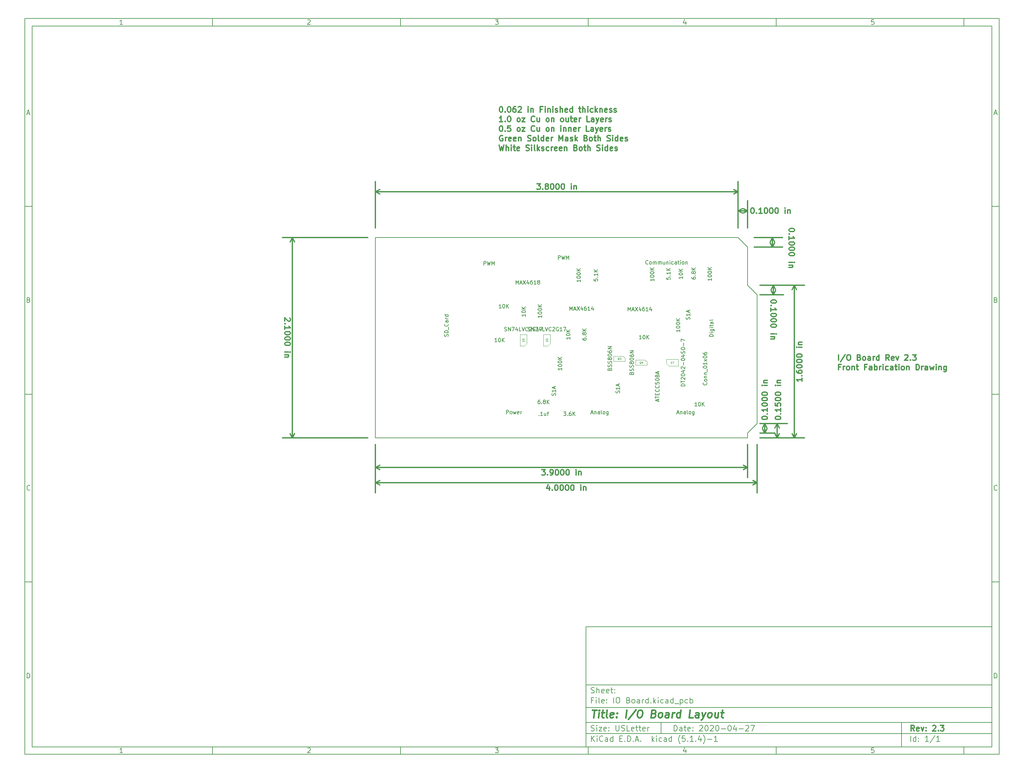
<source format=gbr>
G04 #@! TF.GenerationSoftware,KiCad,Pcbnew,(5.1.4)-1*
G04 #@! TF.CreationDate,2020-04-27T14:37:10-04:00*
G04 #@! TF.ProjectId,IO Board,494f2042-6f61-4726-942e-6b696361645f,2.3*
G04 #@! TF.SameCoordinates,Original*
G04 #@! TF.FileFunction,Other,Fab,Top*
%FSLAX46Y46*%
G04 Gerber Fmt 4.6, Leading zero omitted, Abs format (unit mm)*
G04 Created by KiCad (PCBNEW (5.1.4)-1) date 2020-04-27 14:37:10*
%MOMM*%
%LPD*%
G04 APERTURE LIST*
%ADD10C,0.100000*%
%ADD11C,0.150000*%
%ADD12C,0.300000*%
%ADD13C,0.400000*%
%ADD14C,0.075000*%
G04 APERTURE END LIST*
D10*
D11*
X159400000Y-171900000D02*
X159400000Y-203900000D01*
X267400000Y-203900000D01*
X267400000Y-171900000D01*
X159400000Y-171900000D01*
D10*
D11*
X10000000Y-10000000D02*
X10000000Y-205900000D01*
X269400000Y-205900000D01*
X269400000Y-10000000D01*
X10000000Y-10000000D01*
D10*
D11*
X12000000Y-12000000D02*
X12000000Y-203900000D01*
X267400000Y-203900000D01*
X267400000Y-12000000D01*
X12000000Y-12000000D01*
D10*
D11*
X60000000Y-12000000D02*
X60000000Y-10000000D01*
D10*
D11*
X110000000Y-12000000D02*
X110000000Y-10000000D01*
D10*
D11*
X160000000Y-12000000D02*
X160000000Y-10000000D01*
D10*
D11*
X210000000Y-12000000D02*
X210000000Y-10000000D01*
D10*
D11*
X260000000Y-12000000D02*
X260000000Y-10000000D01*
D10*
D11*
X36065476Y-11588095D02*
X35322619Y-11588095D01*
X35694047Y-11588095D02*
X35694047Y-10288095D01*
X35570238Y-10473809D01*
X35446428Y-10597619D01*
X35322619Y-10659523D01*
D10*
D11*
X85322619Y-10411904D02*
X85384523Y-10350000D01*
X85508333Y-10288095D01*
X85817857Y-10288095D01*
X85941666Y-10350000D01*
X86003571Y-10411904D01*
X86065476Y-10535714D01*
X86065476Y-10659523D01*
X86003571Y-10845238D01*
X85260714Y-11588095D01*
X86065476Y-11588095D01*
D10*
D11*
X135260714Y-10288095D02*
X136065476Y-10288095D01*
X135632142Y-10783333D01*
X135817857Y-10783333D01*
X135941666Y-10845238D01*
X136003571Y-10907142D01*
X136065476Y-11030952D01*
X136065476Y-11340476D01*
X136003571Y-11464285D01*
X135941666Y-11526190D01*
X135817857Y-11588095D01*
X135446428Y-11588095D01*
X135322619Y-11526190D01*
X135260714Y-11464285D01*
D10*
D11*
X185941666Y-10721428D02*
X185941666Y-11588095D01*
X185632142Y-10226190D02*
X185322619Y-11154761D01*
X186127380Y-11154761D01*
D10*
D11*
X236003571Y-10288095D02*
X235384523Y-10288095D01*
X235322619Y-10907142D01*
X235384523Y-10845238D01*
X235508333Y-10783333D01*
X235817857Y-10783333D01*
X235941666Y-10845238D01*
X236003571Y-10907142D01*
X236065476Y-11030952D01*
X236065476Y-11340476D01*
X236003571Y-11464285D01*
X235941666Y-11526190D01*
X235817857Y-11588095D01*
X235508333Y-11588095D01*
X235384523Y-11526190D01*
X235322619Y-11464285D01*
D10*
D11*
X60000000Y-203900000D02*
X60000000Y-205900000D01*
D10*
D11*
X110000000Y-203900000D02*
X110000000Y-205900000D01*
D10*
D11*
X160000000Y-203900000D02*
X160000000Y-205900000D01*
D10*
D11*
X210000000Y-203900000D02*
X210000000Y-205900000D01*
D10*
D11*
X260000000Y-203900000D02*
X260000000Y-205900000D01*
D10*
D11*
X36065476Y-205488095D02*
X35322619Y-205488095D01*
X35694047Y-205488095D02*
X35694047Y-204188095D01*
X35570238Y-204373809D01*
X35446428Y-204497619D01*
X35322619Y-204559523D01*
D10*
D11*
X85322619Y-204311904D02*
X85384523Y-204250000D01*
X85508333Y-204188095D01*
X85817857Y-204188095D01*
X85941666Y-204250000D01*
X86003571Y-204311904D01*
X86065476Y-204435714D01*
X86065476Y-204559523D01*
X86003571Y-204745238D01*
X85260714Y-205488095D01*
X86065476Y-205488095D01*
D10*
D11*
X135260714Y-204188095D02*
X136065476Y-204188095D01*
X135632142Y-204683333D01*
X135817857Y-204683333D01*
X135941666Y-204745238D01*
X136003571Y-204807142D01*
X136065476Y-204930952D01*
X136065476Y-205240476D01*
X136003571Y-205364285D01*
X135941666Y-205426190D01*
X135817857Y-205488095D01*
X135446428Y-205488095D01*
X135322619Y-205426190D01*
X135260714Y-205364285D01*
D10*
D11*
X185941666Y-204621428D02*
X185941666Y-205488095D01*
X185632142Y-204126190D02*
X185322619Y-205054761D01*
X186127380Y-205054761D01*
D10*
D11*
X236003571Y-204188095D02*
X235384523Y-204188095D01*
X235322619Y-204807142D01*
X235384523Y-204745238D01*
X235508333Y-204683333D01*
X235817857Y-204683333D01*
X235941666Y-204745238D01*
X236003571Y-204807142D01*
X236065476Y-204930952D01*
X236065476Y-205240476D01*
X236003571Y-205364285D01*
X235941666Y-205426190D01*
X235817857Y-205488095D01*
X235508333Y-205488095D01*
X235384523Y-205426190D01*
X235322619Y-205364285D01*
D10*
D11*
X10000000Y-60000000D02*
X12000000Y-60000000D01*
D10*
D11*
X10000000Y-110000000D02*
X12000000Y-110000000D01*
D10*
D11*
X10000000Y-160000000D02*
X12000000Y-160000000D01*
D10*
D11*
X10690476Y-35216666D02*
X11309523Y-35216666D01*
X10566666Y-35588095D02*
X11000000Y-34288095D01*
X11433333Y-35588095D01*
D10*
D11*
X11092857Y-84907142D02*
X11278571Y-84969047D01*
X11340476Y-85030952D01*
X11402380Y-85154761D01*
X11402380Y-85340476D01*
X11340476Y-85464285D01*
X11278571Y-85526190D01*
X11154761Y-85588095D01*
X10659523Y-85588095D01*
X10659523Y-84288095D01*
X11092857Y-84288095D01*
X11216666Y-84350000D01*
X11278571Y-84411904D01*
X11340476Y-84535714D01*
X11340476Y-84659523D01*
X11278571Y-84783333D01*
X11216666Y-84845238D01*
X11092857Y-84907142D01*
X10659523Y-84907142D01*
D10*
D11*
X11402380Y-135464285D02*
X11340476Y-135526190D01*
X11154761Y-135588095D01*
X11030952Y-135588095D01*
X10845238Y-135526190D01*
X10721428Y-135402380D01*
X10659523Y-135278571D01*
X10597619Y-135030952D01*
X10597619Y-134845238D01*
X10659523Y-134597619D01*
X10721428Y-134473809D01*
X10845238Y-134350000D01*
X11030952Y-134288095D01*
X11154761Y-134288095D01*
X11340476Y-134350000D01*
X11402380Y-134411904D01*
D10*
D11*
X10659523Y-185588095D02*
X10659523Y-184288095D01*
X10969047Y-184288095D01*
X11154761Y-184350000D01*
X11278571Y-184473809D01*
X11340476Y-184597619D01*
X11402380Y-184845238D01*
X11402380Y-185030952D01*
X11340476Y-185278571D01*
X11278571Y-185402380D01*
X11154761Y-185526190D01*
X10969047Y-185588095D01*
X10659523Y-185588095D01*
D10*
D11*
X269400000Y-60000000D02*
X267400000Y-60000000D01*
D10*
D11*
X269400000Y-110000000D02*
X267400000Y-110000000D01*
D10*
D11*
X269400000Y-160000000D02*
X267400000Y-160000000D01*
D10*
D11*
X268090476Y-35216666D02*
X268709523Y-35216666D01*
X267966666Y-35588095D02*
X268400000Y-34288095D01*
X268833333Y-35588095D01*
D10*
D11*
X268492857Y-84907142D02*
X268678571Y-84969047D01*
X268740476Y-85030952D01*
X268802380Y-85154761D01*
X268802380Y-85340476D01*
X268740476Y-85464285D01*
X268678571Y-85526190D01*
X268554761Y-85588095D01*
X268059523Y-85588095D01*
X268059523Y-84288095D01*
X268492857Y-84288095D01*
X268616666Y-84350000D01*
X268678571Y-84411904D01*
X268740476Y-84535714D01*
X268740476Y-84659523D01*
X268678571Y-84783333D01*
X268616666Y-84845238D01*
X268492857Y-84907142D01*
X268059523Y-84907142D01*
D10*
D11*
X268802380Y-135464285D02*
X268740476Y-135526190D01*
X268554761Y-135588095D01*
X268430952Y-135588095D01*
X268245238Y-135526190D01*
X268121428Y-135402380D01*
X268059523Y-135278571D01*
X267997619Y-135030952D01*
X267997619Y-134845238D01*
X268059523Y-134597619D01*
X268121428Y-134473809D01*
X268245238Y-134350000D01*
X268430952Y-134288095D01*
X268554761Y-134288095D01*
X268740476Y-134350000D01*
X268802380Y-134411904D01*
D10*
D11*
X268059523Y-185588095D02*
X268059523Y-184288095D01*
X268369047Y-184288095D01*
X268554761Y-184350000D01*
X268678571Y-184473809D01*
X268740476Y-184597619D01*
X268802380Y-184845238D01*
X268802380Y-185030952D01*
X268740476Y-185278571D01*
X268678571Y-185402380D01*
X268554761Y-185526190D01*
X268369047Y-185588095D01*
X268059523Y-185588095D01*
D10*
D11*
X182832142Y-199678571D02*
X182832142Y-198178571D01*
X183189285Y-198178571D01*
X183403571Y-198250000D01*
X183546428Y-198392857D01*
X183617857Y-198535714D01*
X183689285Y-198821428D01*
X183689285Y-199035714D01*
X183617857Y-199321428D01*
X183546428Y-199464285D01*
X183403571Y-199607142D01*
X183189285Y-199678571D01*
X182832142Y-199678571D01*
X184975000Y-199678571D02*
X184975000Y-198892857D01*
X184903571Y-198750000D01*
X184760714Y-198678571D01*
X184475000Y-198678571D01*
X184332142Y-198750000D01*
X184975000Y-199607142D02*
X184832142Y-199678571D01*
X184475000Y-199678571D01*
X184332142Y-199607142D01*
X184260714Y-199464285D01*
X184260714Y-199321428D01*
X184332142Y-199178571D01*
X184475000Y-199107142D01*
X184832142Y-199107142D01*
X184975000Y-199035714D01*
X185475000Y-198678571D02*
X186046428Y-198678571D01*
X185689285Y-198178571D02*
X185689285Y-199464285D01*
X185760714Y-199607142D01*
X185903571Y-199678571D01*
X186046428Y-199678571D01*
X187117857Y-199607142D02*
X186975000Y-199678571D01*
X186689285Y-199678571D01*
X186546428Y-199607142D01*
X186475000Y-199464285D01*
X186475000Y-198892857D01*
X186546428Y-198750000D01*
X186689285Y-198678571D01*
X186975000Y-198678571D01*
X187117857Y-198750000D01*
X187189285Y-198892857D01*
X187189285Y-199035714D01*
X186475000Y-199178571D01*
X187832142Y-199535714D02*
X187903571Y-199607142D01*
X187832142Y-199678571D01*
X187760714Y-199607142D01*
X187832142Y-199535714D01*
X187832142Y-199678571D01*
X187832142Y-198750000D02*
X187903571Y-198821428D01*
X187832142Y-198892857D01*
X187760714Y-198821428D01*
X187832142Y-198750000D01*
X187832142Y-198892857D01*
X189617857Y-198321428D02*
X189689285Y-198250000D01*
X189832142Y-198178571D01*
X190189285Y-198178571D01*
X190332142Y-198250000D01*
X190403571Y-198321428D01*
X190475000Y-198464285D01*
X190475000Y-198607142D01*
X190403571Y-198821428D01*
X189546428Y-199678571D01*
X190475000Y-199678571D01*
X191403571Y-198178571D02*
X191546428Y-198178571D01*
X191689285Y-198250000D01*
X191760714Y-198321428D01*
X191832142Y-198464285D01*
X191903571Y-198750000D01*
X191903571Y-199107142D01*
X191832142Y-199392857D01*
X191760714Y-199535714D01*
X191689285Y-199607142D01*
X191546428Y-199678571D01*
X191403571Y-199678571D01*
X191260714Y-199607142D01*
X191189285Y-199535714D01*
X191117857Y-199392857D01*
X191046428Y-199107142D01*
X191046428Y-198750000D01*
X191117857Y-198464285D01*
X191189285Y-198321428D01*
X191260714Y-198250000D01*
X191403571Y-198178571D01*
X192475000Y-198321428D02*
X192546428Y-198250000D01*
X192689285Y-198178571D01*
X193046428Y-198178571D01*
X193189285Y-198250000D01*
X193260714Y-198321428D01*
X193332142Y-198464285D01*
X193332142Y-198607142D01*
X193260714Y-198821428D01*
X192403571Y-199678571D01*
X193332142Y-199678571D01*
X194260714Y-198178571D02*
X194403571Y-198178571D01*
X194546428Y-198250000D01*
X194617857Y-198321428D01*
X194689285Y-198464285D01*
X194760714Y-198750000D01*
X194760714Y-199107142D01*
X194689285Y-199392857D01*
X194617857Y-199535714D01*
X194546428Y-199607142D01*
X194403571Y-199678571D01*
X194260714Y-199678571D01*
X194117857Y-199607142D01*
X194046428Y-199535714D01*
X193975000Y-199392857D01*
X193903571Y-199107142D01*
X193903571Y-198750000D01*
X193975000Y-198464285D01*
X194046428Y-198321428D01*
X194117857Y-198250000D01*
X194260714Y-198178571D01*
X195403571Y-199107142D02*
X196546428Y-199107142D01*
X197546428Y-198178571D02*
X197689285Y-198178571D01*
X197832142Y-198250000D01*
X197903571Y-198321428D01*
X197975000Y-198464285D01*
X198046428Y-198750000D01*
X198046428Y-199107142D01*
X197975000Y-199392857D01*
X197903571Y-199535714D01*
X197832142Y-199607142D01*
X197689285Y-199678571D01*
X197546428Y-199678571D01*
X197403571Y-199607142D01*
X197332142Y-199535714D01*
X197260714Y-199392857D01*
X197189285Y-199107142D01*
X197189285Y-198750000D01*
X197260714Y-198464285D01*
X197332142Y-198321428D01*
X197403571Y-198250000D01*
X197546428Y-198178571D01*
X199332142Y-198678571D02*
X199332142Y-199678571D01*
X198975000Y-198107142D02*
X198617857Y-199178571D01*
X199546428Y-199178571D01*
X200117857Y-199107142D02*
X201260714Y-199107142D01*
X201903571Y-198321428D02*
X201975000Y-198250000D01*
X202117857Y-198178571D01*
X202475000Y-198178571D01*
X202617857Y-198250000D01*
X202689285Y-198321428D01*
X202760714Y-198464285D01*
X202760714Y-198607142D01*
X202689285Y-198821428D01*
X201832142Y-199678571D01*
X202760714Y-199678571D01*
X203260714Y-198178571D02*
X204260714Y-198178571D01*
X203617857Y-199678571D01*
D10*
D11*
X159400000Y-200400000D02*
X267400000Y-200400000D01*
D10*
D11*
X160832142Y-202478571D02*
X160832142Y-200978571D01*
X161689285Y-202478571D02*
X161046428Y-201621428D01*
X161689285Y-200978571D02*
X160832142Y-201835714D01*
X162332142Y-202478571D02*
X162332142Y-201478571D01*
X162332142Y-200978571D02*
X162260714Y-201050000D01*
X162332142Y-201121428D01*
X162403571Y-201050000D01*
X162332142Y-200978571D01*
X162332142Y-201121428D01*
X163903571Y-202335714D02*
X163832142Y-202407142D01*
X163617857Y-202478571D01*
X163475000Y-202478571D01*
X163260714Y-202407142D01*
X163117857Y-202264285D01*
X163046428Y-202121428D01*
X162975000Y-201835714D01*
X162975000Y-201621428D01*
X163046428Y-201335714D01*
X163117857Y-201192857D01*
X163260714Y-201050000D01*
X163475000Y-200978571D01*
X163617857Y-200978571D01*
X163832142Y-201050000D01*
X163903571Y-201121428D01*
X165189285Y-202478571D02*
X165189285Y-201692857D01*
X165117857Y-201550000D01*
X164975000Y-201478571D01*
X164689285Y-201478571D01*
X164546428Y-201550000D01*
X165189285Y-202407142D02*
X165046428Y-202478571D01*
X164689285Y-202478571D01*
X164546428Y-202407142D01*
X164475000Y-202264285D01*
X164475000Y-202121428D01*
X164546428Y-201978571D01*
X164689285Y-201907142D01*
X165046428Y-201907142D01*
X165189285Y-201835714D01*
X166546428Y-202478571D02*
X166546428Y-200978571D01*
X166546428Y-202407142D02*
X166403571Y-202478571D01*
X166117857Y-202478571D01*
X165975000Y-202407142D01*
X165903571Y-202335714D01*
X165832142Y-202192857D01*
X165832142Y-201764285D01*
X165903571Y-201621428D01*
X165975000Y-201550000D01*
X166117857Y-201478571D01*
X166403571Y-201478571D01*
X166546428Y-201550000D01*
X168403571Y-201692857D02*
X168903571Y-201692857D01*
X169117857Y-202478571D02*
X168403571Y-202478571D01*
X168403571Y-200978571D01*
X169117857Y-200978571D01*
X169760714Y-202335714D02*
X169832142Y-202407142D01*
X169760714Y-202478571D01*
X169689285Y-202407142D01*
X169760714Y-202335714D01*
X169760714Y-202478571D01*
X170475000Y-202478571D02*
X170475000Y-200978571D01*
X170832142Y-200978571D01*
X171046428Y-201050000D01*
X171189285Y-201192857D01*
X171260714Y-201335714D01*
X171332142Y-201621428D01*
X171332142Y-201835714D01*
X171260714Y-202121428D01*
X171189285Y-202264285D01*
X171046428Y-202407142D01*
X170832142Y-202478571D01*
X170475000Y-202478571D01*
X171975000Y-202335714D02*
X172046428Y-202407142D01*
X171975000Y-202478571D01*
X171903571Y-202407142D01*
X171975000Y-202335714D01*
X171975000Y-202478571D01*
X172617857Y-202050000D02*
X173332142Y-202050000D01*
X172475000Y-202478571D02*
X172975000Y-200978571D01*
X173475000Y-202478571D01*
X173975000Y-202335714D02*
X174046428Y-202407142D01*
X173975000Y-202478571D01*
X173903571Y-202407142D01*
X173975000Y-202335714D01*
X173975000Y-202478571D01*
X176975000Y-202478571D02*
X176975000Y-200978571D01*
X177117857Y-201907142D02*
X177546428Y-202478571D01*
X177546428Y-201478571D02*
X176975000Y-202050000D01*
X178189285Y-202478571D02*
X178189285Y-201478571D01*
X178189285Y-200978571D02*
X178117857Y-201050000D01*
X178189285Y-201121428D01*
X178260714Y-201050000D01*
X178189285Y-200978571D01*
X178189285Y-201121428D01*
X179546428Y-202407142D02*
X179403571Y-202478571D01*
X179117857Y-202478571D01*
X178975000Y-202407142D01*
X178903571Y-202335714D01*
X178832142Y-202192857D01*
X178832142Y-201764285D01*
X178903571Y-201621428D01*
X178975000Y-201550000D01*
X179117857Y-201478571D01*
X179403571Y-201478571D01*
X179546428Y-201550000D01*
X180832142Y-202478571D02*
X180832142Y-201692857D01*
X180760714Y-201550000D01*
X180617857Y-201478571D01*
X180332142Y-201478571D01*
X180189285Y-201550000D01*
X180832142Y-202407142D02*
X180689285Y-202478571D01*
X180332142Y-202478571D01*
X180189285Y-202407142D01*
X180117857Y-202264285D01*
X180117857Y-202121428D01*
X180189285Y-201978571D01*
X180332142Y-201907142D01*
X180689285Y-201907142D01*
X180832142Y-201835714D01*
X182189285Y-202478571D02*
X182189285Y-200978571D01*
X182189285Y-202407142D02*
X182046428Y-202478571D01*
X181760714Y-202478571D01*
X181617857Y-202407142D01*
X181546428Y-202335714D01*
X181475000Y-202192857D01*
X181475000Y-201764285D01*
X181546428Y-201621428D01*
X181617857Y-201550000D01*
X181760714Y-201478571D01*
X182046428Y-201478571D01*
X182189285Y-201550000D01*
X184475000Y-203050000D02*
X184403571Y-202978571D01*
X184260714Y-202764285D01*
X184189285Y-202621428D01*
X184117857Y-202407142D01*
X184046428Y-202050000D01*
X184046428Y-201764285D01*
X184117857Y-201407142D01*
X184189285Y-201192857D01*
X184260714Y-201050000D01*
X184403571Y-200835714D01*
X184475000Y-200764285D01*
X185760714Y-200978571D02*
X185046428Y-200978571D01*
X184975000Y-201692857D01*
X185046428Y-201621428D01*
X185189285Y-201550000D01*
X185546428Y-201550000D01*
X185689285Y-201621428D01*
X185760714Y-201692857D01*
X185832142Y-201835714D01*
X185832142Y-202192857D01*
X185760714Y-202335714D01*
X185689285Y-202407142D01*
X185546428Y-202478571D01*
X185189285Y-202478571D01*
X185046428Y-202407142D01*
X184975000Y-202335714D01*
X186475000Y-202335714D02*
X186546428Y-202407142D01*
X186475000Y-202478571D01*
X186403571Y-202407142D01*
X186475000Y-202335714D01*
X186475000Y-202478571D01*
X187975000Y-202478571D02*
X187117857Y-202478571D01*
X187546428Y-202478571D02*
X187546428Y-200978571D01*
X187403571Y-201192857D01*
X187260714Y-201335714D01*
X187117857Y-201407142D01*
X188617857Y-202335714D02*
X188689285Y-202407142D01*
X188617857Y-202478571D01*
X188546428Y-202407142D01*
X188617857Y-202335714D01*
X188617857Y-202478571D01*
X189975000Y-201478571D02*
X189975000Y-202478571D01*
X189617857Y-200907142D02*
X189260714Y-201978571D01*
X190189285Y-201978571D01*
X190617857Y-203050000D02*
X190689285Y-202978571D01*
X190832142Y-202764285D01*
X190903571Y-202621428D01*
X190975000Y-202407142D01*
X191046428Y-202050000D01*
X191046428Y-201764285D01*
X190975000Y-201407142D01*
X190903571Y-201192857D01*
X190832142Y-201050000D01*
X190689285Y-200835714D01*
X190617857Y-200764285D01*
X191760714Y-201907142D02*
X192903571Y-201907142D01*
X194403571Y-202478571D02*
X193546428Y-202478571D01*
X193975000Y-202478571D02*
X193975000Y-200978571D01*
X193832142Y-201192857D01*
X193689285Y-201335714D01*
X193546428Y-201407142D01*
D10*
D11*
X159400000Y-197400000D02*
X267400000Y-197400000D01*
D10*
D12*
X246809285Y-199678571D02*
X246309285Y-198964285D01*
X245952142Y-199678571D02*
X245952142Y-198178571D01*
X246523571Y-198178571D01*
X246666428Y-198250000D01*
X246737857Y-198321428D01*
X246809285Y-198464285D01*
X246809285Y-198678571D01*
X246737857Y-198821428D01*
X246666428Y-198892857D01*
X246523571Y-198964285D01*
X245952142Y-198964285D01*
X248023571Y-199607142D02*
X247880714Y-199678571D01*
X247595000Y-199678571D01*
X247452142Y-199607142D01*
X247380714Y-199464285D01*
X247380714Y-198892857D01*
X247452142Y-198750000D01*
X247595000Y-198678571D01*
X247880714Y-198678571D01*
X248023571Y-198750000D01*
X248095000Y-198892857D01*
X248095000Y-199035714D01*
X247380714Y-199178571D01*
X248595000Y-198678571D02*
X248952142Y-199678571D01*
X249309285Y-198678571D01*
X249880714Y-199535714D02*
X249952142Y-199607142D01*
X249880714Y-199678571D01*
X249809285Y-199607142D01*
X249880714Y-199535714D01*
X249880714Y-199678571D01*
X249880714Y-198750000D02*
X249952142Y-198821428D01*
X249880714Y-198892857D01*
X249809285Y-198821428D01*
X249880714Y-198750000D01*
X249880714Y-198892857D01*
X251666428Y-198321428D02*
X251737857Y-198250000D01*
X251880714Y-198178571D01*
X252237857Y-198178571D01*
X252380714Y-198250000D01*
X252452142Y-198321428D01*
X252523571Y-198464285D01*
X252523571Y-198607142D01*
X252452142Y-198821428D01*
X251595000Y-199678571D01*
X252523571Y-199678571D01*
X253166428Y-199535714D02*
X253237857Y-199607142D01*
X253166428Y-199678571D01*
X253095000Y-199607142D01*
X253166428Y-199535714D01*
X253166428Y-199678571D01*
X253737857Y-198178571D02*
X254666428Y-198178571D01*
X254166428Y-198750000D01*
X254380714Y-198750000D01*
X254523571Y-198821428D01*
X254595000Y-198892857D01*
X254666428Y-199035714D01*
X254666428Y-199392857D01*
X254595000Y-199535714D01*
X254523571Y-199607142D01*
X254380714Y-199678571D01*
X253952142Y-199678571D01*
X253809285Y-199607142D01*
X253737857Y-199535714D01*
D10*
D11*
X160760714Y-199607142D02*
X160975000Y-199678571D01*
X161332142Y-199678571D01*
X161475000Y-199607142D01*
X161546428Y-199535714D01*
X161617857Y-199392857D01*
X161617857Y-199250000D01*
X161546428Y-199107142D01*
X161475000Y-199035714D01*
X161332142Y-198964285D01*
X161046428Y-198892857D01*
X160903571Y-198821428D01*
X160832142Y-198750000D01*
X160760714Y-198607142D01*
X160760714Y-198464285D01*
X160832142Y-198321428D01*
X160903571Y-198250000D01*
X161046428Y-198178571D01*
X161403571Y-198178571D01*
X161617857Y-198250000D01*
X162260714Y-199678571D02*
X162260714Y-198678571D01*
X162260714Y-198178571D02*
X162189285Y-198250000D01*
X162260714Y-198321428D01*
X162332142Y-198250000D01*
X162260714Y-198178571D01*
X162260714Y-198321428D01*
X162832142Y-198678571D02*
X163617857Y-198678571D01*
X162832142Y-199678571D01*
X163617857Y-199678571D01*
X164760714Y-199607142D02*
X164617857Y-199678571D01*
X164332142Y-199678571D01*
X164189285Y-199607142D01*
X164117857Y-199464285D01*
X164117857Y-198892857D01*
X164189285Y-198750000D01*
X164332142Y-198678571D01*
X164617857Y-198678571D01*
X164760714Y-198750000D01*
X164832142Y-198892857D01*
X164832142Y-199035714D01*
X164117857Y-199178571D01*
X165475000Y-199535714D02*
X165546428Y-199607142D01*
X165475000Y-199678571D01*
X165403571Y-199607142D01*
X165475000Y-199535714D01*
X165475000Y-199678571D01*
X165475000Y-198750000D02*
X165546428Y-198821428D01*
X165475000Y-198892857D01*
X165403571Y-198821428D01*
X165475000Y-198750000D01*
X165475000Y-198892857D01*
X167332142Y-198178571D02*
X167332142Y-199392857D01*
X167403571Y-199535714D01*
X167475000Y-199607142D01*
X167617857Y-199678571D01*
X167903571Y-199678571D01*
X168046428Y-199607142D01*
X168117857Y-199535714D01*
X168189285Y-199392857D01*
X168189285Y-198178571D01*
X168832142Y-199607142D02*
X169046428Y-199678571D01*
X169403571Y-199678571D01*
X169546428Y-199607142D01*
X169617857Y-199535714D01*
X169689285Y-199392857D01*
X169689285Y-199250000D01*
X169617857Y-199107142D01*
X169546428Y-199035714D01*
X169403571Y-198964285D01*
X169117857Y-198892857D01*
X168975000Y-198821428D01*
X168903571Y-198750000D01*
X168832142Y-198607142D01*
X168832142Y-198464285D01*
X168903571Y-198321428D01*
X168975000Y-198250000D01*
X169117857Y-198178571D01*
X169475000Y-198178571D01*
X169689285Y-198250000D01*
X171046428Y-199678571D02*
X170332142Y-199678571D01*
X170332142Y-198178571D01*
X172117857Y-199607142D02*
X171975000Y-199678571D01*
X171689285Y-199678571D01*
X171546428Y-199607142D01*
X171475000Y-199464285D01*
X171475000Y-198892857D01*
X171546428Y-198750000D01*
X171689285Y-198678571D01*
X171975000Y-198678571D01*
X172117857Y-198750000D01*
X172189285Y-198892857D01*
X172189285Y-199035714D01*
X171475000Y-199178571D01*
X172617857Y-198678571D02*
X173189285Y-198678571D01*
X172832142Y-198178571D02*
X172832142Y-199464285D01*
X172903571Y-199607142D01*
X173046428Y-199678571D01*
X173189285Y-199678571D01*
X173475000Y-198678571D02*
X174046428Y-198678571D01*
X173689285Y-198178571D02*
X173689285Y-199464285D01*
X173760714Y-199607142D01*
X173903571Y-199678571D01*
X174046428Y-199678571D01*
X175117857Y-199607142D02*
X174975000Y-199678571D01*
X174689285Y-199678571D01*
X174546428Y-199607142D01*
X174475000Y-199464285D01*
X174475000Y-198892857D01*
X174546428Y-198750000D01*
X174689285Y-198678571D01*
X174975000Y-198678571D01*
X175117857Y-198750000D01*
X175189285Y-198892857D01*
X175189285Y-199035714D01*
X174475000Y-199178571D01*
X175832142Y-199678571D02*
X175832142Y-198678571D01*
X175832142Y-198964285D02*
X175903571Y-198821428D01*
X175975000Y-198750000D01*
X176117857Y-198678571D01*
X176260714Y-198678571D01*
D10*
D11*
X245832142Y-202478571D02*
X245832142Y-200978571D01*
X247189285Y-202478571D02*
X247189285Y-200978571D01*
X247189285Y-202407142D02*
X247046428Y-202478571D01*
X246760714Y-202478571D01*
X246617857Y-202407142D01*
X246546428Y-202335714D01*
X246475000Y-202192857D01*
X246475000Y-201764285D01*
X246546428Y-201621428D01*
X246617857Y-201550000D01*
X246760714Y-201478571D01*
X247046428Y-201478571D01*
X247189285Y-201550000D01*
X247903571Y-202335714D02*
X247975000Y-202407142D01*
X247903571Y-202478571D01*
X247832142Y-202407142D01*
X247903571Y-202335714D01*
X247903571Y-202478571D01*
X247903571Y-201550000D02*
X247975000Y-201621428D01*
X247903571Y-201692857D01*
X247832142Y-201621428D01*
X247903571Y-201550000D01*
X247903571Y-201692857D01*
X250546428Y-202478571D02*
X249689285Y-202478571D01*
X250117857Y-202478571D02*
X250117857Y-200978571D01*
X249975000Y-201192857D01*
X249832142Y-201335714D01*
X249689285Y-201407142D01*
X252260714Y-200907142D02*
X250975000Y-202835714D01*
X253546428Y-202478571D02*
X252689285Y-202478571D01*
X253117857Y-202478571D02*
X253117857Y-200978571D01*
X252975000Y-201192857D01*
X252832142Y-201335714D01*
X252689285Y-201407142D01*
D10*
D11*
X159400000Y-193400000D02*
X267400000Y-193400000D01*
D10*
D13*
X161112380Y-194104761D02*
X162255238Y-194104761D01*
X161433809Y-196104761D02*
X161683809Y-194104761D01*
X162671904Y-196104761D02*
X162838571Y-194771428D01*
X162921904Y-194104761D02*
X162814761Y-194200000D01*
X162898095Y-194295238D01*
X163005238Y-194200000D01*
X162921904Y-194104761D01*
X162898095Y-194295238D01*
X163505238Y-194771428D02*
X164267142Y-194771428D01*
X163874285Y-194104761D02*
X163660000Y-195819047D01*
X163731428Y-196009523D01*
X163910000Y-196104761D01*
X164100476Y-196104761D01*
X165052857Y-196104761D02*
X164874285Y-196009523D01*
X164802857Y-195819047D01*
X165017142Y-194104761D01*
X166588571Y-196009523D02*
X166386190Y-196104761D01*
X166005238Y-196104761D01*
X165826666Y-196009523D01*
X165755238Y-195819047D01*
X165850476Y-195057142D01*
X165969523Y-194866666D01*
X166171904Y-194771428D01*
X166552857Y-194771428D01*
X166731428Y-194866666D01*
X166802857Y-195057142D01*
X166779047Y-195247619D01*
X165802857Y-195438095D01*
X167552857Y-195914285D02*
X167636190Y-196009523D01*
X167529047Y-196104761D01*
X167445714Y-196009523D01*
X167552857Y-195914285D01*
X167529047Y-196104761D01*
X167683809Y-194866666D02*
X167767142Y-194961904D01*
X167660000Y-195057142D01*
X167576666Y-194961904D01*
X167683809Y-194866666D01*
X167660000Y-195057142D01*
X170005238Y-196104761D02*
X170255238Y-194104761D01*
X172648095Y-194009523D02*
X170612380Y-196580952D01*
X173683809Y-194104761D02*
X174064761Y-194104761D01*
X174243333Y-194200000D01*
X174410000Y-194390476D01*
X174457619Y-194771428D01*
X174374285Y-195438095D01*
X174231428Y-195819047D01*
X174017142Y-196009523D01*
X173814761Y-196104761D01*
X173433809Y-196104761D01*
X173255238Y-196009523D01*
X173088571Y-195819047D01*
X173040952Y-195438095D01*
X173124285Y-194771428D01*
X173267142Y-194390476D01*
X173481428Y-194200000D01*
X173683809Y-194104761D01*
X177469523Y-195057142D02*
X177743333Y-195152380D01*
X177826666Y-195247619D01*
X177898095Y-195438095D01*
X177862380Y-195723809D01*
X177743333Y-195914285D01*
X177636190Y-196009523D01*
X177433809Y-196104761D01*
X176671904Y-196104761D01*
X176921904Y-194104761D01*
X177588571Y-194104761D01*
X177767142Y-194200000D01*
X177850476Y-194295238D01*
X177921904Y-194485714D01*
X177898095Y-194676190D01*
X177779047Y-194866666D01*
X177671904Y-194961904D01*
X177469523Y-195057142D01*
X176802857Y-195057142D01*
X178957619Y-196104761D02*
X178779047Y-196009523D01*
X178695714Y-195914285D01*
X178624285Y-195723809D01*
X178695714Y-195152380D01*
X178814761Y-194961904D01*
X178921904Y-194866666D01*
X179124285Y-194771428D01*
X179410000Y-194771428D01*
X179588571Y-194866666D01*
X179671904Y-194961904D01*
X179743333Y-195152380D01*
X179671904Y-195723809D01*
X179552857Y-195914285D01*
X179445714Y-196009523D01*
X179243333Y-196104761D01*
X178957619Y-196104761D01*
X181338571Y-196104761D02*
X181469523Y-195057142D01*
X181398095Y-194866666D01*
X181219523Y-194771428D01*
X180838571Y-194771428D01*
X180636190Y-194866666D01*
X181350476Y-196009523D02*
X181148095Y-196104761D01*
X180671904Y-196104761D01*
X180493333Y-196009523D01*
X180421904Y-195819047D01*
X180445714Y-195628571D01*
X180564761Y-195438095D01*
X180767142Y-195342857D01*
X181243333Y-195342857D01*
X181445714Y-195247619D01*
X182290952Y-196104761D02*
X182457619Y-194771428D01*
X182410000Y-195152380D02*
X182529047Y-194961904D01*
X182636190Y-194866666D01*
X182838571Y-194771428D01*
X183029047Y-194771428D01*
X184386190Y-196104761D02*
X184636190Y-194104761D01*
X184398095Y-196009523D02*
X184195714Y-196104761D01*
X183814761Y-196104761D01*
X183636190Y-196009523D01*
X183552857Y-195914285D01*
X183481428Y-195723809D01*
X183552857Y-195152380D01*
X183671904Y-194961904D01*
X183779047Y-194866666D01*
X183981428Y-194771428D01*
X184362380Y-194771428D01*
X184540952Y-194866666D01*
X187814761Y-196104761D02*
X186862380Y-196104761D01*
X187112380Y-194104761D01*
X189338571Y-196104761D02*
X189469523Y-195057142D01*
X189398095Y-194866666D01*
X189219523Y-194771428D01*
X188838571Y-194771428D01*
X188636190Y-194866666D01*
X189350476Y-196009523D02*
X189148095Y-196104761D01*
X188671904Y-196104761D01*
X188493333Y-196009523D01*
X188421904Y-195819047D01*
X188445714Y-195628571D01*
X188564761Y-195438095D01*
X188767142Y-195342857D01*
X189243333Y-195342857D01*
X189445714Y-195247619D01*
X190267142Y-194771428D02*
X190576666Y-196104761D01*
X191219523Y-194771428D02*
X190576666Y-196104761D01*
X190326666Y-196580952D01*
X190219523Y-196676190D01*
X190017142Y-196771428D01*
X192100476Y-196104761D02*
X191921904Y-196009523D01*
X191838571Y-195914285D01*
X191767142Y-195723809D01*
X191838571Y-195152380D01*
X191957619Y-194961904D01*
X192064761Y-194866666D01*
X192267142Y-194771428D01*
X192552857Y-194771428D01*
X192731428Y-194866666D01*
X192814761Y-194961904D01*
X192886190Y-195152380D01*
X192814761Y-195723809D01*
X192695714Y-195914285D01*
X192588571Y-196009523D01*
X192386190Y-196104761D01*
X192100476Y-196104761D01*
X194648095Y-194771428D02*
X194481428Y-196104761D01*
X193790952Y-194771428D02*
X193660000Y-195819047D01*
X193731428Y-196009523D01*
X193910000Y-196104761D01*
X194195714Y-196104761D01*
X194398095Y-196009523D01*
X194505238Y-195914285D01*
X195314761Y-194771428D02*
X196076666Y-194771428D01*
X195683809Y-194104761D02*
X195469523Y-195819047D01*
X195540952Y-196009523D01*
X195719523Y-196104761D01*
X195910000Y-196104761D01*
D10*
D11*
X161332142Y-191492857D02*
X160832142Y-191492857D01*
X160832142Y-192278571D02*
X160832142Y-190778571D01*
X161546428Y-190778571D01*
X162117857Y-192278571D02*
X162117857Y-191278571D01*
X162117857Y-190778571D02*
X162046428Y-190850000D01*
X162117857Y-190921428D01*
X162189285Y-190850000D01*
X162117857Y-190778571D01*
X162117857Y-190921428D01*
X163046428Y-192278571D02*
X162903571Y-192207142D01*
X162832142Y-192064285D01*
X162832142Y-190778571D01*
X164189285Y-192207142D02*
X164046428Y-192278571D01*
X163760714Y-192278571D01*
X163617857Y-192207142D01*
X163546428Y-192064285D01*
X163546428Y-191492857D01*
X163617857Y-191350000D01*
X163760714Y-191278571D01*
X164046428Y-191278571D01*
X164189285Y-191350000D01*
X164260714Y-191492857D01*
X164260714Y-191635714D01*
X163546428Y-191778571D01*
X164903571Y-192135714D02*
X164975000Y-192207142D01*
X164903571Y-192278571D01*
X164832142Y-192207142D01*
X164903571Y-192135714D01*
X164903571Y-192278571D01*
X164903571Y-191350000D02*
X164975000Y-191421428D01*
X164903571Y-191492857D01*
X164832142Y-191421428D01*
X164903571Y-191350000D01*
X164903571Y-191492857D01*
X166760714Y-192278571D02*
X166760714Y-190778571D01*
X167760714Y-190778571D02*
X168046428Y-190778571D01*
X168189285Y-190850000D01*
X168332142Y-190992857D01*
X168403571Y-191278571D01*
X168403571Y-191778571D01*
X168332142Y-192064285D01*
X168189285Y-192207142D01*
X168046428Y-192278571D01*
X167760714Y-192278571D01*
X167617857Y-192207142D01*
X167475000Y-192064285D01*
X167403571Y-191778571D01*
X167403571Y-191278571D01*
X167475000Y-190992857D01*
X167617857Y-190850000D01*
X167760714Y-190778571D01*
X170689285Y-191492857D02*
X170903571Y-191564285D01*
X170975000Y-191635714D01*
X171046428Y-191778571D01*
X171046428Y-191992857D01*
X170975000Y-192135714D01*
X170903571Y-192207142D01*
X170760714Y-192278571D01*
X170189285Y-192278571D01*
X170189285Y-190778571D01*
X170689285Y-190778571D01*
X170832142Y-190850000D01*
X170903571Y-190921428D01*
X170975000Y-191064285D01*
X170975000Y-191207142D01*
X170903571Y-191350000D01*
X170832142Y-191421428D01*
X170689285Y-191492857D01*
X170189285Y-191492857D01*
X171903571Y-192278571D02*
X171760714Y-192207142D01*
X171689285Y-192135714D01*
X171617857Y-191992857D01*
X171617857Y-191564285D01*
X171689285Y-191421428D01*
X171760714Y-191350000D01*
X171903571Y-191278571D01*
X172117857Y-191278571D01*
X172260714Y-191350000D01*
X172332142Y-191421428D01*
X172403571Y-191564285D01*
X172403571Y-191992857D01*
X172332142Y-192135714D01*
X172260714Y-192207142D01*
X172117857Y-192278571D01*
X171903571Y-192278571D01*
X173689285Y-192278571D02*
X173689285Y-191492857D01*
X173617857Y-191350000D01*
X173475000Y-191278571D01*
X173189285Y-191278571D01*
X173046428Y-191350000D01*
X173689285Y-192207142D02*
X173546428Y-192278571D01*
X173189285Y-192278571D01*
X173046428Y-192207142D01*
X172975000Y-192064285D01*
X172975000Y-191921428D01*
X173046428Y-191778571D01*
X173189285Y-191707142D01*
X173546428Y-191707142D01*
X173689285Y-191635714D01*
X174403571Y-192278571D02*
X174403571Y-191278571D01*
X174403571Y-191564285D02*
X174475000Y-191421428D01*
X174546428Y-191350000D01*
X174689285Y-191278571D01*
X174832142Y-191278571D01*
X175975000Y-192278571D02*
X175975000Y-190778571D01*
X175975000Y-192207142D02*
X175832142Y-192278571D01*
X175546428Y-192278571D01*
X175403571Y-192207142D01*
X175332142Y-192135714D01*
X175260714Y-191992857D01*
X175260714Y-191564285D01*
X175332142Y-191421428D01*
X175403571Y-191350000D01*
X175546428Y-191278571D01*
X175832142Y-191278571D01*
X175975000Y-191350000D01*
X176689285Y-192135714D02*
X176760714Y-192207142D01*
X176689285Y-192278571D01*
X176617857Y-192207142D01*
X176689285Y-192135714D01*
X176689285Y-192278571D01*
X177403571Y-192278571D02*
X177403571Y-190778571D01*
X177546428Y-191707142D02*
X177975000Y-192278571D01*
X177975000Y-191278571D02*
X177403571Y-191850000D01*
X178617857Y-192278571D02*
X178617857Y-191278571D01*
X178617857Y-190778571D02*
X178546428Y-190850000D01*
X178617857Y-190921428D01*
X178689285Y-190850000D01*
X178617857Y-190778571D01*
X178617857Y-190921428D01*
X179975000Y-192207142D02*
X179832142Y-192278571D01*
X179546428Y-192278571D01*
X179403571Y-192207142D01*
X179332142Y-192135714D01*
X179260714Y-191992857D01*
X179260714Y-191564285D01*
X179332142Y-191421428D01*
X179403571Y-191350000D01*
X179546428Y-191278571D01*
X179832142Y-191278571D01*
X179975000Y-191350000D01*
X181260714Y-192278571D02*
X181260714Y-191492857D01*
X181189285Y-191350000D01*
X181046428Y-191278571D01*
X180760714Y-191278571D01*
X180617857Y-191350000D01*
X181260714Y-192207142D02*
X181117857Y-192278571D01*
X180760714Y-192278571D01*
X180617857Y-192207142D01*
X180546428Y-192064285D01*
X180546428Y-191921428D01*
X180617857Y-191778571D01*
X180760714Y-191707142D01*
X181117857Y-191707142D01*
X181260714Y-191635714D01*
X182617857Y-192278571D02*
X182617857Y-190778571D01*
X182617857Y-192207142D02*
X182475000Y-192278571D01*
X182189285Y-192278571D01*
X182046428Y-192207142D01*
X181975000Y-192135714D01*
X181903571Y-191992857D01*
X181903571Y-191564285D01*
X181975000Y-191421428D01*
X182046428Y-191350000D01*
X182189285Y-191278571D01*
X182475000Y-191278571D01*
X182617857Y-191350000D01*
X182975000Y-192421428D02*
X184117857Y-192421428D01*
X184475000Y-191278571D02*
X184475000Y-192778571D01*
X184475000Y-191350000D02*
X184617857Y-191278571D01*
X184903571Y-191278571D01*
X185046428Y-191350000D01*
X185117857Y-191421428D01*
X185189285Y-191564285D01*
X185189285Y-191992857D01*
X185117857Y-192135714D01*
X185046428Y-192207142D01*
X184903571Y-192278571D01*
X184617857Y-192278571D01*
X184475000Y-192207142D01*
X186475000Y-192207142D02*
X186332142Y-192278571D01*
X186046428Y-192278571D01*
X185903571Y-192207142D01*
X185832142Y-192135714D01*
X185760714Y-191992857D01*
X185760714Y-191564285D01*
X185832142Y-191421428D01*
X185903571Y-191350000D01*
X186046428Y-191278571D01*
X186332142Y-191278571D01*
X186475000Y-191350000D01*
X187117857Y-192278571D02*
X187117857Y-190778571D01*
X187117857Y-191350000D02*
X187260714Y-191278571D01*
X187546428Y-191278571D01*
X187689285Y-191350000D01*
X187760714Y-191421428D01*
X187832142Y-191564285D01*
X187832142Y-191992857D01*
X187760714Y-192135714D01*
X187689285Y-192207142D01*
X187546428Y-192278571D01*
X187260714Y-192278571D01*
X187117857Y-192207142D01*
D10*
D11*
X159400000Y-187400000D02*
X267400000Y-187400000D01*
D10*
D11*
X160760714Y-189507142D02*
X160975000Y-189578571D01*
X161332142Y-189578571D01*
X161475000Y-189507142D01*
X161546428Y-189435714D01*
X161617857Y-189292857D01*
X161617857Y-189150000D01*
X161546428Y-189007142D01*
X161475000Y-188935714D01*
X161332142Y-188864285D01*
X161046428Y-188792857D01*
X160903571Y-188721428D01*
X160832142Y-188650000D01*
X160760714Y-188507142D01*
X160760714Y-188364285D01*
X160832142Y-188221428D01*
X160903571Y-188150000D01*
X161046428Y-188078571D01*
X161403571Y-188078571D01*
X161617857Y-188150000D01*
X162260714Y-189578571D02*
X162260714Y-188078571D01*
X162903571Y-189578571D02*
X162903571Y-188792857D01*
X162832142Y-188650000D01*
X162689285Y-188578571D01*
X162475000Y-188578571D01*
X162332142Y-188650000D01*
X162260714Y-188721428D01*
X164189285Y-189507142D02*
X164046428Y-189578571D01*
X163760714Y-189578571D01*
X163617857Y-189507142D01*
X163546428Y-189364285D01*
X163546428Y-188792857D01*
X163617857Y-188650000D01*
X163760714Y-188578571D01*
X164046428Y-188578571D01*
X164189285Y-188650000D01*
X164260714Y-188792857D01*
X164260714Y-188935714D01*
X163546428Y-189078571D01*
X165475000Y-189507142D02*
X165332142Y-189578571D01*
X165046428Y-189578571D01*
X164903571Y-189507142D01*
X164832142Y-189364285D01*
X164832142Y-188792857D01*
X164903571Y-188650000D01*
X165046428Y-188578571D01*
X165332142Y-188578571D01*
X165475000Y-188650000D01*
X165546428Y-188792857D01*
X165546428Y-188935714D01*
X164832142Y-189078571D01*
X165975000Y-188578571D02*
X166546428Y-188578571D01*
X166189285Y-188078571D02*
X166189285Y-189364285D01*
X166260714Y-189507142D01*
X166403571Y-189578571D01*
X166546428Y-189578571D01*
X167046428Y-189435714D02*
X167117857Y-189507142D01*
X167046428Y-189578571D01*
X166975000Y-189507142D01*
X167046428Y-189435714D01*
X167046428Y-189578571D01*
X167046428Y-188650000D02*
X167117857Y-188721428D01*
X167046428Y-188792857D01*
X166975000Y-188721428D01*
X167046428Y-188650000D01*
X167046428Y-188792857D01*
D10*
D11*
X179400000Y-197400000D02*
X179400000Y-200400000D01*
D10*
D11*
X243400000Y-197400000D02*
X243400000Y-203900000D01*
D12*
X136727857Y-33443571D02*
X136870714Y-33443571D01*
X137013571Y-33515000D01*
X137085000Y-33586428D01*
X137156428Y-33729285D01*
X137227857Y-34015000D01*
X137227857Y-34372142D01*
X137156428Y-34657857D01*
X137085000Y-34800714D01*
X137013571Y-34872142D01*
X136870714Y-34943571D01*
X136727857Y-34943571D01*
X136585000Y-34872142D01*
X136513571Y-34800714D01*
X136442142Y-34657857D01*
X136370714Y-34372142D01*
X136370714Y-34015000D01*
X136442142Y-33729285D01*
X136513571Y-33586428D01*
X136585000Y-33515000D01*
X136727857Y-33443571D01*
X137870714Y-34800714D02*
X137942142Y-34872142D01*
X137870714Y-34943571D01*
X137799285Y-34872142D01*
X137870714Y-34800714D01*
X137870714Y-34943571D01*
X138870714Y-33443571D02*
X139013571Y-33443571D01*
X139156428Y-33515000D01*
X139227857Y-33586428D01*
X139299285Y-33729285D01*
X139370714Y-34015000D01*
X139370714Y-34372142D01*
X139299285Y-34657857D01*
X139227857Y-34800714D01*
X139156428Y-34872142D01*
X139013571Y-34943571D01*
X138870714Y-34943571D01*
X138727857Y-34872142D01*
X138656428Y-34800714D01*
X138585000Y-34657857D01*
X138513571Y-34372142D01*
X138513571Y-34015000D01*
X138585000Y-33729285D01*
X138656428Y-33586428D01*
X138727857Y-33515000D01*
X138870714Y-33443571D01*
X140656428Y-33443571D02*
X140370714Y-33443571D01*
X140227857Y-33515000D01*
X140156428Y-33586428D01*
X140013571Y-33800714D01*
X139942142Y-34086428D01*
X139942142Y-34657857D01*
X140013571Y-34800714D01*
X140085000Y-34872142D01*
X140227857Y-34943571D01*
X140513571Y-34943571D01*
X140656428Y-34872142D01*
X140727857Y-34800714D01*
X140799285Y-34657857D01*
X140799285Y-34300714D01*
X140727857Y-34157857D01*
X140656428Y-34086428D01*
X140513571Y-34015000D01*
X140227857Y-34015000D01*
X140085000Y-34086428D01*
X140013571Y-34157857D01*
X139942142Y-34300714D01*
X141370714Y-33586428D02*
X141442142Y-33515000D01*
X141585000Y-33443571D01*
X141942142Y-33443571D01*
X142085000Y-33515000D01*
X142156428Y-33586428D01*
X142227857Y-33729285D01*
X142227857Y-33872142D01*
X142156428Y-34086428D01*
X141299285Y-34943571D01*
X142227857Y-34943571D01*
X144013571Y-34943571D02*
X144013571Y-33943571D01*
X144013571Y-33443571D02*
X143942142Y-33515000D01*
X144013571Y-33586428D01*
X144085000Y-33515000D01*
X144013571Y-33443571D01*
X144013571Y-33586428D01*
X144727857Y-33943571D02*
X144727857Y-34943571D01*
X144727857Y-34086428D02*
X144799285Y-34015000D01*
X144942142Y-33943571D01*
X145156428Y-33943571D01*
X145299285Y-34015000D01*
X145370714Y-34157857D01*
X145370714Y-34943571D01*
X147727857Y-34157857D02*
X147227857Y-34157857D01*
X147227857Y-34943571D02*
X147227857Y-33443571D01*
X147942142Y-33443571D01*
X148513571Y-34943571D02*
X148513571Y-33943571D01*
X148513571Y-33443571D02*
X148442142Y-33515000D01*
X148513571Y-33586428D01*
X148585000Y-33515000D01*
X148513571Y-33443571D01*
X148513571Y-33586428D01*
X149227857Y-33943571D02*
X149227857Y-34943571D01*
X149227857Y-34086428D02*
X149299285Y-34015000D01*
X149442142Y-33943571D01*
X149656428Y-33943571D01*
X149799285Y-34015000D01*
X149870714Y-34157857D01*
X149870714Y-34943571D01*
X150585000Y-34943571D02*
X150585000Y-33943571D01*
X150585000Y-33443571D02*
X150513571Y-33515000D01*
X150585000Y-33586428D01*
X150656428Y-33515000D01*
X150585000Y-33443571D01*
X150585000Y-33586428D01*
X151227857Y-34872142D02*
X151370714Y-34943571D01*
X151656428Y-34943571D01*
X151799285Y-34872142D01*
X151870714Y-34729285D01*
X151870714Y-34657857D01*
X151799285Y-34515000D01*
X151656428Y-34443571D01*
X151442142Y-34443571D01*
X151299285Y-34372142D01*
X151227857Y-34229285D01*
X151227857Y-34157857D01*
X151299285Y-34015000D01*
X151442142Y-33943571D01*
X151656428Y-33943571D01*
X151799285Y-34015000D01*
X152513571Y-34943571D02*
X152513571Y-33443571D01*
X153156428Y-34943571D02*
X153156428Y-34157857D01*
X153085000Y-34015000D01*
X152942142Y-33943571D01*
X152727857Y-33943571D01*
X152585000Y-34015000D01*
X152513571Y-34086428D01*
X154442142Y-34872142D02*
X154299285Y-34943571D01*
X154013571Y-34943571D01*
X153870714Y-34872142D01*
X153799285Y-34729285D01*
X153799285Y-34157857D01*
X153870714Y-34015000D01*
X154013571Y-33943571D01*
X154299285Y-33943571D01*
X154442142Y-34015000D01*
X154513571Y-34157857D01*
X154513571Y-34300714D01*
X153799285Y-34443571D01*
X155799285Y-34943571D02*
X155799285Y-33443571D01*
X155799285Y-34872142D02*
X155656428Y-34943571D01*
X155370714Y-34943571D01*
X155227857Y-34872142D01*
X155156428Y-34800714D01*
X155085000Y-34657857D01*
X155085000Y-34229285D01*
X155156428Y-34086428D01*
X155227857Y-34015000D01*
X155370714Y-33943571D01*
X155656428Y-33943571D01*
X155799285Y-34015000D01*
X157442142Y-33943571D02*
X158013571Y-33943571D01*
X157656428Y-33443571D02*
X157656428Y-34729285D01*
X157727857Y-34872142D01*
X157870714Y-34943571D01*
X158013571Y-34943571D01*
X158513571Y-34943571D02*
X158513571Y-33443571D01*
X159156428Y-34943571D02*
X159156428Y-34157857D01*
X159085000Y-34015000D01*
X158942142Y-33943571D01*
X158727857Y-33943571D01*
X158585000Y-34015000D01*
X158513571Y-34086428D01*
X159870714Y-34943571D02*
X159870714Y-33943571D01*
X159870714Y-33443571D02*
X159799285Y-33515000D01*
X159870714Y-33586428D01*
X159942142Y-33515000D01*
X159870714Y-33443571D01*
X159870714Y-33586428D01*
X161227857Y-34872142D02*
X161085000Y-34943571D01*
X160799285Y-34943571D01*
X160656428Y-34872142D01*
X160585000Y-34800714D01*
X160513571Y-34657857D01*
X160513571Y-34229285D01*
X160585000Y-34086428D01*
X160656428Y-34015000D01*
X160799285Y-33943571D01*
X161085000Y-33943571D01*
X161227857Y-34015000D01*
X161870714Y-34943571D02*
X161870714Y-33443571D01*
X162013571Y-34372142D02*
X162442142Y-34943571D01*
X162442142Y-33943571D02*
X161870714Y-34515000D01*
X163085000Y-33943571D02*
X163085000Y-34943571D01*
X163085000Y-34086428D02*
X163156428Y-34015000D01*
X163299285Y-33943571D01*
X163513571Y-33943571D01*
X163656428Y-34015000D01*
X163727857Y-34157857D01*
X163727857Y-34943571D01*
X165013571Y-34872142D02*
X164870714Y-34943571D01*
X164585000Y-34943571D01*
X164442142Y-34872142D01*
X164370714Y-34729285D01*
X164370714Y-34157857D01*
X164442142Y-34015000D01*
X164585000Y-33943571D01*
X164870714Y-33943571D01*
X165013571Y-34015000D01*
X165085000Y-34157857D01*
X165085000Y-34300714D01*
X164370714Y-34443571D01*
X165656428Y-34872142D02*
X165799285Y-34943571D01*
X166085000Y-34943571D01*
X166227857Y-34872142D01*
X166299285Y-34729285D01*
X166299285Y-34657857D01*
X166227857Y-34515000D01*
X166085000Y-34443571D01*
X165870714Y-34443571D01*
X165727857Y-34372142D01*
X165656428Y-34229285D01*
X165656428Y-34157857D01*
X165727857Y-34015000D01*
X165870714Y-33943571D01*
X166085000Y-33943571D01*
X166227857Y-34015000D01*
X166870714Y-34872142D02*
X167013571Y-34943571D01*
X167299285Y-34943571D01*
X167442142Y-34872142D01*
X167513571Y-34729285D01*
X167513571Y-34657857D01*
X167442142Y-34515000D01*
X167299285Y-34443571D01*
X167085000Y-34443571D01*
X166942142Y-34372142D01*
X166870714Y-34229285D01*
X166870714Y-34157857D01*
X166942142Y-34015000D01*
X167085000Y-33943571D01*
X167299285Y-33943571D01*
X167442142Y-34015000D01*
X137227857Y-37493571D02*
X136370714Y-37493571D01*
X136799285Y-37493571D02*
X136799285Y-35993571D01*
X136656428Y-36207857D01*
X136513571Y-36350714D01*
X136370714Y-36422142D01*
X137870714Y-37350714D02*
X137942142Y-37422142D01*
X137870714Y-37493571D01*
X137799285Y-37422142D01*
X137870714Y-37350714D01*
X137870714Y-37493571D01*
X138870714Y-35993571D02*
X139013571Y-35993571D01*
X139156428Y-36065000D01*
X139227857Y-36136428D01*
X139299285Y-36279285D01*
X139370714Y-36565000D01*
X139370714Y-36922142D01*
X139299285Y-37207857D01*
X139227857Y-37350714D01*
X139156428Y-37422142D01*
X139013571Y-37493571D01*
X138870714Y-37493571D01*
X138727857Y-37422142D01*
X138656428Y-37350714D01*
X138585000Y-37207857D01*
X138513571Y-36922142D01*
X138513571Y-36565000D01*
X138585000Y-36279285D01*
X138656428Y-36136428D01*
X138727857Y-36065000D01*
X138870714Y-35993571D01*
X141370714Y-37493571D02*
X141227857Y-37422142D01*
X141156428Y-37350714D01*
X141085000Y-37207857D01*
X141085000Y-36779285D01*
X141156428Y-36636428D01*
X141227857Y-36565000D01*
X141370714Y-36493571D01*
X141585000Y-36493571D01*
X141727857Y-36565000D01*
X141799285Y-36636428D01*
X141870714Y-36779285D01*
X141870714Y-37207857D01*
X141799285Y-37350714D01*
X141727857Y-37422142D01*
X141585000Y-37493571D01*
X141370714Y-37493571D01*
X142370714Y-36493571D02*
X143156428Y-36493571D01*
X142370714Y-37493571D01*
X143156428Y-37493571D01*
X145727857Y-37350714D02*
X145656428Y-37422142D01*
X145442142Y-37493571D01*
X145299285Y-37493571D01*
X145085000Y-37422142D01*
X144942142Y-37279285D01*
X144870714Y-37136428D01*
X144799285Y-36850714D01*
X144799285Y-36636428D01*
X144870714Y-36350714D01*
X144942142Y-36207857D01*
X145085000Y-36065000D01*
X145299285Y-35993571D01*
X145442142Y-35993571D01*
X145656428Y-36065000D01*
X145727857Y-36136428D01*
X147013571Y-36493571D02*
X147013571Y-37493571D01*
X146370714Y-36493571D02*
X146370714Y-37279285D01*
X146442142Y-37422142D01*
X146585000Y-37493571D01*
X146799285Y-37493571D01*
X146942142Y-37422142D01*
X147013571Y-37350714D01*
X149085000Y-37493571D02*
X148942142Y-37422142D01*
X148870714Y-37350714D01*
X148799285Y-37207857D01*
X148799285Y-36779285D01*
X148870714Y-36636428D01*
X148942142Y-36565000D01*
X149085000Y-36493571D01*
X149299285Y-36493571D01*
X149442142Y-36565000D01*
X149513571Y-36636428D01*
X149585000Y-36779285D01*
X149585000Y-37207857D01*
X149513571Y-37350714D01*
X149442142Y-37422142D01*
X149299285Y-37493571D01*
X149085000Y-37493571D01*
X150227857Y-36493571D02*
X150227857Y-37493571D01*
X150227857Y-36636428D02*
X150299285Y-36565000D01*
X150442142Y-36493571D01*
X150656428Y-36493571D01*
X150799285Y-36565000D01*
X150870714Y-36707857D01*
X150870714Y-37493571D01*
X152942142Y-37493571D02*
X152799285Y-37422142D01*
X152727857Y-37350714D01*
X152656428Y-37207857D01*
X152656428Y-36779285D01*
X152727857Y-36636428D01*
X152799285Y-36565000D01*
X152942142Y-36493571D01*
X153156428Y-36493571D01*
X153299285Y-36565000D01*
X153370714Y-36636428D01*
X153442142Y-36779285D01*
X153442142Y-37207857D01*
X153370714Y-37350714D01*
X153299285Y-37422142D01*
X153156428Y-37493571D01*
X152942142Y-37493571D01*
X154727857Y-36493571D02*
X154727857Y-37493571D01*
X154085000Y-36493571D02*
X154085000Y-37279285D01*
X154156428Y-37422142D01*
X154299285Y-37493571D01*
X154513571Y-37493571D01*
X154656428Y-37422142D01*
X154727857Y-37350714D01*
X155227857Y-36493571D02*
X155799285Y-36493571D01*
X155442142Y-35993571D02*
X155442142Y-37279285D01*
X155513571Y-37422142D01*
X155656428Y-37493571D01*
X155799285Y-37493571D01*
X156870714Y-37422142D02*
X156727857Y-37493571D01*
X156442142Y-37493571D01*
X156299285Y-37422142D01*
X156227857Y-37279285D01*
X156227857Y-36707857D01*
X156299285Y-36565000D01*
X156442142Y-36493571D01*
X156727857Y-36493571D01*
X156870714Y-36565000D01*
X156942142Y-36707857D01*
X156942142Y-36850714D01*
X156227857Y-36993571D01*
X157585000Y-37493571D02*
X157585000Y-36493571D01*
X157585000Y-36779285D02*
X157656428Y-36636428D01*
X157727857Y-36565000D01*
X157870714Y-36493571D01*
X158013571Y-36493571D01*
X160370714Y-37493571D02*
X159656428Y-37493571D01*
X159656428Y-35993571D01*
X161513571Y-37493571D02*
X161513571Y-36707857D01*
X161442142Y-36565000D01*
X161299285Y-36493571D01*
X161013571Y-36493571D01*
X160870714Y-36565000D01*
X161513571Y-37422142D02*
X161370714Y-37493571D01*
X161013571Y-37493571D01*
X160870714Y-37422142D01*
X160799285Y-37279285D01*
X160799285Y-37136428D01*
X160870714Y-36993571D01*
X161013571Y-36922142D01*
X161370714Y-36922142D01*
X161513571Y-36850714D01*
X162085000Y-36493571D02*
X162442142Y-37493571D01*
X162799285Y-36493571D02*
X162442142Y-37493571D01*
X162299285Y-37850714D01*
X162227857Y-37922142D01*
X162085000Y-37993571D01*
X163942142Y-37422142D02*
X163799285Y-37493571D01*
X163513571Y-37493571D01*
X163370714Y-37422142D01*
X163299285Y-37279285D01*
X163299285Y-36707857D01*
X163370714Y-36565000D01*
X163513571Y-36493571D01*
X163799285Y-36493571D01*
X163942142Y-36565000D01*
X164013571Y-36707857D01*
X164013571Y-36850714D01*
X163299285Y-36993571D01*
X164656428Y-37493571D02*
X164656428Y-36493571D01*
X164656428Y-36779285D02*
X164727857Y-36636428D01*
X164799285Y-36565000D01*
X164942142Y-36493571D01*
X165085000Y-36493571D01*
X165513571Y-37422142D02*
X165656428Y-37493571D01*
X165942142Y-37493571D01*
X166085000Y-37422142D01*
X166156428Y-37279285D01*
X166156428Y-37207857D01*
X166085000Y-37065000D01*
X165942142Y-36993571D01*
X165727857Y-36993571D01*
X165585000Y-36922142D01*
X165513571Y-36779285D01*
X165513571Y-36707857D01*
X165585000Y-36565000D01*
X165727857Y-36493571D01*
X165942142Y-36493571D01*
X166085000Y-36565000D01*
X136727857Y-38543571D02*
X136870714Y-38543571D01*
X137013571Y-38615000D01*
X137085000Y-38686428D01*
X137156428Y-38829285D01*
X137227857Y-39115000D01*
X137227857Y-39472142D01*
X137156428Y-39757857D01*
X137085000Y-39900714D01*
X137013571Y-39972142D01*
X136870714Y-40043571D01*
X136727857Y-40043571D01*
X136585000Y-39972142D01*
X136513571Y-39900714D01*
X136442142Y-39757857D01*
X136370714Y-39472142D01*
X136370714Y-39115000D01*
X136442142Y-38829285D01*
X136513571Y-38686428D01*
X136585000Y-38615000D01*
X136727857Y-38543571D01*
X137870714Y-39900714D02*
X137942142Y-39972142D01*
X137870714Y-40043571D01*
X137799285Y-39972142D01*
X137870714Y-39900714D01*
X137870714Y-40043571D01*
X139299285Y-38543571D02*
X138585000Y-38543571D01*
X138513571Y-39257857D01*
X138585000Y-39186428D01*
X138727857Y-39115000D01*
X139085000Y-39115000D01*
X139227857Y-39186428D01*
X139299285Y-39257857D01*
X139370714Y-39400714D01*
X139370714Y-39757857D01*
X139299285Y-39900714D01*
X139227857Y-39972142D01*
X139085000Y-40043571D01*
X138727857Y-40043571D01*
X138585000Y-39972142D01*
X138513571Y-39900714D01*
X141370714Y-40043571D02*
X141227857Y-39972142D01*
X141156428Y-39900714D01*
X141085000Y-39757857D01*
X141085000Y-39329285D01*
X141156428Y-39186428D01*
X141227857Y-39115000D01*
X141370714Y-39043571D01*
X141585000Y-39043571D01*
X141727857Y-39115000D01*
X141799285Y-39186428D01*
X141870714Y-39329285D01*
X141870714Y-39757857D01*
X141799285Y-39900714D01*
X141727857Y-39972142D01*
X141585000Y-40043571D01*
X141370714Y-40043571D01*
X142370714Y-39043571D02*
X143156428Y-39043571D01*
X142370714Y-40043571D01*
X143156428Y-40043571D01*
X145727857Y-39900714D02*
X145656428Y-39972142D01*
X145442142Y-40043571D01*
X145299285Y-40043571D01*
X145085000Y-39972142D01*
X144942142Y-39829285D01*
X144870714Y-39686428D01*
X144799285Y-39400714D01*
X144799285Y-39186428D01*
X144870714Y-38900714D01*
X144942142Y-38757857D01*
X145085000Y-38615000D01*
X145299285Y-38543571D01*
X145442142Y-38543571D01*
X145656428Y-38615000D01*
X145727857Y-38686428D01*
X147013571Y-39043571D02*
X147013571Y-40043571D01*
X146370714Y-39043571D02*
X146370714Y-39829285D01*
X146442142Y-39972142D01*
X146585000Y-40043571D01*
X146799285Y-40043571D01*
X146942142Y-39972142D01*
X147013571Y-39900714D01*
X149085000Y-40043571D02*
X148942142Y-39972142D01*
X148870714Y-39900714D01*
X148799285Y-39757857D01*
X148799285Y-39329285D01*
X148870714Y-39186428D01*
X148942142Y-39115000D01*
X149085000Y-39043571D01*
X149299285Y-39043571D01*
X149442142Y-39115000D01*
X149513571Y-39186428D01*
X149585000Y-39329285D01*
X149585000Y-39757857D01*
X149513571Y-39900714D01*
X149442142Y-39972142D01*
X149299285Y-40043571D01*
X149085000Y-40043571D01*
X150227857Y-39043571D02*
X150227857Y-40043571D01*
X150227857Y-39186428D02*
X150299285Y-39115000D01*
X150442142Y-39043571D01*
X150656428Y-39043571D01*
X150799285Y-39115000D01*
X150870714Y-39257857D01*
X150870714Y-40043571D01*
X152727857Y-40043571D02*
X152727857Y-39043571D01*
X152727857Y-38543571D02*
X152656428Y-38615000D01*
X152727857Y-38686428D01*
X152799285Y-38615000D01*
X152727857Y-38543571D01*
X152727857Y-38686428D01*
X153442142Y-39043571D02*
X153442142Y-40043571D01*
X153442142Y-39186428D02*
X153513571Y-39115000D01*
X153656428Y-39043571D01*
X153870714Y-39043571D01*
X154013571Y-39115000D01*
X154085000Y-39257857D01*
X154085000Y-40043571D01*
X154799285Y-39043571D02*
X154799285Y-40043571D01*
X154799285Y-39186428D02*
X154870714Y-39115000D01*
X155013571Y-39043571D01*
X155227857Y-39043571D01*
X155370714Y-39115000D01*
X155442142Y-39257857D01*
X155442142Y-40043571D01*
X156727857Y-39972142D02*
X156585000Y-40043571D01*
X156299285Y-40043571D01*
X156156428Y-39972142D01*
X156085000Y-39829285D01*
X156085000Y-39257857D01*
X156156428Y-39115000D01*
X156299285Y-39043571D01*
X156585000Y-39043571D01*
X156727857Y-39115000D01*
X156799285Y-39257857D01*
X156799285Y-39400714D01*
X156085000Y-39543571D01*
X157442142Y-40043571D02*
X157442142Y-39043571D01*
X157442142Y-39329285D02*
X157513571Y-39186428D01*
X157585000Y-39115000D01*
X157727857Y-39043571D01*
X157870714Y-39043571D01*
X160227857Y-40043571D02*
X159513571Y-40043571D01*
X159513571Y-38543571D01*
X161370714Y-40043571D02*
X161370714Y-39257857D01*
X161299285Y-39115000D01*
X161156428Y-39043571D01*
X160870714Y-39043571D01*
X160727857Y-39115000D01*
X161370714Y-39972142D02*
X161227857Y-40043571D01*
X160870714Y-40043571D01*
X160727857Y-39972142D01*
X160656428Y-39829285D01*
X160656428Y-39686428D01*
X160727857Y-39543571D01*
X160870714Y-39472142D01*
X161227857Y-39472142D01*
X161370714Y-39400714D01*
X161942142Y-39043571D02*
X162299285Y-40043571D01*
X162656428Y-39043571D02*
X162299285Y-40043571D01*
X162156428Y-40400714D01*
X162085000Y-40472142D01*
X161942142Y-40543571D01*
X163799285Y-39972142D02*
X163656428Y-40043571D01*
X163370714Y-40043571D01*
X163227857Y-39972142D01*
X163156428Y-39829285D01*
X163156428Y-39257857D01*
X163227857Y-39115000D01*
X163370714Y-39043571D01*
X163656428Y-39043571D01*
X163799285Y-39115000D01*
X163870714Y-39257857D01*
X163870714Y-39400714D01*
X163156428Y-39543571D01*
X164513571Y-40043571D02*
X164513571Y-39043571D01*
X164513571Y-39329285D02*
X164585000Y-39186428D01*
X164656428Y-39115000D01*
X164799285Y-39043571D01*
X164942142Y-39043571D01*
X165370714Y-39972142D02*
X165513571Y-40043571D01*
X165799285Y-40043571D01*
X165942142Y-39972142D01*
X166013571Y-39829285D01*
X166013571Y-39757857D01*
X165942142Y-39615000D01*
X165799285Y-39543571D01*
X165585000Y-39543571D01*
X165442142Y-39472142D01*
X165370714Y-39329285D01*
X165370714Y-39257857D01*
X165442142Y-39115000D01*
X165585000Y-39043571D01*
X165799285Y-39043571D01*
X165942142Y-39115000D01*
X137227857Y-41165000D02*
X137085000Y-41093571D01*
X136870714Y-41093571D01*
X136656428Y-41165000D01*
X136513571Y-41307857D01*
X136442142Y-41450714D01*
X136370714Y-41736428D01*
X136370714Y-41950714D01*
X136442142Y-42236428D01*
X136513571Y-42379285D01*
X136656428Y-42522142D01*
X136870714Y-42593571D01*
X137013571Y-42593571D01*
X137227857Y-42522142D01*
X137299285Y-42450714D01*
X137299285Y-41950714D01*
X137013571Y-41950714D01*
X137942142Y-42593571D02*
X137942142Y-41593571D01*
X137942142Y-41879285D02*
X138013571Y-41736428D01*
X138085000Y-41665000D01*
X138227857Y-41593571D01*
X138370714Y-41593571D01*
X139442142Y-42522142D02*
X139299285Y-42593571D01*
X139013571Y-42593571D01*
X138870714Y-42522142D01*
X138799285Y-42379285D01*
X138799285Y-41807857D01*
X138870714Y-41665000D01*
X139013571Y-41593571D01*
X139299285Y-41593571D01*
X139442142Y-41665000D01*
X139513571Y-41807857D01*
X139513571Y-41950714D01*
X138799285Y-42093571D01*
X140727857Y-42522142D02*
X140585000Y-42593571D01*
X140299285Y-42593571D01*
X140156428Y-42522142D01*
X140085000Y-42379285D01*
X140085000Y-41807857D01*
X140156428Y-41665000D01*
X140299285Y-41593571D01*
X140585000Y-41593571D01*
X140727857Y-41665000D01*
X140799285Y-41807857D01*
X140799285Y-41950714D01*
X140085000Y-42093571D01*
X141442142Y-41593571D02*
X141442142Y-42593571D01*
X141442142Y-41736428D02*
X141513571Y-41665000D01*
X141656428Y-41593571D01*
X141870714Y-41593571D01*
X142013571Y-41665000D01*
X142085000Y-41807857D01*
X142085000Y-42593571D01*
X143870714Y-42522142D02*
X144085000Y-42593571D01*
X144442142Y-42593571D01*
X144585000Y-42522142D01*
X144656428Y-42450714D01*
X144727857Y-42307857D01*
X144727857Y-42165000D01*
X144656428Y-42022142D01*
X144585000Y-41950714D01*
X144442142Y-41879285D01*
X144156428Y-41807857D01*
X144013571Y-41736428D01*
X143942142Y-41665000D01*
X143870714Y-41522142D01*
X143870714Y-41379285D01*
X143942142Y-41236428D01*
X144013571Y-41165000D01*
X144156428Y-41093571D01*
X144513571Y-41093571D01*
X144727857Y-41165000D01*
X145585000Y-42593571D02*
X145442142Y-42522142D01*
X145370714Y-42450714D01*
X145299285Y-42307857D01*
X145299285Y-41879285D01*
X145370714Y-41736428D01*
X145442142Y-41665000D01*
X145585000Y-41593571D01*
X145799285Y-41593571D01*
X145942142Y-41665000D01*
X146013571Y-41736428D01*
X146085000Y-41879285D01*
X146085000Y-42307857D01*
X146013571Y-42450714D01*
X145942142Y-42522142D01*
X145799285Y-42593571D01*
X145585000Y-42593571D01*
X146942142Y-42593571D02*
X146799285Y-42522142D01*
X146727857Y-42379285D01*
X146727857Y-41093571D01*
X148156428Y-42593571D02*
X148156428Y-41093571D01*
X148156428Y-42522142D02*
X148013571Y-42593571D01*
X147727857Y-42593571D01*
X147585000Y-42522142D01*
X147513571Y-42450714D01*
X147442142Y-42307857D01*
X147442142Y-41879285D01*
X147513571Y-41736428D01*
X147585000Y-41665000D01*
X147727857Y-41593571D01*
X148013571Y-41593571D01*
X148156428Y-41665000D01*
X149442142Y-42522142D02*
X149299285Y-42593571D01*
X149013571Y-42593571D01*
X148870714Y-42522142D01*
X148799285Y-42379285D01*
X148799285Y-41807857D01*
X148870714Y-41665000D01*
X149013571Y-41593571D01*
X149299285Y-41593571D01*
X149442142Y-41665000D01*
X149513571Y-41807857D01*
X149513571Y-41950714D01*
X148799285Y-42093571D01*
X150156428Y-42593571D02*
X150156428Y-41593571D01*
X150156428Y-41879285D02*
X150227857Y-41736428D01*
X150299285Y-41665000D01*
X150442142Y-41593571D01*
X150585000Y-41593571D01*
X152227857Y-42593571D02*
X152227857Y-41093571D01*
X152727857Y-42165000D01*
X153227857Y-41093571D01*
X153227857Y-42593571D01*
X154585000Y-42593571D02*
X154585000Y-41807857D01*
X154513571Y-41665000D01*
X154370714Y-41593571D01*
X154085000Y-41593571D01*
X153942142Y-41665000D01*
X154585000Y-42522142D02*
X154442142Y-42593571D01*
X154085000Y-42593571D01*
X153942142Y-42522142D01*
X153870714Y-42379285D01*
X153870714Y-42236428D01*
X153942142Y-42093571D01*
X154085000Y-42022142D01*
X154442142Y-42022142D01*
X154585000Y-41950714D01*
X155227857Y-42522142D02*
X155370714Y-42593571D01*
X155656428Y-42593571D01*
X155799285Y-42522142D01*
X155870714Y-42379285D01*
X155870714Y-42307857D01*
X155799285Y-42165000D01*
X155656428Y-42093571D01*
X155442142Y-42093571D01*
X155299285Y-42022142D01*
X155227857Y-41879285D01*
X155227857Y-41807857D01*
X155299285Y-41665000D01*
X155442142Y-41593571D01*
X155656428Y-41593571D01*
X155799285Y-41665000D01*
X156513571Y-42593571D02*
X156513571Y-41093571D01*
X156656428Y-42022142D02*
X157085000Y-42593571D01*
X157085000Y-41593571D02*
X156513571Y-42165000D01*
X159370714Y-41807857D02*
X159585000Y-41879285D01*
X159656428Y-41950714D01*
X159727857Y-42093571D01*
X159727857Y-42307857D01*
X159656428Y-42450714D01*
X159585000Y-42522142D01*
X159442142Y-42593571D01*
X158870714Y-42593571D01*
X158870714Y-41093571D01*
X159370714Y-41093571D01*
X159513571Y-41165000D01*
X159585000Y-41236428D01*
X159656428Y-41379285D01*
X159656428Y-41522142D01*
X159585000Y-41665000D01*
X159513571Y-41736428D01*
X159370714Y-41807857D01*
X158870714Y-41807857D01*
X160585000Y-42593571D02*
X160442142Y-42522142D01*
X160370714Y-42450714D01*
X160299285Y-42307857D01*
X160299285Y-41879285D01*
X160370714Y-41736428D01*
X160442142Y-41665000D01*
X160585000Y-41593571D01*
X160799285Y-41593571D01*
X160942142Y-41665000D01*
X161013571Y-41736428D01*
X161085000Y-41879285D01*
X161085000Y-42307857D01*
X161013571Y-42450714D01*
X160942142Y-42522142D01*
X160799285Y-42593571D01*
X160585000Y-42593571D01*
X161513571Y-41593571D02*
X162085000Y-41593571D01*
X161727857Y-41093571D02*
X161727857Y-42379285D01*
X161799285Y-42522142D01*
X161942142Y-42593571D01*
X162085000Y-42593571D01*
X162585000Y-42593571D02*
X162585000Y-41093571D01*
X163227857Y-42593571D02*
X163227857Y-41807857D01*
X163156428Y-41665000D01*
X163013571Y-41593571D01*
X162799285Y-41593571D01*
X162656428Y-41665000D01*
X162585000Y-41736428D01*
X165013571Y-42522142D02*
X165227857Y-42593571D01*
X165585000Y-42593571D01*
X165727857Y-42522142D01*
X165799285Y-42450714D01*
X165870714Y-42307857D01*
X165870714Y-42165000D01*
X165799285Y-42022142D01*
X165727857Y-41950714D01*
X165585000Y-41879285D01*
X165299285Y-41807857D01*
X165156428Y-41736428D01*
X165085000Y-41665000D01*
X165013571Y-41522142D01*
X165013571Y-41379285D01*
X165085000Y-41236428D01*
X165156428Y-41165000D01*
X165299285Y-41093571D01*
X165656428Y-41093571D01*
X165870714Y-41165000D01*
X166513571Y-42593571D02*
X166513571Y-41593571D01*
X166513571Y-41093571D02*
X166442142Y-41165000D01*
X166513571Y-41236428D01*
X166585000Y-41165000D01*
X166513571Y-41093571D01*
X166513571Y-41236428D01*
X167870714Y-42593571D02*
X167870714Y-41093571D01*
X167870714Y-42522142D02*
X167727857Y-42593571D01*
X167442142Y-42593571D01*
X167299285Y-42522142D01*
X167227857Y-42450714D01*
X167156428Y-42307857D01*
X167156428Y-41879285D01*
X167227857Y-41736428D01*
X167299285Y-41665000D01*
X167442142Y-41593571D01*
X167727857Y-41593571D01*
X167870714Y-41665000D01*
X169156428Y-42522142D02*
X169013571Y-42593571D01*
X168727857Y-42593571D01*
X168585000Y-42522142D01*
X168513571Y-42379285D01*
X168513571Y-41807857D01*
X168585000Y-41665000D01*
X168727857Y-41593571D01*
X169013571Y-41593571D01*
X169156428Y-41665000D01*
X169227857Y-41807857D01*
X169227857Y-41950714D01*
X168513571Y-42093571D01*
X169799285Y-42522142D02*
X169942142Y-42593571D01*
X170227857Y-42593571D01*
X170370714Y-42522142D01*
X170442142Y-42379285D01*
X170442142Y-42307857D01*
X170370714Y-42165000D01*
X170227857Y-42093571D01*
X170013571Y-42093571D01*
X169870714Y-42022142D01*
X169799285Y-41879285D01*
X169799285Y-41807857D01*
X169870714Y-41665000D01*
X170013571Y-41593571D01*
X170227857Y-41593571D01*
X170370714Y-41665000D01*
X136299285Y-43643571D02*
X136656428Y-45143571D01*
X136942142Y-44072142D01*
X137227857Y-45143571D01*
X137585000Y-43643571D01*
X138156428Y-45143571D02*
X138156428Y-43643571D01*
X138799285Y-45143571D02*
X138799285Y-44357857D01*
X138727857Y-44215000D01*
X138585000Y-44143571D01*
X138370714Y-44143571D01*
X138227857Y-44215000D01*
X138156428Y-44286428D01*
X139513571Y-45143571D02*
X139513571Y-44143571D01*
X139513571Y-43643571D02*
X139442142Y-43715000D01*
X139513571Y-43786428D01*
X139585000Y-43715000D01*
X139513571Y-43643571D01*
X139513571Y-43786428D01*
X140013571Y-44143571D02*
X140585000Y-44143571D01*
X140227857Y-43643571D02*
X140227857Y-44929285D01*
X140299285Y-45072142D01*
X140442142Y-45143571D01*
X140585000Y-45143571D01*
X141656428Y-45072142D02*
X141513571Y-45143571D01*
X141227857Y-45143571D01*
X141085000Y-45072142D01*
X141013571Y-44929285D01*
X141013571Y-44357857D01*
X141085000Y-44215000D01*
X141227857Y-44143571D01*
X141513571Y-44143571D01*
X141656428Y-44215000D01*
X141727857Y-44357857D01*
X141727857Y-44500714D01*
X141013571Y-44643571D01*
X143442142Y-45072142D02*
X143656428Y-45143571D01*
X144013571Y-45143571D01*
X144156428Y-45072142D01*
X144227857Y-45000714D01*
X144299285Y-44857857D01*
X144299285Y-44715000D01*
X144227857Y-44572142D01*
X144156428Y-44500714D01*
X144013571Y-44429285D01*
X143727857Y-44357857D01*
X143585000Y-44286428D01*
X143513571Y-44215000D01*
X143442142Y-44072142D01*
X143442142Y-43929285D01*
X143513571Y-43786428D01*
X143585000Y-43715000D01*
X143727857Y-43643571D01*
X144085000Y-43643571D01*
X144299285Y-43715000D01*
X144942142Y-45143571D02*
X144942142Y-44143571D01*
X144942142Y-43643571D02*
X144870714Y-43715000D01*
X144942142Y-43786428D01*
X145013571Y-43715000D01*
X144942142Y-43643571D01*
X144942142Y-43786428D01*
X145870714Y-45143571D02*
X145727857Y-45072142D01*
X145656428Y-44929285D01*
X145656428Y-43643571D01*
X146442142Y-45143571D02*
X146442142Y-43643571D01*
X146585000Y-44572142D02*
X147013571Y-45143571D01*
X147013571Y-44143571D02*
X146442142Y-44715000D01*
X147585000Y-45072142D02*
X147727857Y-45143571D01*
X148013571Y-45143571D01*
X148156428Y-45072142D01*
X148227857Y-44929285D01*
X148227857Y-44857857D01*
X148156428Y-44715000D01*
X148013571Y-44643571D01*
X147799285Y-44643571D01*
X147656428Y-44572142D01*
X147585000Y-44429285D01*
X147585000Y-44357857D01*
X147656428Y-44215000D01*
X147799285Y-44143571D01*
X148013571Y-44143571D01*
X148156428Y-44215000D01*
X149513571Y-45072142D02*
X149370714Y-45143571D01*
X149085000Y-45143571D01*
X148942142Y-45072142D01*
X148870714Y-45000714D01*
X148799285Y-44857857D01*
X148799285Y-44429285D01*
X148870714Y-44286428D01*
X148942142Y-44215000D01*
X149085000Y-44143571D01*
X149370714Y-44143571D01*
X149513571Y-44215000D01*
X150156428Y-45143571D02*
X150156428Y-44143571D01*
X150156428Y-44429285D02*
X150227857Y-44286428D01*
X150299285Y-44215000D01*
X150442142Y-44143571D01*
X150585000Y-44143571D01*
X151656428Y-45072142D02*
X151513571Y-45143571D01*
X151227857Y-45143571D01*
X151085000Y-45072142D01*
X151013571Y-44929285D01*
X151013571Y-44357857D01*
X151085000Y-44215000D01*
X151227857Y-44143571D01*
X151513571Y-44143571D01*
X151656428Y-44215000D01*
X151727857Y-44357857D01*
X151727857Y-44500714D01*
X151013571Y-44643571D01*
X152942142Y-45072142D02*
X152799285Y-45143571D01*
X152513571Y-45143571D01*
X152370714Y-45072142D01*
X152299285Y-44929285D01*
X152299285Y-44357857D01*
X152370714Y-44215000D01*
X152513571Y-44143571D01*
X152799285Y-44143571D01*
X152942142Y-44215000D01*
X153013571Y-44357857D01*
X153013571Y-44500714D01*
X152299285Y-44643571D01*
X153656428Y-44143571D02*
X153656428Y-45143571D01*
X153656428Y-44286428D02*
X153727857Y-44215000D01*
X153870714Y-44143571D01*
X154085000Y-44143571D01*
X154227857Y-44215000D01*
X154299285Y-44357857D01*
X154299285Y-45143571D01*
X156656428Y-44357857D02*
X156870714Y-44429285D01*
X156942142Y-44500714D01*
X157013571Y-44643571D01*
X157013571Y-44857857D01*
X156942142Y-45000714D01*
X156870714Y-45072142D01*
X156727857Y-45143571D01*
X156156428Y-45143571D01*
X156156428Y-43643571D01*
X156656428Y-43643571D01*
X156799285Y-43715000D01*
X156870714Y-43786428D01*
X156942142Y-43929285D01*
X156942142Y-44072142D01*
X156870714Y-44215000D01*
X156799285Y-44286428D01*
X156656428Y-44357857D01*
X156156428Y-44357857D01*
X157870714Y-45143571D02*
X157727857Y-45072142D01*
X157656428Y-45000714D01*
X157585000Y-44857857D01*
X157585000Y-44429285D01*
X157656428Y-44286428D01*
X157727857Y-44215000D01*
X157870714Y-44143571D01*
X158085000Y-44143571D01*
X158227857Y-44215000D01*
X158299285Y-44286428D01*
X158370714Y-44429285D01*
X158370714Y-44857857D01*
X158299285Y-45000714D01*
X158227857Y-45072142D01*
X158085000Y-45143571D01*
X157870714Y-45143571D01*
X158799285Y-44143571D02*
X159370714Y-44143571D01*
X159013571Y-43643571D02*
X159013571Y-44929285D01*
X159085000Y-45072142D01*
X159227857Y-45143571D01*
X159370714Y-45143571D01*
X159870714Y-45143571D02*
X159870714Y-43643571D01*
X160513571Y-45143571D02*
X160513571Y-44357857D01*
X160442142Y-44215000D01*
X160299285Y-44143571D01*
X160085000Y-44143571D01*
X159942142Y-44215000D01*
X159870714Y-44286428D01*
X162299285Y-45072142D02*
X162513571Y-45143571D01*
X162870714Y-45143571D01*
X163013571Y-45072142D01*
X163085000Y-45000714D01*
X163156428Y-44857857D01*
X163156428Y-44715000D01*
X163085000Y-44572142D01*
X163013571Y-44500714D01*
X162870714Y-44429285D01*
X162585000Y-44357857D01*
X162442142Y-44286428D01*
X162370714Y-44215000D01*
X162299285Y-44072142D01*
X162299285Y-43929285D01*
X162370714Y-43786428D01*
X162442142Y-43715000D01*
X162585000Y-43643571D01*
X162942142Y-43643571D01*
X163156428Y-43715000D01*
X163799285Y-45143571D02*
X163799285Y-44143571D01*
X163799285Y-43643571D02*
X163727857Y-43715000D01*
X163799285Y-43786428D01*
X163870714Y-43715000D01*
X163799285Y-43643571D01*
X163799285Y-43786428D01*
X165156428Y-45143571D02*
X165156428Y-43643571D01*
X165156428Y-45072142D02*
X165013571Y-45143571D01*
X164727857Y-45143571D01*
X164585000Y-45072142D01*
X164513571Y-45000714D01*
X164442142Y-44857857D01*
X164442142Y-44429285D01*
X164513571Y-44286428D01*
X164585000Y-44215000D01*
X164727857Y-44143571D01*
X165013571Y-44143571D01*
X165156428Y-44215000D01*
X166442142Y-45072142D02*
X166299285Y-45143571D01*
X166013571Y-45143571D01*
X165870714Y-45072142D01*
X165799285Y-44929285D01*
X165799285Y-44357857D01*
X165870714Y-44215000D01*
X166013571Y-44143571D01*
X166299285Y-44143571D01*
X166442142Y-44215000D01*
X166513571Y-44357857D01*
X166513571Y-44500714D01*
X165799285Y-44643571D01*
X167085000Y-45072142D02*
X167227857Y-45143571D01*
X167513571Y-45143571D01*
X167656428Y-45072142D01*
X167727857Y-44929285D01*
X167727857Y-44857857D01*
X167656428Y-44715000D01*
X167513571Y-44643571D01*
X167299285Y-44643571D01*
X167156428Y-44572142D01*
X167085000Y-44429285D01*
X167085000Y-44357857D01*
X167156428Y-44215000D01*
X167299285Y-44143571D01*
X167513571Y-44143571D01*
X167656428Y-44215000D01*
X206188571Y-116398857D02*
X206188571Y-116256000D01*
X206260000Y-116113142D01*
X206331428Y-116041714D01*
X206474285Y-115970285D01*
X206760000Y-115898857D01*
X207117142Y-115898857D01*
X207402857Y-115970285D01*
X207545714Y-116041714D01*
X207617142Y-116113142D01*
X207688571Y-116256000D01*
X207688571Y-116398857D01*
X207617142Y-116541714D01*
X207545714Y-116613142D01*
X207402857Y-116684571D01*
X207117142Y-116756000D01*
X206760000Y-116756000D01*
X206474285Y-116684571D01*
X206331428Y-116613142D01*
X206260000Y-116541714D01*
X206188571Y-116398857D01*
X207545714Y-115256000D02*
X207617142Y-115184571D01*
X207688571Y-115256000D01*
X207617142Y-115327428D01*
X207545714Y-115256000D01*
X207688571Y-115256000D01*
X207688571Y-113756000D02*
X207688571Y-114613142D01*
X207688571Y-114184571D02*
X206188571Y-114184571D01*
X206402857Y-114327428D01*
X206545714Y-114470285D01*
X206617142Y-114613142D01*
X206188571Y-112827428D02*
X206188571Y-112684571D01*
X206260000Y-112541714D01*
X206331428Y-112470285D01*
X206474285Y-112398857D01*
X206760000Y-112327428D01*
X207117142Y-112327428D01*
X207402857Y-112398857D01*
X207545714Y-112470285D01*
X207617142Y-112541714D01*
X207688571Y-112684571D01*
X207688571Y-112827428D01*
X207617142Y-112970285D01*
X207545714Y-113041714D01*
X207402857Y-113113142D01*
X207117142Y-113184571D01*
X206760000Y-113184571D01*
X206474285Y-113113142D01*
X206331428Y-113041714D01*
X206260000Y-112970285D01*
X206188571Y-112827428D01*
X206188571Y-111398857D02*
X206188571Y-111256000D01*
X206260000Y-111113142D01*
X206331428Y-111041714D01*
X206474285Y-110970285D01*
X206760000Y-110898857D01*
X207117142Y-110898857D01*
X207402857Y-110970285D01*
X207545714Y-111041714D01*
X207617142Y-111113142D01*
X207688571Y-111256000D01*
X207688571Y-111398857D01*
X207617142Y-111541714D01*
X207545714Y-111613142D01*
X207402857Y-111684571D01*
X207117142Y-111756000D01*
X206760000Y-111756000D01*
X206474285Y-111684571D01*
X206331428Y-111613142D01*
X206260000Y-111541714D01*
X206188571Y-111398857D01*
X206188571Y-109970285D02*
X206188571Y-109827428D01*
X206260000Y-109684571D01*
X206331428Y-109613142D01*
X206474285Y-109541714D01*
X206760000Y-109470285D01*
X207117142Y-109470285D01*
X207402857Y-109541714D01*
X207545714Y-109613142D01*
X207617142Y-109684571D01*
X207688571Y-109827428D01*
X207688571Y-109970285D01*
X207617142Y-110113142D01*
X207545714Y-110184571D01*
X207402857Y-110256000D01*
X207117142Y-110327428D01*
X206760000Y-110327428D01*
X206474285Y-110256000D01*
X206331428Y-110184571D01*
X206260000Y-110113142D01*
X206188571Y-109970285D01*
X207688571Y-107684571D02*
X206688571Y-107684571D01*
X206188571Y-107684571D02*
X206260000Y-107756000D01*
X206331428Y-107684571D01*
X206260000Y-107613142D01*
X206188571Y-107684571D01*
X206331428Y-107684571D01*
X206688571Y-106970285D02*
X207688571Y-106970285D01*
X206831428Y-106970285D02*
X206760000Y-106898857D01*
X206688571Y-106756000D01*
X206688571Y-106541714D01*
X206760000Y-106398857D01*
X206902857Y-106327428D01*
X207688571Y-106327428D01*
X207010000Y-120396000D02*
X207010000Y-117856000D01*
X205740000Y-120396000D02*
X209710000Y-120396000D01*
X205740000Y-117856000D02*
X209710000Y-117856000D01*
X207010000Y-117856000D02*
X207596421Y-118982504D01*
X207010000Y-117856000D02*
X206423579Y-118982504D01*
X207010000Y-120396000D02*
X207596421Y-119269496D01*
X207010000Y-120396000D02*
X206423579Y-119269496D01*
X209744571Y-116398857D02*
X209744571Y-116256000D01*
X209816000Y-116113142D01*
X209887428Y-116041714D01*
X210030285Y-115970285D01*
X210316000Y-115898857D01*
X210673142Y-115898857D01*
X210958857Y-115970285D01*
X211101714Y-116041714D01*
X211173142Y-116113142D01*
X211244571Y-116256000D01*
X211244571Y-116398857D01*
X211173142Y-116541714D01*
X211101714Y-116613142D01*
X210958857Y-116684571D01*
X210673142Y-116756000D01*
X210316000Y-116756000D01*
X210030285Y-116684571D01*
X209887428Y-116613142D01*
X209816000Y-116541714D01*
X209744571Y-116398857D01*
X211101714Y-115256000D02*
X211173142Y-115184571D01*
X211244571Y-115256000D01*
X211173142Y-115327428D01*
X211101714Y-115256000D01*
X211244571Y-115256000D01*
X211244571Y-113756000D02*
X211244571Y-114613142D01*
X211244571Y-114184571D02*
X209744571Y-114184571D01*
X209958857Y-114327428D01*
X210101714Y-114470285D01*
X210173142Y-114613142D01*
X209744571Y-112398857D02*
X209744571Y-113113142D01*
X210458857Y-113184571D01*
X210387428Y-113113142D01*
X210316000Y-112970285D01*
X210316000Y-112613142D01*
X210387428Y-112470285D01*
X210458857Y-112398857D01*
X210601714Y-112327428D01*
X210958857Y-112327428D01*
X211101714Y-112398857D01*
X211173142Y-112470285D01*
X211244571Y-112613142D01*
X211244571Y-112970285D01*
X211173142Y-113113142D01*
X211101714Y-113184571D01*
X209744571Y-111398857D02*
X209744571Y-111256000D01*
X209816000Y-111113142D01*
X209887428Y-111041714D01*
X210030285Y-110970285D01*
X210316000Y-110898857D01*
X210673142Y-110898857D01*
X210958857Y-110970285D01*
X211101714Y-111041714D01*
X211173142Y-111113142D01*
X211244571Y-111256000D01*
X211244571Y-111398857D01*
X211173142Y-111541714D01*
X211101714Y-111613142D01*
X210958857Y-111684571D01*
X210673142Y-111756000D01*
X210316000Y-111756000D01*
X210030285Y-111684571D01*
X209887428Y-111613142D01*
X209816000Y-111541714D01*
X209744571Y-111398857D01*
X209744571Y-109970285D02*
X209744571Y-109827428D01*
X209816000Y-109684571D01*
X209887428Y-109613142D01*
X210030285Y-109541714D01*
X210316000Y-109470285D01*
X210673142Y-109470285D01*
X210958857Y-109541714D01*
X211101714Y-109613142D01*
X211173142Y-109684571D01*
X211244571Y-109827428D01*
X211244571Y-109970285D01*
X211173142Y-110113142D01*
X211101714Y-110184571D01*
X210958857Y-110256000D01*
X210673142Y-110327428D01*
X210316000Y-110327428D01*
X210030285Y-110256000D01*
X209887428Y-110184571D01*
X209816000Y-110113142D01*
X209744571Y-109970285D01*
X211244571Y-107684571D02*
X210244571Y-107684571D01*
X209744571Y-107684571D02*
X209816000Y-107756000D01*
X209887428Y-107684571D01*
X209816000Y-107613142D01*
X209744571Y-107684571D01*
X209887428Y-107684571D01*
X210244571Y-106970285D02*
X211244571Y-106970285D01*
X210387428Y-106970285D02*
X210316000Y-106898857D01*
X210244571Y-106756000D01*
X210244571Y-106541714D01*
X210316000Y-106398857D01*
X210458857Y-106327428D01*
X211244571Y-106327428D01*
X210312000Y-121666000D02*
X210312000Y-117856000D01*
X205740000Y-121666000D02*
X213012000Y-121666000D01*
X205740000Y-117856000D02*
X213012000Y-117856000D01*
X210312000Y-117856000D02*
X210898421Y-118982504D01*
X210312000Y-117856000D02*
X209725579Y-118982504D01*
X210312000Y-121666000D02*
X210898421Y-120539496D01*
X210312000Y-121666000D02*
X209725579Y-120539496D01*
X210117428Y-85277142D02*
X210117428Y-85420000D01*
X210046000Y-85562857D01*
X209974571Y-85634285D01*
X209831714Y-85705714D01*
X209546000Y-85777142D01*
X209188857Y-85777142D01*
X208903142Y-85705714D01*
X208760285Y-85634285D01*
X208688857Y-85562857D01*
X208617428Y-85420000D01*
X208617428Y-85277142D01*
X208688857Y-85134285D01*
X208760285Y-85062857D01*
X208903142Y-84991428D01*
X209188857Y-84920000D01*
X209546000Y-84920000D01*
X209831714Y-84991428D01*
X209974571Y-85062857D01*
X210046000Y-85134285D01*
X210117428Y-85277142D01*
X208760285Y-86420000D02*
X208688857Y-86491428D01*
X208617428Y-86420000D01*
X208688857Y-86348571D01*
X208760285Y-86420000D01*
X208617428Y-86420000D01*
X208617428Y-87920000D02*
X208617428Y-87062857D01*
X208617428Y-87491428D02*
X210117428Y-87491428D01*
X209903142Y-87348571D01*
X209760285Y-87205714D01*
X209688857Y-87062857D01*
X210117428Y-88848571D02*
X210117428Y-88991428D01*
X210046000Y-89134285D01*
X209974571Y-89205714D01*
X209831714Y-89277142D01*
X209546000Y-89348571D01*
X209188857Y-89348571D01*
X208903142Y-89277142D01*
X208760285Y-89205714D01*
X208688857Y-89134285D01*
X208617428Y-88991428D01*
X208617428Y-88848571D01*
X208688857Y-88705714D01*
X208760285Y-88634285D01*
X208903142Y-88562857D01*
X209188857Y-88491428D01*
X209546000Y-88491428D01*
X209831714Y-88562857D01*
X209974571Y-88634285D01*
X210046000Y-88705714D01*
X210117428Y-88848571D01*
X210117428Y-90277142D02*
X210117428Y-90420000D01*
X210046000Y-90562857D01*
X209974571Y-90634285D01*
X209831714Y-90705714D01*
X209546000Y-90777142D01*
X209188857Y-90777142D01*
X208903142Y-90705714D01*
X208760285Y-90634285D01*
X208688857Y-90562857D01*
X208617428Y-90420000D01*
X208617428Y-90277142D01*
X208688857Y-90134285D01*
X208760285Y-90062857D01*
X208903142Y-89991428D01*
X209188857Y-89920000D01*
X209546000Y-89920000D01*
X209831714Y-89991428D01*
X209974571Y-90062857D01*
X210046000Y-90134285D01*
X210117428Y-90277142D01*
X210117428Y-91705714D02*
X210117428Y-91848571D01*
X210046000Y-91991428D01*
X209974571Y-92062857D01*
X209831714Y-92134285D01*
X209546000Y-92205714D01*
X209188857Y-92205714D01*
X208903142Y-92134285D01*
X208760285Y-92062857D01*
X208688857Y-91991428D01*
X208617428Y-91848571D01*
X208617428Y-91705714D01*
X208688857Y-91562857D01*
X208760285Y-91491428D01*
X208903142Y-91420000D01*
X209188857Y-91348571D01*
X209546000Y-91348571D01*
X209831714Y-91420000D01*
X209974571Y-91491428D01*
X210046000Y-91562857D01*
X210117428Y-91705714D01*
X208617428Y-93991428D02*
X209617428Y-93991428D01*
X210117428Y-93991428D02*
X210046000Y-93920000D01*
X209974571Y-93991428D01*
X210046000Y-94062857D01*
X210117428Y-93991428D01*
X209974571Y-93991428D01*
X209617428Y-94705714D02*
X208617428Y-94705714D01*
X209474571Y-94705714D02*
X209546000Y-94777142D01*
X209617428Y-94920000D01*
X209617428Y-95134285D01*
X209546000Y-95277142D01*
X209403142Y-95348571D01*
X208617428Y-95348571D01*
X209296000Y-81026000D02*
X209296000Y-83566000D01*
X205740000Y-81026000D02*
X211996000Y-81026000D01*
X205740000Y-83566000D02*
X211996000Y-83566000D01*
X209296000Y-83566000D02*
X208709579Y-82439496D01*
X209296000Y-83566000D02*
X209882421Y-82439496D01*
X209296000Y-81026000D02*
X208709579Y-82152504D01*
X209296000Y-81026000D02*
X209882421Y-82152504D01*
X214943428Y-66227142D02*
X214943428Y-66370000D01*
X214872000Y-66512857D01*
X214800571Y-66584285D01*
X214657714Y-66655714D01*
X214372000Y-66727142D01*
X214014857Y-66727142D01*
X213729142Y-66655714D01*
X213586285Y-66584285D01*
X213514857Y-66512857D01*
X213443428Y-66370000D01*
X213443428Y-66227142D01*
X213514857Y-66084285D01*
X213586285Y-66012857D01*
X213729142Y-65941428D01*
X214014857Y-65870000D01*
X214372000Y-65870000D01*
X214657714Y-65941428D01*
X214800571Y-66012857D01*
X214872000Y-66084285D01*
X214943428Y-66227142D01*
X213586285Y-67370000D02*
X213514857Y-67441428D01*
X213443428Y-67370000D01*
X213514857Y-67298571D01*
X213586285Y-67370000D01*
X213443428Y-67370000D01*
X213443428Y-68870000D02*
X213443428Y-68012857D01*
X213443428Y-68441428D02*
X214943428Y-68441428D01*
X214729142Y-68298571D01*
X214586285Y-68155714D01*
X214514857Y-68012857D01*
X214943428Y-69798571D02*
X214943428Y-69941428D01*
X214872000Y-70084285D01*
X214800571Y-70155714D01*
X214657714Y-70227142D01*
X214372000Y-70298571D01*
X214014857Y-70298571D01*
X213729142Y-70227142D01*
X213586285Y-70155714D01*
X213514857Y-70084285D01*
X213443428Y-69941428D01*
X213443428Y-69798571D01*
X213514857Y-69655714D01*
X213586285Y-69584285D01*
X213729142Y-69512857D01*
X214014857Y-69441428D01*
X214372000Y-69441428D01*
X214657714Y-69512857D01*
X214800571Y-69584285D01*
X214872000Y-69655714D01*
X214943428Y-69798571D01*
X214943428Y-71227142D02*
X214943428Y-71370000D01*
X214872000Y-71512857D01*
X214800571Y-71584285D01*
X214657714Y-71655714D01*
X214372000Y-71727142D01*
X214014857Y-71727142D01*
X213729142Y-71655714D01*
X213586285Y-71584285D01*
X213514857Y-71512857D01*
X213443428Y-71370000D01*
X213443428Y-71227142D01*
X213514857Y-71084285D01*
X213586285Y-71012857D01*
X213729142Y-70941428D01*
X214014857Y-70870000D01*
X214372000Y-70870000D01*
X214657714Y-70941428D01*
X214800571Y-71012857D01*
X214872000Y-71084285D01*
X214943428Y-71227142D01*
X214943428Y-72655714D02*
X214943428Y-72798571D01*
X214872000Y-72941428D01*
X214800571Y-73012857D01*
X214657714Y-73084285D01*
X214372000Y-73155714D01*
X214014857Y-73155714D01*
X213729142Y-73084285D01*
X213586285Y-73012857D01*
X213514857Y-72941428D01*
X213443428Y-72798571D01*
X213443428Y-72655714D01*
X213514857Y-72512857D01*
X213586285Y-72441428D01*
X213729142Y-72370000D01*
X214014857Y-72298571D01*
X214372000Y-72298571D01*
X214657714Y-72370000D01*
X214800571Y-72441428D01*
X214872000Y-72512857D01*
X214943428Y-72655714D01*
X213443428Y-74941428D02*
X214443428Y-74941428D01*
X214943428Y-74941428D02*
X214872000Y-74870000D01*
X214800571Y-74941428D01*
X214872000Y-75012857D01*
X214943428Y-74941428D01*
X214800571Y-74941428D01*
X214443428Y-75655714D02*
X213443428Y-75655714D01*
X214300571Y-75655714D02*
X214372000Y-75727142D01*
X214443428Y-75870000D01*
X214443428Y-76084285D01*
X214372000Y-76227142D01*
X214229142Y-76298571D01*
X213443428Y-76298571D01*
X209042000Y-68326000D02*
X209042000Y-70866000D01*
X204216000Y-68326000D02*
X211742000Y-68326000D01*
X204216000Y-70866000D02*
X211742000Y-70866000D01*
X209042000Y-70866000D02*
X208455579Y-69739496D01*
X209042000Y-70866000D02*
X209628421Y-69739496D01*
X209042000Y-68326000D02*
X208455579Y-69452504D01*
X209042000Y-68326000D02*
X209628421Y-69452504D01*
X203641142Y-60392571D02*
X203784000Y-60392571D01*
X203926857Y-60464000D01*
X203998285Y-60535428D01*
X204069714Y-60678285D01*
X204141142Y-60964000D01*
X204141142Y-61321142D01*
X204069714Y-61606857D01*
X203998285Y-61749714D01*
X203926857Y-61821142D01*
X203784000Y-61892571D01*
X203641142Y-61892571D01*
X203498285Y-61821142D01*
X203426857Y-61749714D01*
X203355428Y-61606857D01*
X203284000Y-61321142D01*
X203284000Y-60964000D01*
X203355428Y-60678285D01*
X203426857Y-60535428D01*
X203498285Y-60464000D01*
X203641142Y-60392571D01*
X204784000Y-61749714D02*
X204855428Y-61821142D01*
X204784000Y-61892571D01*
X204712571Y-61821142D01*
X204784000Y-61749714D01*
X204784000Y-61892571D01*
X206284000Y-61892571D02*
X205426857Y-61892571D01*
X205855428Y-61892571D02*
X205855428Y-60392571D01*
X205712571Y-60606857D01*
X205569714Y-60749714D01*
X205426857Y-60821142D01*
X207212571Y-60392571D02*
X207355428Y-60392571D01*
X207498285Y-60464000D01*
X207569714Y-60535428D01*
X207641142Y-60678285D01*
X207712571Y-60964000D01*
X207712571Y-61321142D01*
X207641142Y-61606857D01*
X207569714Y-61749714D01*
X207498285Y-61821142D01*
X207355428Y-61892571D01*
X207212571Y-61892571D01*
X207069714Y-61821142D01*
X206998285Y-61749714D01*
X206926857Y-61606857D01*
X206855428Y-61321142D01*
X206855428Y-60964000D01*
X206926857Y-60678285D01*
X206998285Y-60535428D01*
X207069714Y-60464000D01*
X207212571Y-60392571D01*
X208641142Y-60392571D02*
X208784000Y-60392571D01*
X208926857Y-60464000D01*
X208998285Y-60535428D01*
X209069714Y-60678285D01*
X209141142Y-60964000D01*
X209141142Y-61321142D01*
X209069714Y-61606857D01*
X208998285Y-61749714D01*
X208926857Y-61821142D01*
X208784000Y-61892571D01*
X208641142Y-61892571D01*
X208498285Y-61821142D01*
X208426857Y-61749714D01*
X208355428Y-61606857D01*
X208284000Y-61321142D01*
X208284000Y-60964000D01*
X208355428Y-60678285D01*
X208426857Y-60535428D01*
X208498285Y-60464000D01*
X208641142Y-60392571D01*
X210069714Y-60392571D02*
X210212571Y-60392571D01*
X210355428Y-60464000D01*
X210426857Y-60535428D01*
X210498285Y-60678285D01*
X210569714Y-60964000D01*
X210569714Y-61321142D01*
X210498285Y-61606857D01*
X210426857Y-61749714D01*
X210355428Y-61821142D01*
X210212571Y-61892571D01*
X210069714Y-61892571D01*
X209926857Y-61821142D01*
X209855428Y-61749714D01*
X209784000Y-61606857D01*
X209712571Y-61321142D01*
X209712571Y-60964000D01*
X209784000Y-60678285D01*
X209855428Y-60535428D01*
X209926857Y-60464000D01*
X210069714Y-60392571D01*
X212355428Y-61892571D02*
X212355428Y-60892571D01*
X212355428Y-60392571D02*
X212284000Y-60464000D01*
X212355428Y-60535428D01*
X212426857Y-60464000D01*
X212355428Y-60392571D01*
X212355428Y-60535428D01*
X213069714Y-60892571D02*
X213069714Y-61892571D01*
X213069714Y-61035428D02*
X213141142Y-60964000D01*
X213284000Y-60892571D01*
X213498285Y-60892571D01*
X213641142Y-60964000D01*
X213712571Y-61106857D01*
X213712571Y-61892571D01*
X199898000Y-61214000D02*
X202438000Y-61214000D01*
X199898000Y-65786000D02*
X199898000Y-58514000D01*
X202438000Y-65786000D02*
X202438000Y-58514000D01*
X202438000Y-61214000D02*
X201311496Y-61800421D01*
X202438000Y-61214000D02*
X201311496Y-60627579D01*
X199898000Y-61214000D02*
X201024504Y-61800421D01*
X199898000Y-61214000D02*
X201024504Y-60627579D01*
X216912571Y-105738857D02*
X216912571Y-106596000D01*
X216912571Y-106167428D02*
X215412571Y-106167428D01*
X215626857Y-106310285D01*
X215769714Y-106453142D01*
X215841142Y-106596000D01*
X216769714Y-105096000D02*
X216841142Y-105024571D01*
X216912571Y-105096000D01*
X216841142Y-105167428D01*
X216769714Y-105096000D01*
X216912571Y-105096000D01*
X215412571Y-103738857D02*
X215412571Y-104024571D01*
X215484000Y-104167428D01*
X215555428Y-104238857D01*
X215769714Y-104381714D01*
X216055428Y-104453142D01*
X216626857Y-104453142D01*
X216769714Y-104381714D01*
X216841142Y-104310285D01*
X216912571Y-104167428D01*
X216912571Y-103881714D01*
X216841142Y-103738857D01*
X216769714Y-103667428D01*
X216626857Y-103596000D01*
X216269714Y-103596000D01*
X216126857Y-103667428D01*
X216055428Y-103738857D01*
X215984000Y-103881714D01*
X215984000Y-104167428D01*
X216055428Y-104310285D01*
X216126857Y-104381714D01*
X216269714Y-104453142D01*
X215412571Y-102667428D02*
X215412571Y-102524571D01*
X215484000Y-102381714D01*
X215555428Y-102310285D01*
X215698285Y-102238857D01*
X215984000Y-102167428D01*
X216341142Y-102167428D01*
X216626857Y-102238857D01*
X216769714Y-102310285D01*
X216841142Y-102381714D01*
X216912571Y-102524571D01*
X216912571Y-102667428D01*
X216841142Y-102810285D01*
X216769714Y-102881714D01*
X216626857Y-102953142D01*
X216341142Y-103024571D01*
X215984000Y-103024571D01*
X215698285Y-102953142D01*
X215555428Y-102881714D01*
X215484000Y-102810285D01*
X215412571Y-102667428D01*
X215412571Y-101238857D02*
X215412571Y-101096000D01*
X215484000Y-100953142D01*
X215555428Y-100881714D01*
X215698285Y-100810285D01*
X215984000Y-100738857D01*
X216341142Y-100738857D01*
X216626857Y-100810285D01*
X216769714Y-100881714D01*
X216841142Y-100953142D01*
X216912571Y-101096000D01*
X216912571Y-101238857D01*
X216841142Y-101381714D01*
X216769714Y-101453142D01*
X216626857Y-101524571D01*
X216341142Y-101596000D01*
X215984000Y-101596000D01*
X215698285Y-101524571D01*
X215555428Y-101453142D01*
X215484000Y-101381714D01*
X215412571Y-101238857D01*
X215412571Y-99810285D02*
X215412571Y-99667428D01*
X215484000Y-99524571D01*
X215555428Y-99453142D01*
X215698285Y-99381714D01*
X215984000Y-99310285D01*
X216341142Y-99310285D01*
X216626857Y-99381714D01*
X216769714Y-99453142D01*
X216841142Y-99524571D01*
X216912571Y-99667428D01*
X216912571Y-99810285D01*
X216841142Y-99953142D01*
X216769714Y-100024571D01*
X216626857Y-100096000D01*
X216341142Y-100167428D01*
X215984000Y-100167428D01*
X215698285Y-100096000D01*
X215555428Y-100024571D01*
X215484000Y-99953142D01*
X215412571Y-99810285D01*
X216912571Y-97524571D02*
X215912571Y-97524571D01*
X215412571Y-97524571D02*
X215484000Y-97596000D01*
X215555428Y-97524571D01*
X215484000Y-97453142D01*
X215412571Y-97524571D01*
X215555428Y-97524571D01*
X215912571Y-96810285D02*
X216912571Y-96810285D01*
X216055428Y-96810285D02*
X215984000Y-96738857D01*
X215912571Y-96596000D01*
X215912571Y-96381714D01*
X215984000Y-96238857D01*
X216126857Y-96167428D01*
X216912571Y-96167428D01*
X214884000Y-121666000D02*
X214884000Y-81026000D01*
X205740000Y-121666000D02*
X217584000Y-121666000D01*
X205740000Y-81026000D02*
X217584000Y-81026000D01*
X214884000Y-81026000D02*
X215470421Y-82152504D01*
X214884000Y-81026000D02*
X214297579Y-82152504D01*
X214884000Y-121666000D02*
X215470421Y-120539496D01*
X214884000Y-121666000D02*
X214297579Y-120539496D01*
X147586571Y-130068571D02*
X148515142Y-130068571D01*
X148015142Y-130640000D01*
X148229428Y-130640000D01*
X148372285Y-130711428D01*
X148443714Y-130782857D01*
X148515142Y-130925714D01*
X148515142Y-131282857D01*
X148443714Y-131425714D01*
X148372285Y-131497142D01*
X148229428Y-131568571D01*
X147800857Y-131568571D01*
X147658000Y-131497142D01*
X147586571Y-131425714D01*
X149158000Y-131425714D02*
X149229428Y-131497142D01*
X149158000Y-131568571D01*
X149086571Y-131497142D01*
X149158000Y-131425714D01*
X149158000Y-131568571D01*
X149943714Y-131568571D02*
X150229428Y-131568571D01*
X150372285Y-131497142D01*
X150443714Y-131425714D01*
X150586571Y-131211428D01*
X150658000Y-130925714D01*
X150658000Y-130354285D01*
X150586571Y-130211428D01*
X150515142Y-130140000D01*
X150372285Y-130068571D01*
X150086571Y-130068571D01*
X149943714Y-130140000D01*
X149872285Y-130211428D01*
X149800857Y-130354285D01*
X149800857Y-130711428D01*
X149872285Y-130854285D01*
X149943714Y-130925714D01*
X150086571Y-130997142D01*
X150372285Y-130997142D01*
X150515142Y-130925714D01*
X150586571Y-130854285D01*
X150658000Y-130711428D01*
X151586571Y-130068571D02*
X151729428Y-130068571D01*
X151872285Y-130140000D01*
X151943714Y-130211428D01*
X152015142Y-130354285D01*
X152086571Y-130640000D01*
X152086571Y-130997142D01*
X152015142Y-131282857D01*
X151943714Y-131425714D01*
X151872285Y-131497142D01*
X151729428Y-131568571D01*
X151586571Y-131568571D01*
X151443714Y-131497142D01*
X151372285Y-131425714D01*
X151300857Y-131282857D01*
X151229428Y-130997142D01*
X151229428Y-130640000D01*
X151300857Y-130354285D01*
X151372285Y-130211428D01*
X151443714Y-130140000D01*
X151586571Y-130068571D01*
X153015142Y-130068571D02*
X153158000Y-130068571D01*
X153300857Y-130140000D01*
X153372285Y-130211428D01*
X153443714Y-130354285D01*
X153515142Y-130640000D01*
X153515142Y-130997142D01*
X153443714Y-131282857D01*
X153372285Y-131425714D01*
X153300857Y-131497142D01*
X153158000Y-131568571D01*
X153015142Y-131568571D01*
X152872285Y-131497142D01*
X152800857Y-131425714D01*
X152729428Y-131282857D01*
X152658000Y-130997142D01*
X152658000Y-130640000D01*
X152729428Y-130354285D01*
X152800857Y-130211428D01*
X152872285Y-130140000D01*
X153015142Y-130068571D01*
X154443714Y-130068571D02*
X154586571Y-130068571D01*
X154729428Y-130140000D01*
X154800857Y-130211428D01*
X154872285Y-130354285D01*
X154943714Y-130640000D01*
X154943714Y-130997142D01*
X154872285Y-131282857D01*
X154800857Y-131425714D01*
X154729428Y-131497142D01*
X154586571Y-131568571D01*
X154443714Y-131568571D01*
X154300857Y-131497142D01*
X154229428Y-131425714D01*
X154158000Y-131282857D01*
X154086571Y-130997142D01*
X154086571Y-130640000D01*
X154158000Y-130354285D01*
X154229428Y-130211428D01*
X154300857Y-130140000D01*
X154443714Y-130068571D01*
X156729428Y-131568571D02*
X156729428Y-130568571D01*
X156729428Y-130068571D02*
X156658000Y-130140000D01*
X156729428Y-130211428D01*
X156800857Y-130140000D01*
X156729428Y-130068571D01*
X156729428Y-130211428D01*
X157443714Y-130568571D02*
X157443714Y-131568571D01*
X157443714Y-130711428D02*
X157515142Y-130640000D01*
X157658000Y-130568571D01*
X157872285Y-130568571D01*
X158015142Y-130640000D01*
X158086571Y-130782857D01*
X158086571Y-131568571D01*
X103378000Y-129540000D02*
X202438000Y-129540000D01*
X103378000Y-123444000D02*
X103378000Y-132240000D01*
X202438000Y-123444000D02*
X202438000Y-132240000D01*
X202438000Y-129540000D02*
X201311496Y-130126421D01*
X202438000Y-129540000D02*
X201311496Y-128953579D01*
X103378000Y-129540000D02*
X104504504Y-130126421D01*
X103378000Y-129540000D02*
X104504504Y-128953579D01*
X149642285Y-134632571D02*
X149642285Y-135632571D01*
X149285142Y-134061142D02*
X148928000Y-135132571D01*
X149856571Y-135132571D01*
X150428000Y-135489714D02*
X150499428Y-135561142D01*
X150428000Y-135632571D01*
X150356571Y-135561142D01*
X150428000Y-135489714D01*
X150428000Y-135632571D01*
X151428000Y-134132571D02*
X151570857Y-134132571D01*
X151713714Y-134204000D01*
X151785142Y-134275428D01*
X151856571Y-134418285D01*
X151928000Y-134704000D01*
X151928000Y-135061142D01*
X151856571Y-135346857D01*
X151785142Y-135489714D01*
X151713714Y-135561142D01*
X151570857Y-135632571D01*
X151428000Y-135632571D01*
X151285142Y-135561142D01*
X151213714Y-135489714D01*
X151142285Y-135346857D01*
X151070857Y-135061142D01*
X151070857Y-134704000D01*
X151142285Y-134418285D01*
X151213714Y-134275428D01*
X151285142Y-134204000D01*
X151428000Y-134132571D01*
X152856571Y-134132571D02*
X152999428Y-134132571D01*
X153142285Y-134204000D01*
X153213714Y-134275428D01*
X153285142Y-134418285D01*
X153356571Y-134704000D01*
X153356571Y-135061142D01*
X153285142Y-135346857D01*
X153213714Y-135489714D01*
X153142285Y-135561142D01*
X152999428Y-135632571D01*
X152856571Y-135632571D01*
X152713714Y-135561142D01*
X152642285Y-135489714D01*
X152570857Y-135346857D01*
X152499428Y-135061142D01*
X152499428Y-134704000D01*
X152570857Y-134418285D01*
X152642285Y-134275428D01*
X152713714Y-134204000D01*
X152856571Y-134132571D01*
X154285142Y-134132571D02*
X154428000Y-134132571D01*
X154570857Y-134204000D01*
X154642285Y-134275428D01*
X154713714Y-134418285D01*
X154785142Y-134704000D01*
X154785142Y-135061142D01*
X154713714Y-135346857D01*
X154642285Y-135489714D01*
X154570857Y-135561142D01*
X154428000Y-135632571D01*
X154285142Y-135632571D01*
X154142285Y-135561142D01*
X154070857Y-135489714D01*
X153999428Y-135346857D01*
X153928000Y-135061142D01*
X153928000Y-134704000D01*
X153999428Y-134418285D01*
X154070857Y-134275428D01*
X154142285Y-134204000D01*
X154285142Y-134132571D01*
X155713714Y-134132571D02*
X155856571Y-134132571D01*
X155999428Y-134204000D01*
X156070857Y-134275428D01*
X156142285Y-134418285D01*
X156213714Y-134704000D01*
X156213714Y-135061142D01*
X156142285Y-135346857D01*
X156070857Y-135489714D01*
X155999428Y-135561142D01*
X155856571Y-135632571D01*
X155713714Y-135632571D01*
X155570857Y-135561142D01*
X155499428Y-135489714D01*
X155428000Y-135346857D01*
X155356571Y-135061142D01*
X155356571Y-134704000D01*
X155428000Y-134418285D01*
X155499428Y-134275428D01*
X155570857Y-134204000D01*
X155713714Y-134132571D01*
X157999428Y-135632571D02*
X157999428Y-134632571D01*
X157999428Y-134132571D02*
X157928000Y-134204000D01*
X157999428Y-134275428D01*
X158070857Y-134204000D01*
X157999428Y-134132571D01*
X157999428Y-134275428D01*
X158713714Y-134632571D02*
X158713714Y-135632571D01*
X158713714Y-134775428D02*
X158785142Y-134704000D01*
X158928000Y-134632571D01*
X159142285Y-134632571D01*
X159285142Y-134704000D01*
X159356571Y-134846857D01*
X159356571Y-135632571D01*
X103378000Y-133604000D02*
X204978000Y-133604000D01*
X103378000Y-123444000D02*
X103378000Y-136304000D01*
X204978000Y-123444000D02*
X204978000Y-136304000D01*
X204978000Y-133604000D02*
X203851496Y-134190421D01*
X204978000Y-133604000D02*
X203851496Y-133017579D01*
X103378000Y-133604000D02*
X104504504Y-134190421D01*
X103378000Y-133604000D02*
X104504504Y-133017579D01*
X80608571Y-89746000D02*
X80680000Y-89817428D01*
X80751428Y-89960285D01*
X80751428Y-90317428D01*
X80680000Y-90460285D01*
X80608571Y-90531714D01*
X80465714Y-90603142D01*
X80322857Y-90603142D01*
X80108571Y-90531714D01*
X79251428Y-89674571D01*
X79251428Y-90603142D01*
X79394285Y-91246000D02*
X79322857Y-91317428D01*
X79251428Y-91246000D01*
X79322857Y-91174571D01*
X79394285Y-91246000D01*
X79251428Y-91246000D01*
X79251428Y-92746000D02*
X79251428Y-91888857D01*
X79251428Y-92317428D02*
X80751428Y-92317428D01*
X80537142Y-92174571D01*
X80394285Y-92031714D01*
X80322857Y-91888857D01*
X80751428Y-93674571D02*
X80751428Y-93817428D01*
X80680000Y-93960285D01*
X80608571Y-94031714D01*
X80465714Y-94103142D01*
X80180000Y-94174571D01*
X79822857Y-94174571D01*
X79537142Y-94103142D01*
X79394285Y-94031714D01*
X79322857Y-93960285D01*
X79251428Y-93817428D01*
X79251428Y-93674571D01*
X79322857Y-93531714D01*
X79394285Y-93460285D01*
X79537142Y-93388857D01*
X79822857Y-93317428D01*
X80180000Y-93317428D01*
X80465714Y-93388857D01*
X80608571Y-93460285D01*
X80680000Y-93531714D01*
X80751428Y-93674571D01*
X80751428Y-95103142D02*
X80751428Y-95246000D01*
X80680000Y-95388857D01*
X80608571Y-95460285D01*
X80465714Y-95531714D01*
X80180000Y-95603142D01*
X79822857Y-95603142D01*
X79537142Y-95531714D01*
X79394285Y-95460285D01*
X79322857Y-95388857D01*
X79251428Y-95246000D01*
X79251428Y-95103142D01*
X79322857Y-94960285D01*
X79394285Y-94888857D01*
X79537142Y-94817428D01*
X79822857Y-94746000D01*
X80180000Y-94746000D01*
X80465714Y-94817428D01*
X80608571Y-94888857D01*
X80680000Y-94960285D01*
X80751428Y-95103142D01*
X80751428Y-96531714D02*
X80751428Y-96674571D01*
X80680000Y-96817428D01*
X80608571Y-96888857D01*
X80465714Y-96960285D01*
X80180000Y-97031714D01*
X79822857Y-97031714D01*
X79537142Y-96960285D01*
X79394285Y-96888857D01*
X79322857Y-96817428D01*
X79251428Y-96674571D01*
X79251428Y-96531714D01*
X79322857Y-96388857D01*
X79394285Y-96317428D01*
X79537142Y-96246000D01*
X79822857Y-96174571D01*
X80180000Y-96174571D01*
X80465714Y-96246000D01*
X80608571Y-96317428D01*
X80680000Y-96388857D01*
X80751428Y-96531714D01*
X79251428Y-98817428D02*
X80251428Y-98817428D01*
X80751428Y-98817428D02*
X80680000Y-98746000D01*
X80608571Y-98817428D01*
X80680000Y-98888857D01*
X80751428Y-98817428D01*
X80608571Y-98817428D01*
X80251428Y-99531714D02*
X79251428Y-99531714D01*
X80108571Y-99531714D02*
X80180000Y-99603142D01*
X80251428Y-99746000D01*
X80251428Y-99960285D01*
X80180000Y-100103142D01*
X80037142Y-100174571D01*
X79251428Y-100174571D01*
X81280000Y-68326000D02*
X81280000Y-121666000D01*
X101346000Y-68326000D02*
X78580000Y-68326000D01*
X101346000Y-121666000D02*
X78580000Y-121666000D01*
X81280000Y-121666000D02*
X80693579Y-120539496D01*
X81280000Y-121666000D02*
X81866421Y-120539496D01*
X81280000Y-68326000D02*
X80693579Y-69452504D01*
X81280000Y-68326000D02*
X81866421Y-69452504D01*
X146316571Y-53962571D02*
X147245142Y-53962571D01*
X146745142Y-54534000D01*
X146959428Y-54534000D01*
X147102285Y-54605428D01*
X147173714Y-54676857D01*
X147245142Y-54819714D01*
X147245142Y-55176857D01*
X147173714Y-55319714D01*
X147102285Y-55391142D01*
X146959428Y-55462571D01*
X146530857Y-55462571D01*
X146388000Y-55391142D01*
X146316571Y-55319714D01*
X147888000Y-55319714D02*
X147959428Y-55391142D01*
X147888000Y-55462571D01*
X147816571Y-55391142D01*
X147888000Y-55319714D01*
X147888000Y-55462571D01*
X148816571Y-54605428D02*
X148673714Y-54534000D01*
X148602285Y-54462571D01*
X148530857Y-54319714D01*
X148530857Y-54248285D01*
X148602285Y-54105428D01*
X148673714Y-54034000D01*
X148816571Y-53962571D01*
X149102285Y-53962571D01*
X149245142Y-54034000D01*
X149316571Y-54105428D01*
X149388000Y-54248285D01*
X149388000Y-54319714D01*
X149316571Y-54462571D01*
X149245142Y-54534000D01*
X149102285Y-54605428D01*
X148816571Y-54605428D01*
X148673714Y-54676857D01*
X148602285Y-54748285D01*
X148530857Y-54891142D01*
X148530857Y-55176857D01*
X148602285Y-55319714D01*
X148673714Y-55391142D01*
X148816571Y-55462571D01*
X149102285Y-55462571D01*
X149245142Y-55391142D01*
X149316571Y-55319714D01*
X149388000Y-55176857D01*
X149388000Y-54891142D01*
X149316571Y-54748285D01*
X149245142Y-54676857D01*
X149102285Y-54605428D01*
X150316571Y-53962571D02*
X150459428Y-53962571D01*
X150602285Y-54034000D01*
X150673714Y-54105428D01*
X150745142Y-54248285D01*
X150816571Y-54534000D01*
X150816571Y-54891142D01*
X150745142Y-55176857D01*
X150673714Y-55319714D01*
X150602285Y-55391142D01*
X150459428Y-55462571D01*
X150316571Y-55462571D01*
X150173714Y-55391142D01*
X150102285Y-55319714D01*
X150030857Y-55176857D01*
X149959428Y-54891142D01*
X149959428Y-54534000D01*
X150030857Y-54248285D01*
X150102285Y-54105428D01*
X150173714Y-54034000D01*
X150316571Y-53962571D01*
X151745142Y-53962571D02*
X151888000Y-53962571D01*
X152030857Y-54034000D01*
X152102285Y-54105428D01*
X152173714Y-54248285D01*
X152245142Y-54534000D01*
X152245142Y-54891142D01*
X152173714Y-55176857D01*
X152102285Y-55319714D01*
X152030857Y-55391142D01*
X151888000Y-55462571D01*
X151745142Y-55462571D01*
X151602285Y-55391142D01*
X151530857Y-55319714D01*
X151459428Y-55176857D01*
X151388000Y-54891142D01*
X151388000Y-54534000D01*
X151459428Y-54248285D01*
X151530857Y-54105428D01*
X151602285Y-54034000D01*
X151745142Y-53962571D01*
X153173714Y-53962571D02*
X153316571Y-53962571D01*
X153459428Y-54034000D01*
X153530857Y-54105428D01*
X153602285Y-54248285D01*
X153673714Y-54534000D01*
X153673714Y-54891142D01*
X153602285Y-55176857D01*
X153530857Y-55319714D01*
X153459428Y-55391142D01*
X153316571Y-55462571D01*
X153173714Y-55462571D01*
X153030857Y-55391142D01*
X152959428Y-55319714D01*
X152888000Y-55176857D01*
X152816571Y-54891142D01*
X152816571Y-54534000D01*
X152888000Y-54248285D01*
X152959428Y-54105428D01*
X153030857Y-54034000D01*
X153173714Y-53962571D01*
X155459428Y-55462571D02*
X155459428Y-54462571D01*
X155459428Y-53962571D02*
X155388000Y-54034000D01*
X155459428Y-54105428D01*
X155530857Y-54034000D01*
X155459428Y-53962571D01*
X155459428Y-54105428D01*
X156173714Y-54462571D02*
X156173714Y-55462571D01*
X156173714Y-54605428D02*
X156245142Y-54534000D01*
X156388000Y-54462571D01*
X156602285Y-54462571D01*
X156745142Y-54534000D01*
X156816571Y-54676857D01*
X156816571Y-55462571D01*
X103378000Y-56134000D02*
X199898000Y-56134000D01*
X103378000Y-65786000D02*
X103378000Y-53434000D01*
X199898000Y-65786000D02*
X199898000Y-53434000D01*
X199898000Y-56134000D02*
X198771496Y-56720421D01*
X199898000Y-56134000D02*
X198771496Y-55547579D01*
X103378000Y-56134000D02*
X104504504Y-56720421D01*
X103378000Y-56134000D02*
X104504504Y-55547579D01*
X226612142Y-101003571D02*
X226612142Y-99503571D01*
X228397857Y-99432142D02*
X227112142Y-101360714D01*
X229183571Y-99503571D02*
X229469285Y-99503571D01*
X229612142Y-99575000D01*
X229755000Y-99717857D01*
X229826428Y-100003571D01*
X229826428Y-100503571D01*
X229755000Y-100789285D01*
X229612142Y-100932142D01*
X229469285Y-101003571D01*
X229183571Y-101003571D01*
X229040714Y-100932142D01*
X228897857Y-100789285D01*
X228826428Y-100503571D01*
X228826428Y-100003571D01*
X228897857Y-99717857D01*
X229040714Y-99575000D01*
X229183571Y-99503571D01*
X232112142Y-100217857D02*
X232326428Y-100289285D01*
X232397857Y-100360714D01*
X232469285Y-100503571D01*
X232469285Y-100717857D01*
X232397857Y-100860714D01*
X232326428Y-100932142D01*
X232183571Y-101003571D01*
X231612142Y-101003571D01*
X231612142Y-99503571D01*
X232112142Y-99503571D01*
X232255000Y-99575000D01*
X232326428Y-99646428D01*
X232397857Y-99789285D01*
X232397857Y-99932142D01*
X232326428Y-100075000D01*
X232255000Y-100146428D01*
X232112142Y-100217857D01*
X231612142Y-100217857D01*
X233326428Y-101003571D02*
X233183571Y-100932142D01*
X233112142Y-100860714D01*
X233040714Y-100717857D01*
X233040714Y-100289285D01*
X233112142Y-100146428D01*
X233183571Y-100075000D01*
X233326428Y-100003571D01*
X233540714Y-100003571D01*
X233683571Y-100075000D01*
X233755000Y-100146428D01*
X233826428Y-100289285D01*
X233826428Y-100717857D01*
X233755000Y-100860714D01*
X233683571Y-100932142D01*
X233540714Y-101003571D01*
X233326428Y-101003571D01*
X235112142Y-101003571D02*
X235112142Y-100217857D01*
X235040714Y-100075000D01*
X234897857Y-100003571D01*
X234612142Y-100003571D01*
X234469285Y-100075000D01*
X235112142Y-100932142D02*
X234969285Y-101003571D01*
X234612142Y-101003571D01*
X234469285Y-100932142D01*
X234397857Y-100789285D01*
X234397857Y-100646428D01*
X234469285Y-100503571D01*
X234612142Y-100432142D01*
X234969285Y-100432142D01*
X235112142Y-100360714D01*
X235826428Y-101003571D02*
X235826428Y-100003571D01*
X235826428Y-100289285D02*
X235897857Y-100146428D01*
X235969285Y-100075000D01*
X236112142Y-100003571D01*
X236255000Y-100003571D01*
X237397857Y-101003571D02*
X237397857Y-99503571D01*
X237397857Y-100932142D02*
X237255000Y-101003571D01*
X236969285Y-101003571D01*
X236826428Y-100932142D01*
X236755000Y-100860714D01*
X236683571Y-100717857D01*
X236683571Y-100289285D01*
X236755000Y-100146428D01*
X236826428Y-100075000D01*
X236969285Y-100003571D01*
X237255000Y-100003571D01*
X237397857Y-100075000D01*
X240112142Y-101003571D02*
X239612142Y-100289285D01*
X239255000Y-101003571D02*
X239255000Y-99503571D01*
X239826428Y-99503571D01*
X239969285Y-99575000D01*
X240040714Y-99646428D01*
X240112142Y-99789285D01*
X240112142Y-100003571D01*
X240040714Y-100146428D01*
X239969285Y-100217857D01*
X239826428Y-100289285D01*
X239255000Y-100289285D01*
X241326428Y-100932142D02*
X241183571Y-101003571D01*
X240897857Y-101003571D01*
X240755000Y-100932142D01*
X240683571Y-100789285D01*
X240683571Y-100217857D01*
X240755000Y-100075000D01*
X240897857Y-100003571D01*
X241183571Y-100003571D01*
X241326428Y-100075000D01*
X241397857Y-100217857D01*
X241397857Y-100360714D01*
X240683571Y-100503571D01*
X241897857Y-100003571D02*
X242255000Y-101003571D01*
X242612142Y-100003571D01*
X244255000Y-99646428D02*
X244326428Y-99575000D01*
X244469285Y-99503571D01*
X244826428Y-99503571D01*
X244969285Y-99575000D01*
X245040714Y-99646428D01*
X245112142Y-99789285D01*
X245112142Y-99932142D01*
X245040714Y-100146428D01*
X244183571Y-101003571D01*
X245112142Y-101003571D01*
X245755000Y-100860714D02*
X245826428Y-100932142D01*
X245755000Y-101003571D01*
X245683571Y-100932142D01*
X245755000Y-100860714D01*
X245755000Y-101003571D01*
X246326428Y-99503571D02*
X247255000Y-99503571D01*
X246755000Y-100075000D01*
X246969285Y-100075000D01*
X247112142Y-100146428D01*
X247183571Y-100217857D01*
X247255000Y-100360714D01*
X247255000Y-100717857D01*
X247183571Y-100860714D01*
X247112142Y-100932142D01*
X246969285Y-101003571D01*
X246540714Y-101003571D01*
X246397857Y-100932142D01*
X246326428Y-100860714D01*
X227112142Y-102767857D02*
X226612142Y-102767857D01*
X226612142Y-103553571D02*
X226612142Y-102053571D01*
X227326428Y-102053571D01*
X227897857Y-103553571D02*
X227897857Y-102553571D01*
X227897857Y-102839285D02*
X227969285Y-102696428D01*
X228040714Y-102625000D01*
X228183571Y-102553571D01*
X228326428Y-102553571D01*
X229040714Y-103553571D02*
X228897857Y-103482142D01*
X228826428Y-103410714D01*
X228755000Y-103267857D01*
X228755000Y-102839285D01*
X228826428Y-102696428D01*
X228897857Y-102625000D01*
X229040714Y-102553571D01*
X229255000Y-102553571D01*
X229397857Y-102625000D01*
X229469285Y-102696428D01*
X229540714Y-102839285D01*
X229540714Y-103267857D01*
X229469285Y-103410714D01*
X229397857Y-103482142D01*
X229255000Y-103553571D01*
X229040714Y-103553571D01*
X230183571Y-102553571D02*
X230183571Y-103553571D01*
X230183571Y-102696428D02*
X230255000Y-102625000D01*
X230397857Y-102553571D01*
X230612142Y-102553571D01*
X230755000Y-102625000D01*
X230826428Y-102767857D01*
X230826428Y-103553571D01*
X231326428Y-102553571D02*
X231897857Y-102553571D01*
X231540714Y-102053571D02*
X231540714Y-103339285D01*
X231612142Y-103482142D01*
X231755000Y-103553571D01*
X231897857Y-103553571D01*
X234040714Y-102767857D02*
X233540714Y-102767857D01*
X233540714Y-103553571D02*
X233540714Y-102053571D01*
X234255000Y-102053571D01*
X235469285Y-103553571D02*
X235469285Y-102767857D01*
X235397857Y-102625000D01*
X235255000Y-102553571D01*
X234969285Y-102553571D01*
X234826428Y-102625000D01*
X235469285Y-103482142D02*
X235326428Y-103553571D01*
X234969285Y-103553571D01*
X234826428Y-103482142D01*
X234755000Y-103339285D01*
X234755000Y-103196428D01*
X234826428Y-103053571D01*
X234969285Y-102982142D01*
X235326428Y-102982142D01*
X235469285Y-102910714D01*
X236183571Y-103553571D02*
X236183571Y-102053571D01*
X236183571Y-102625000D02*
X236326428Y-102553571D01*
X236612142Y-102553571D01*
X236755000Y-102625000D01*
X236826428Y-102696428D01*
X236897857Y-102839285D01*
X236897857Y-103267857D01*
X236826428Y-103410714D01*
X236755000Y-103482142D01*
X236612142Y-103553571D01*
X236326428Y-103553571D01*
X236183571Y-103482142D01*
X237540714Y-103553571D02*
X237540714Y-102553571D01*
X237540714Y-102839285D02*
X237612142Y-102696428D01*
X237683571Y-102625000D01*
X237826428Y-102553571D01*
X237969285Y-102553571D01*
X238469285Y-103553571D02*
X238469285Y-102553571D01*
X238469285Y-102053571D02*
X238397857Y-102125000D01*
X238469285Y-102196428D01*
X238540714Y-102125000D01*
X238469285Y-102053571D01*
X238469285Y-102196428D01*
X239826428Y-103482142D02*
X239683571Y-103553571D01*
X239397857Y-103553571D01*
X239255000Y-103482142D01*
X239183571Y-103410714D01*
X239112142Y-103267857D01*
X239112142Y-102839285D01*
X239183571Y-102696428D01*
X239255000Y-102625000D01*
X239397857Y-102553571D01*
X239683571Y-102553571D01*
X239826428Y-102625000D01*
X241112142Y-103553571D02*
X241112142Y-102767857D01*
X241040714Y-102625000D01*
X240897857Y-102553571D01*
X240612142Y-102553571D01*
X240469285Y-102625000D01*
X241112142Y-103482142D02*
X240969285Y-103553571D01*
X240612142Y-103553571D01*
X240469285Y-103482142D01*
X240397857Y-103339285D01*
X240397857Y-103196428D01*
X240469285Y-103053571D01*
X240612142Y-102982142D01*
X240969285Y-102982142D01*
X241112142Y-102910714D01*
X241612142Y-102553571D02*
X242183571Y-102553571D01*
X241826428Y-102053571D02*
X241826428Y-103339285D01*
X241897857Y-103482142D01*
X242040714Y-103553571D01*
X242183571Y-103553571D01*
X242683571Y-103553571D02*
X242683571Y-102553571D01*
X242683571Y-102053571D02*
X242612142Y-102125000D01*
X242683571Y-102196428D01*
X242755000Y-102125000D01*
X242683571Y-102053571D01*
X242683571Y-102196428D01*
X243612142Y-103553571D02*
X243469285Y-103482142D01*
X243397857Y-103410714D01*
X243326428Y-103267857D01*
X243326428Y-102839285D01*
X243397857Y-102696428D01*
X243469285Y-102625000D01*
X243612142Y-102553571D01*
X243826428Y-102553571D01*
X243969285Y-102625000D01*
X244040714Y-102696428D01*
X244112142Y-102839285D01*
X244112142Y-103267857D01*
X244040714Y-103410714D01*
X243969285Y-103482142D01*
X243826428Y-103553571D01*
X243612142Y-103553571D01*
X244755000Y-102553571D02*
X244755000Y-103553571D01*
X244755000Y-102696428D02*
X244826428Y-102625000D01*
X244969285Y-102553571D01*
X245183571Y-102553571D01*
X245326428Y-102625000D01*
X245397857Y-102767857D01*
X245397857Y-103553571D01*
X247255000Y-103553571D02*
X247255000Y-102053571D01*
X247612142Y-102053571D01*
X247826428Y-102125000D01*
X247969285Y-102267857D01*
X248040714Y-102410714D01*
X248112142Y-102696428D01*
X248112142Y-102910714D01*
X248040714Y-103196428D01*
X247969285Y-103339285D01*
X247826428Y-103482142D01*
X247612142Y-103553571D01*
X247255000Y-103553571D01*
X248755000Y-103553571D02*
X248755000Y-102553571D01*
X248755000Y-102839285D02*
X248826428Y-102696428D01*
X248897857Y-102625000D01*
X249040714Y-102553571D01*
X249183571Y-102553571D01*
X250326428Y-103553571D02*
X250326428Y-102767857D01*
X250255000Y-102625000D01*
X250112142Y-102553571D01*
X249826428Y-102553571D01*
X249683571Y-102625000D01*
X250326428Y-103482142D02*
X250183571Y-103553571D01*
X249826428Y-103553571D01*
X249683571Y-103482142D01*
X249612142Y-103339285D01*
X249612142Y-103196428D01*
X249683571Y-103053571D01*
X249826428Y-102982142D01*
X250183571Y-102982142D01*
X250326428Y-102910714D01*
X250897857Y-102553571D02*
X251183571Y-103553571D01*
X251469285Y-102839285D01*
X251755000Y-103553571D01*
X252040714Y-102553571D01*
X252612142Y-103553571D02*
X252612142Y-102553571D01*
X252612142Y-102053571D02*
X252540714Y-102125000D01*
X252612142Y-102196428D01*
X252683571Y-102125000D01*
X252612142Y-102053571D01*
X252612142Y-102196428D01*
X253326428Y-102553571D02*
X253326428Y-103553571D01*
X253326428Y-102696428D02*
X253397857Y-102625000D01*
X253540714Y-102553571D01*
X253755000Y-102553571D01*
X253897857Y-102625000D01*
X253969285Y-102767857D01*
X253969285Y-103553571D01*
X255326428Y-102553571D02*
X255326428Y-103767857D01*
X255255000Y-103910714D01*
X255183571Y-103982142D01*
X255040714Y-104053571D01*
X254826428Y-104053571D01*
X254683571Y-103982142D01*
X255326428Y-103482142D02*
X255183571Y-103553571D01*
X254897857Y-103553571D01*
X254755000Y-103482142D01*
X254683571Y-103410714D01*
X254612142Y-103267857D01*
X254612142Y-102839285D01*
X254683571Y-102696428D01*
X254755000Y-102625000D01*
X254897857Y-102553571D01*
X255183571Y-102553571D01*
X255326428Y-102625000D01*
D11*
X202438000Y-121666000D02*
X103378000Y-121666000D01*
X202438000Y-120396000D02*
X202438000Y-121666000D01*
X204978000Y-117856000D02*
X202438000Y-120396000D01*
X204978000Y-83566000D02*
X204978000Y-117856000D01*
X202438000Y-81026000D02*
X204978000Y-83566000D01*
X202438000Y-70866000D02*
X202438000Y-81026000D01*
X199898000Y-68326000D02*
X202438000Y-70866000D01*
X103378000Y-68326000D02*
X199898000Y-68326000D01*
X103378000Y-121666000D02*
X103378000Y-68326000D01*
D10*
X175067000Y-100890600D02*
X172617000Y-100890600D01*
X175637000Y-101440600D02*
X175637000Y-102290600D01*
X175067000Y-100890600D02*
X175637000Y-101440600D01*
X175637000Y-102290600D02*
X172597000Y-102290600D01*
X172597000Y-100890600D02*
X172597000Y-102290600D01*
X169235200Y-99842600D02*
X166785200Y-99842600D01*
X169805200Y-100392600D02*
X169805200Y-101242600D01*
X169235200Y-99842600D02*
X169805200Y-100392600D01*
X169805200Y-101242600D02*
X166765200Y-101242600D01*
X166765200Y-99842600D02*
X166765200Y-101242600D01*
X149871000Y-96531000D02*
X149221000Y-97181000D01*
X148071000Y-97181000D02*
X149221000Y-97181000D01*
X149871000Y-96531000D02*
X149871000Y-94081000D01*
X148071000Y-94081000D02*
X149871000Y-94081000D01*
X148071000Y-97181000D02*
X148071000Y-94081000D01*
X143648000Y-96531000D02*
X142998000Y-97181000D01*
X141848000Y-97181000D02*
X142998000Y-97181000D01*
X143648000Y-96531000D02*
X143648000Y-94081000D01*
X141848000Y-94081000D02*
X143648000Y-94081000D01*
X141848000Y-97181000D02*
X141848000Y-94081000D01*
X181472000Y-102500000D02*
X180822000Y-101850000D01*
X180822000Y-100700000D02*
X180822000Y-101850000D01*
X181472000Y-102500000D02*
X183922000Y-102500000D01*
X183922000Y-100700000D02*
X183922000Y-102500000D01*
X180822000Y-100700000D02*
X183922000Y-100700000D01*
D11*
X151283761Y-110374876D02*
X151331380Y-110232019D01*
X151331380Y-109993923D01*
X151283761Y-109898685D01*
X151236142Y-109851066D01*
X151140904Y-109803447D01*
X151045666Y-109803447D01*
X150950428Y-109851066D01*
X150902809Y-109898685D01*
X150855190Y-109993923D01*
X150807571Y-110184400D01*
X150759952Y-110279638D01*
X150712333Y-110327257D01*
X150617095Y-110374876D01*
X150521857Y-110374876D01*
X150426619Y-110327257D01*
X150379000Y-110279638D01*
X150331380Y-110184400D01*
X150331380Y-109946304D01*
X150379000Y-109803447D01*
X151331380Y-108851066D02*
X151331380Y-109422495D01*
X151331380Y-109136780D02*
X150331380Y-109136780D01*
X150474238Y-109232019D01*
X150569476Y-109327257D01*
X150617095Y-109422495D01*
X151045666Y-108470114D02*
X151045666Y-107993923D01*
X151331380Y-108565352D02*
X150331380Y-108232019D01*
X151331380Y-107898685D01*
X168304761Y-109690476D02*
X168352380Y-109547619D01*
X168352380Y-109309523D01*
X168304761Y-109214285D01*
X168257142Y-109166666D01*
X168161904Y-109119047D01*
X168066666Y-109119047D01*
X167971428Y-109166666D01*
X167923809Y-109214285D01*
X167876190Y-109309523D01*
X167828571Y-109500000D01*
X167780952Y-109595238D01*
X167733333Y-109642857D01*
X167638095Y-109690476D01*
X167542857Y-109690476D01*
X167447619Y-109642857D01*
X167400000Y-109595238D01*
X167352380Y-109500000D01*
X167352380Y-109261904D01*
X167400000Y-109119047D01*
X168352380Y-108166666D02*
X168352380Y-108738095D01*
X168352380Y-108452380D02*
X167352380Y-108452380D01*
X167495238Y-108547619D01*
X167590476Y-108642857D01*
X167638095Y-108738095D01*
X168066666Y-107785714D02*
X168066666Y-107309523D01*
X168352380Y-107880952D02*
X167352380Y-107547619D01*
X168352380Y-107214285D01*
X187004761Y-90090476D02*
X187052380Y-89947619D01*
X187052380Y-89709523D01*
X187004761Y-89614285D01*
X186957142Y-89566666D01*
X186861904Y-89519047D01*
X186766666Y-89519047D01*
X186671428Y-89566666D01*
X186623809Y-89614285D01*
X186576190Y-89709523D01*
X186528571Y-89900000D01*
X186480952Y-89995238D01*
X186433333Y-90042857D01*
X186338095Y-90090476D01*
X186242857Y-90090476D01*
X186147619Y-90042857D01*
X186100000Y-89995238D01*
X186052380Y-89900000D01*
X186052380Y-89661904D01*
X186100000Y-89519047D01*
X187052380Y-88566666D02*
X187052380Y-89138095D01*
X187052380Y-88852380D02*
X186052380Y-88852380D01*
X186195238Y-88947619D01*
X186290476Y-89042857D01*
X186338095Y-89138095D01*
X186766666Y-88185714D02*
X186766666Y-87709523D01*
X187052380Y-88280952D02*
X186052380Y-87947619D01*
X187052380Y-87614285D01*
X192831980Y-79170066D02*
X192831980Y-79741495D01*
X192831980Y-79455780D02*
X191831980Y-79455780D01*
X191974838Y-79551019D01*
X192070076Y-79646257D01*
X192117695Y-79741495D01*
X191831980Y-78551019D02*
X191831980Y-78455780D01*
X191879600Y-78360542D01*
X191927219Y-78312923D01*
X192022457Y-78265304D01*
X192212933Y-78217685D01*
X192451028Y-78217685D01*
X192641504Y-78265304D01*
X192736742Y-78312923D01*
X192784361Y-78360542D01*
X192831980Y-78455780D01*
X192831980Y-78551019D01*
X192784361Y-78646257D01*
X192736742Y-78693876D01*
X192641504Y-78741495D01*
X192451028Y-78789114D01*
X192212933Y-78789114D01*
X192022457Y-78741495D01*
X191927219Y-78693876D01*
X191879600Y-78646257D01*
X191831980Y-78551019D01*
X191831980Y-77598638D02*
X191831980Y-77503400D01*
X191879600Y-77408161D01*
X191927219Y-77360542D01*
X192022457Y-77312923D01*
X192212933Y-77265304D01*
X192451028Y-77265304D01*
X192641504Y-77312923D01*
X192736742Y-77360542D01*
X192784361Y-77408161D01*
X192831980Y-77503400D01*
X192831980Y-77598638D01*
X192784361Y-77693876D01*
X192736742Y-77741495D01*
X192641504Y-77789114D01*
X192451028Y-77836733D01*
X192212933Y-77836733D01*
X192022457Y-77789114D01*
X191927219Y-77741495D01*
X191879600Y-77693876D01*
X191831980Y-77598638D01*
X192831980Y-76836733D02*
X191831980Y-76836733D01*
X192831980Y-76265304D02*
X192260552Y-76693876D01*
X191831980Y-76265304D02*
X192403409Y-76836733D01*
X184399180Y-92784466D02*
X184399180Y-93355895D01*
X184399180Y-93070180D02*
X183399180Y-93070180D01*
X183542038Y-93165419D01*
X183637276Y-93260657D01*
X183684895Y-93355895D01*
X183399180Y-92165419D02*
X183399180Y-92070180D01*
X183446800Y-91974942D01*
X183494419Y-91927323D01*
X183589657Y-91879704D01*
X183780133Y-91832085D01*
X184018228Y-91832085D01*
X184208704Y-91879704D01*
X184303942Y-91927323D01*
X184351561Y-91974942D01*
X184399180Y-92070180D01*
X184399180Y-92165419D01*
X184351561Y-92260657D01*
X184303942Y-92308276D01*
X184208704Y-92355895D01*
X184018228Y-92403514D01*
X183780133Y-92403514D01*
X183589657Y-92355895D01*
X183494419Y-92308276D01*
X183446800Y-92260657D01*
X183399180Y-92165419D01*
X183399180Y-91213038D02*
X183399180Y-91117800D01*
X183446800Y-91022561D01*
X183494419Y-90974942D01*
X183589657Y-90927323D01*
X183780133Y-90879704D01*
X184018228Y-90879704D01*
X184208704Y-90927323D01*
X184303942Y-90974942D01*
X184351561Y-91022561D01*
X184399180Y-91117800D01*
X184399180Y-91213038D01*
X184351561Y-91308276D01*
X184303942Y-91355895D01*
X184208704Y-91403514D01*
X184018228Y-91451133D01*
X183780133Y-91451133D01*
X183589657Y-91403514D01*
X183494419Y-91355895D01*
X183446800Y-91308276D01*
X183399180Y-91213038D01*
X184399180Y-90451133D02*
X183399180Y-90451133D01*
X184399180Y-89879704D02*
X183827752Y-90308276D01*
X183399180Y-89879704D02*
X183970609Y-90451133D01*
X171545571Y-104423933D02*
X171593190Y-104281076D01*
X171640809Y-104233457D01*
X171736047Y-104185838D01*
X171878904Y-104185838D01*
X171974142Y-104233457D01*
X172021761Y-104281076D01*
X172069380Y-104376314D01*
X172069380Y-104757266D01*
X171069380Y-104757266D01*
X171069380Y-104423933D01*
X171117000Y-104328695D01*
X171164619Y-104281076D01*
X171259857Y-104233457D01*
X171355095Y-104233457D01*
X171450333Y-104281076D01*
X171497952Y-104328695D01*
X171545571Y-104423933D01*
X171545571Y-104757266D01*
X172021761Y-103804885D02*
X172069380Y-103662028D01*
X172069380Y-103423933D01*
X172021761Y-103328695D01*
X171974142Y-103281076D01*
X171878904Y-103233457D01*
X171783666Y-103233457D01*
X171688428Y-103281076D01*
X171640809Y-103328695D01*
X171593190Y-103423933D01*
X171545571Y-103614409D01*
X171497952Y-103709647D01*
X171450333Y-103757266D01*
X171355095Y-103804885D01*
X171259857Y-103804885D01*
X171164619Y-103757266D01*
X171117000Y-103709647D01*
X171069380Y-103614409D01*
X171069380Y-103376314D01*
X171117000Y-103233457D01*
X172021761Y-102852504D02*
X172069380Y-102709647D01*
X172069380Y-102471552D01*
X172021761Y-102376314D01*
X171974142Y-102328695D01*
X171878904Y-102281076D01*
X171783666Y-102281076D01*
X171688428Y-102328695D01*
X171640809Y-102376314D01*
X171593190Y-102471552D01*
X171545571Y-102662028D01*
X171497952Y-102757266D01*
X171450333Y-102804885D01*
X171355095Y-102852504D01*
X171259857Y-102852504D01*
X171164619Y-102804885D01*
X171117000Y-102757266D01*
X171069380Y-102662028D01*
X171069380Y-102423933D01*
X171117000Y-102281076D01*
X171497952Y-101709647D02*
X171450333Y-101804885D01*
X171402714Y-101852504D01*
X171307476Y-101900123D01*
X171259857Y-101900123D01*
X171164619Y-101852504D01*
X171117000Y-101804885D01*
X171069380Y-101709647D01*
X171069380Y-101519171D01*
X171117000Y-101423933D01*
X171164619Y-101376314D01*
X171259857Y-101328695D01*
X171307476Y-101328695D01*
X171402714Y-101376314D01*
X171450333Y-101423933D01*
X171497952Y-101519171D01*
X171497952Y-101709647D01*
X171545571Y-101804885D01*
X171593190Y-101852504D01*
X171688428Y-101900123D01*
X171878904Y-101900123D01*
X171974142Y-101852504D01*
X172021761Y-101804885D01*
X172069380Y-101709647D01*
X172069380Y-101519171D01*
X172021761Y-101423933D01*
X171974142Y-101376314D01*
X171878904Y-101328695D01*
X171688428Y-101328695D01*
X171593190Y-101376314D01*
X171545571Y-101423933D01*
X171497952Y-101519171D01*
X171069380Y-100709647D02*
X171069380Y-100614409D01*
X171117000Y-100519171D01*
X171164619Y-100471552D01*
X171259857Y-100423933D01*
X171450333Y-100376314D01*
X171688428Y-100376314D01*
X171878904Y-100423933D01*
X171974142Y-100471552D01*
X172021761Y-100519171D01*
X172069380Y-100614409D01*
X172069380Y-100709647D01*
X172021761Y-100804885D01*
X171974142Y-100852504D01*
X171878904Y-100900123D01*
X171688428Y-100947742D01*
X171450333Y-100947742D01*
X171259857Y-100900123D01*
X171164619Y-100852504D01*
X171117000Y-100804885D01*
X171069380Y-100709647D01*
X171069380Y-99519171D02*
X171069380Y-99709647D01*
X171117000Y-99804885D01*
X171164619Y-99852504D01*
X171307476Y-99947742D01*
X171497952Y-99995361D01*
X171878904Y-99995361D01*
X171974142Y-99947742D01*
X172021761Y-99900123D01*
X172069380Y-99804885D01*
X172069380Y-99614409D01*
X172021761Y-99519171D01*
X171974142Y-99471552D01*
X171878904Y-99423933D01*
X171640809Y-99423933D01*
X171545571Y-99471552D01*
X171497952Y-99519171D01*
X171450333Y-99614409D01*
X171450333Y-99804885D01*
X171497952Y-99900123D01*
X171545571Y-99947742D01*
X171640809Y-99995361D01*
X172069380Y-98995361D02*
X171069380Y-98995361D01*
X172069380Y-98423933D01*
X171069380Y-98423933D01*
D14*
X174069380Y-101864409D02*
X174021761Y-101840600D01*
X173974142Y-101792980D01*
X173902714Y-101721552D01*
X173855095Y-101697742D01*
X173807476Y-101697742D01*
X173831285Y-101816790D02*
X173783666Y-101792980D01*
X173736047Y-101745361D01*
X173712238Y-101650123D01*
X173712238Y-101483457D01*
X173736047Y-101388219D01*
X173783666Y-101340600D01*
X173831285Y-101316790D01*
X173926523Y-101316790D01*
X173974142Y-101340600D01*
X174021761Y-101388219D01*
X174045571Y-101483457D01*
X174045571Y-101650123D01*
X174021761Y-101745361D01*
X173974142Y-101792980D01*
X173926523Y-101816790D01*
X173831285Y-101816790D01*
X174474142Y-101483457D02*
X174474142Y-101816790D01*
X174355095Y-101292980D02*
X174236047Y-101650123D01*
X174545571Y-101650123D01*
D11*
X165713771Y-103375933D02*
X165761390Y-103233076D01*
X165809009Y-103185457D01*
X165904247Y-103137838D01*
X166047104Y-103137838D01*
X166142342Y-103185457D01*
X166189961Y-103233076D01*
X166237580Y-103328314D01*
X166237580Y-103709266D01*
X165237580Y-103709266D01*
X165237580Y-103375933D01*
X165285200Y-103280695D01*
X165332819Y-103233076D01*
X165428057Y-103185457D01*
X165523295Y-103185457D01*
X165618533Y-103233076D01*
X165666152Y-103280695D01*
X165713771Y-103375933D01*
X165713771Y-103709266D01*
X166189961Y-102756885D02*
X166237580Y-102614028D01*
X166237580Y-102375933D01*
X166189961Y-102280695D01*
X166142342Y-102233076D01*
X166047104Y-102185457D01*
X165951866Y-102185457D01*
X165856628Y-102233076D01*
X165809009Y-102280695D01*
X165761390Y-102375933D01*
X165713771Y-102566409D01*
X165666152Y-102661647D01*
X165618533Y-102709266D01*
X165523295Y-102756885D01*
X165428057Y-102756885D01*
X165332819Y-102709266D01*
X165285200Y-102661647D01*
X165237580Y-102566409D01*
X165237580Y-102328314D01*
X165285200Y-102185457D01*
X166189961Y-101804504D02*
X166237580Y-101661647D01*
X166237580Y-101423552D01*
X166189961Y-101328314D01*
X166142342Y-101280695D01*
X166047104Y-101233076D01*
X165951866Y-101233076D01*
X165856628Y-101280695D01*
X165809009Y-101328314D01*
X165761390Y-101423552D01*
X165713771Y-101614028D01*
X165666152Y-101709266D01*
X165618533Y-101756885D01*
X165523295Y-101804504D01*
X165428057Y-101804504D01*
X165332819Y-101756885D01*
X165285200Y-101709266D01*
X165237580Y-101614028D01*
X165237580Y-101375933D01*
X165285200Y-101233076D01*
X165666152Y-100661647D02*
X165618533Y-100756885D01*
X165570914Y-100804504D01*
X165475676Y-100852123D01*
X165428057Y-100852123D01*
X165332819Y-100804504D01*
X165285200Y-100756885D01*
X165237580Y-100661647D01*
X165237580Y-100471171D01*
X165285200Y-100375933D01*
X165332819Y-100328314D01*
X165428057Y-100280695D01*
X165475676Y-100280695D01*
X165570914Y-100328314D01*
X165618533Y-100375933D01*
X165666152Y-100471171D01*
X165666152Y-100661647D01*
X165713771Y-100756885D01*
X165761390Y-100804504D01*
X165856628Y-100852123D01*
X166047104Y-100852123D01*
X166142342Y-100804504D01*
X166189961Y-100756885D01*
X166237580Y-100661647D01*
X166237580Y-100471171D01*
X166189961Y-100375933D01*
X166142342Y-100328314D01*
X166047104Y-100280695D01*
X165856628Y-100280695D01*
X165761390Y-100328314D01*
X165713771Y-100375933D01*
X165666152Y-100471171D01*
X165237580Y-99661647D02*
X165237580Y-99566409D01*
X165285200Y-99471171D01*
X165332819Y-99423552D01*
X165428057Y-99375933D01*
X165618533Y-99328314D01*
X165856628Y-99328314D01*
X166047104Y-99375933D01*
X166142342Y-99423552D01*
X166189961Y-99471171D01*
X166237580Y-99566409D01*
X166237580Y-99661647D01*
X166189961Y-99756885D01*
X166142342Y-99804504D01*
X166047104Y-99852123D01*
X165856628Y-99899742D01*
X165618533Y-99899742D01*
X165428057Y-99852123D01*
X165332819Y-99804504D01*
X165285200Y-99756885D01*
X165237580Y-99661647D01*
X165237580Y-98471171D02*
X165237580Y-98661647D01*
X165285200Y-98756885D01*
X165332819Y-98804504D01*
X165475676Y-98899742D01*
X165666152Y-98947361D01*
X166047104Y-98947361D01*
X166142342Y-98899742D01*
X166189961Y-98852123D01*
X166237580Y-98756885D01*
X166237580Y-98566409D01*
X166189961Y-98471171D01*
X166142342Y-98423552D01*
X166047104Y-98375933D01*
X165809009Y-98375933D01*
X165713771Y-98423552D01*
X165666152Y-98471171D01*
X165618533Y-98566409D01*
X165618533Y-98756885D01*
X165666152Y-98852123D01*
X165713771Y-98899742D01*
X165809009Y-98947361D01*
X166237580Y-97947361D02*
X165237580Y-97947361D01*
X166237580Y-97375933D01*
X165237580Y-97375933D01*
D14*
X168237580Y-100816409D02*
X168189961Y-100792600D01*
X168142342Y-100744980D01*
X168070914Y-100673552D01*
X168023295Y-100649742D01*
X167975676Y-100649742D01*
X167999485Y-100768790D02*
X167951866Y-100744980D01*
X167904247Y-100697361D01*
X167880438Y-100602123D01*
X167880438Y-100435457D01*
X167904247Y-100340219D01*
X167951866Y-100292600D01*
X167999485Y-100268790D01*
X168094723Y-100268790D01*
X168142342Y-100292600D01*
X168189961Y-100340219D01*
X168213771Y-100435457D01*
X168213771Y-100602123D01*
X168189961Y-100697361D01*
X168142342Y-100744980D01*
X168094723Y-100768790D01*
X167999485Y-100768790D01*
X168380438Y-100268790D02*
X168689961Y-100268790D01*
X168523295Y-100459266D01*
X168594723Y-100459266D01*
X168642342Y-100483076D01*
X168666152Y-100506885D01*
X168689961Y-100554504D01*
X168689961Y-100673552D01*
X168666152Y-100721171D01*
X168642342Y-100744980D01*
X168594723Y-100768790D01*
X168451866Y-100768790D01*
X168404247Y-100744980D01*
X168380438Y-100721171D01*
D11*
X193238380Y-94646476D02*
X192238380Y-94646476D01*
X192238380Y-94408380D01*
X192286000Y-94265523D01*
X192381238Y-94170285D01*
X192476476Y-94122666D01*
X192666952Y-94075047D01*
X192809809Y-94075047D01*
X193000285Y-94122666D01*
X193095523Y-94170285D01*
X193190761Y-94265523D01*
X193238380Y-94408380D01*
X193238380Y-94646476D01*
X193238380Y-93646476D02*
X192571714Y-93646476D01*
X192238380Y-93646476D02*
X192286000Y-93694095D01*
X192333619Y-93646476D01*
X192286000Y-93598857D01*
X192238380Y-93646476D01*
X192333619Y-93646476D01*
X192571714Y-92741714D02*
X193381238Y-92741714D01*
X193476476Y-92789333D01*
X193524095Y-92836952D01*
X193571714Y-92932190D01*
X193571714Y-93075047D01*
X193524095Y-93170285D01*
X193190761Y-92741714D02*
X193238380Y-92836952D01*
X193238380Y-93027428D01*
X193190761Y-93122666D01*
X193143142Y-93170285D01*
X193047904Y-93217904D01*
X192762190Y-93217904D01*
X192666952Y-93170285D01*
X192619333Y-93122666D01*
X192571714Y-93027428D01*
X192571714Y-92836952D01*
X192619333Y-92741714D01*
X193238380Y-92265523D02*
X192571714Y-92265523D01*
X192238380Y-92265523D02*
X192286000Y-92313142D01*
X192333619Y-92265523D01*
X192286000Y-92217904D01*
X192238380Y-92265523D01*
X192333619Y-92265523D01*
X192571714Y-91932190D02*
X192571714Y-91551238D01*
X192238380Y-91789333D02*
X193095523Y-91789333D01*
X193190761Y-91741714D01*
X193238380Y-91646476D01*
X193238380Y-91551238D01*
X193238380Y-90789333D02*
X192714571Y-90789333D01*
X192619333Y-90836952D01*
X192571714Y-90932190D01*
X192571714Y-91122666D01*
X192619333Y-91217904D01*
X193190761Y-90789333D02*
X193238380Y-90884571D01*
X193238380Y-91122666D01*
X193190761Y-91217904D01*
X193095523Y-91265523D01*
X193000285Y-91265523D01*
X192905047Y-91217904D01*
X192857428Y-91122666D01*
X192857428Y-90884571D01*
X192809809Y-90789333D01*
X193238380Y-90170285D02*
X193190761Y-90265523D01*
X193095523Y-90313142D01*
X192238380Y-90313142D01*
X138231809Y-115260380D02*
X138231809Y-114260380D01*
X138612761Y-114260380D01*
X138708000Y-114308000D01*
X138755619Y-114355619D01*
X138803238Y-114450857D01*
X138803238Y-114593714D01*
X138755619Y-114688952D01*
X138708000Y-114736571D01*
X138612761Y-114784190D01*
X138231809Y-114784190D01*
X139374666Y-115260380D02*
X139279428Y-115212761D01*
X139231809Y-115165142D01*
X139184190Y-115069904D01*
X139184190Y-114784190D01*
X139231809Y-114688952D01*
X139279428Y-114641333D01*
X139374666Y-114593714D01*
X139517523Y-114593714D01*
X139612761Y-114641333D01*
X139660380Y-114688952D01*
X139708000Y-114784190D01*
X139708000Y-115069904D01*
X139660380Y-115165142D01*
X139612761Y-115212761D01*
X139517523Y-115260380D01*
X139374666Y-115260380D01*
X140041333Y-114593714D02*
X140231809Y-115260380D01*
X140422285Y-114784190D01*
X140612761Y-115260380D01*
X140803238Y-114593714D01*
X141565142Y-115212761D02*
X141469904Y-115260380D01*
X141279428Y-115260380D01*
X141184190Y-115212761D01*
X141136571Y-115117523D01*
X141136571Y-114736571D01*
X141184190Y-114641333D01*
X141279428Y-114593714D01*
X141469904Y-114593714D01*
X141565142Y-114641333D01*
X141612761Y-114736571D01*
X141612761Y-114831809D01*
X141136571Y-114927047D01*
X142041333Y-115260380D02*
X142041333Y-114593714D01*
X142041333Y-114784190D02*
X142088952Y-114688952D01*
X142136571Y-114641333D01*
X142231809Y-114593714D01*
X142327047Y-114593714D01*
X160758476Y-114974666D02*
X161234666Y-114974666D01*
X160663238Y-115260380D02*
X160996571Y-114260380D01*
X161329904Y-115260380D01*
X161663238Y-114593714D02*
X161663238Y-115260380D01*
X161663238Y-114688952D02*
X161710857Y-114641333D01*
X161806095Y-114593714D01*
X161948952Y-114593714D01*
X162044190Y-114641333D01*
X162091809Y-114736571D01*
X162091809Y-115260380D01*
X162996571Y-115260380D02*
X162996571Y-114736571D01*
X162948952Y-114641333D01*
X162853714Y-114593714D01*
X162663238Y-114593714D01*
X162568000Y-114641333D01*
X162996571Y-115212761D02*
X162901333Y-115260380D01*
X162663238Y-115260380D01*
X162568000Y-115212761D01*
X162520380Y-115117523D01*
X162520380Y-115022285D01*
X162568000Y-114927047D01*
X162663238Y-114879428D01*
X162901333Y-114879428D01*
X162996571Y-114831809D01*
X163615619Y-115260380D02*
X163520380Y-115212761D01*
X163472761Y-115117523D01*
X163472761Y-114260380D01*
X164139428Y-115260380D02*
X164044190Y-115212761D01*
X163996571Y-115165142D01*
X163948952Y-115069904D01*
X163948952Y-114784190D01*
X163996571Y-114688952D01*
X164044190Y-114641333D01*
X164139428Y-114593714D01*
X164282285Y-114593714D01*
X164377523Y-114641333D01*
X164425142Y-114688952D01*
X164472761Y-114784190D01*
X164472761Y-115069904D01*
X164425142Y-115165142D01*
X164377523Y-115212761D01*
X164282285Y-115260380D01*
X164139428Y-115260380D01*
X165329904Y-114593714D02*
X165329904Y-115403238D01*
X165282285Y-115498476D01*
X165234666Y-115546095D01*
X165139428Y-115593714D01*
X164996571Y-115593714D01*
X164901333Y-115546095D01*
X165329904Y-115212761D02*
X165234666Y-115260380D01*
X165044190Y-115260380D01*
X164948952Y-115212761D01*
X164901333Y-115165142D01*
X164853714Y-115069904D01*
X164853714Y-114784190D01*
X164901333Y-114688952D01*
X164948952Y-114641333D01*
X165044190Y-114593714D01*
X165234666Y-114593714D01*
X165329904Y-114641333D01*
X183618476Y-114974666D02*
X184094666Y-114974666D01*
X183523238Y-115260380D02*
X183856571Y-114260380D01*
X184189904Y-115260380D01*
X184523238Y-114593714D02*
X184523238Y-115260380D01*
X184523238Y-114688952D02*
X184570857Y-114641333D01*
X184666095Y-114593714D01*
X184808952Y-114593714D01*
X184904190Y-114641333D01*
X184951809Y-114736571D01*
X184951809Y-115260380D01*
X185856571Y-115260380D02*
X185856571Y-114736571D01*
X185808952Y-114641333D01*
X185713714Y-114593714D01*
X185523238Y-114593714D01*
X185428000Y-114641333D01*
X185856571Y-115212761D02*
X185761333Y-115260380D01*
X185523238Y-115260380D01*
X185428000Y-115212761D01*
X185380380Y-115117523D01*
X185380380Y-115022285D01*
X185428000Y-114927047D01*
X185523238Y-114879428D01*
X185761333Y-114879428D01*
X185856571Y-114831809D01*
X186475619Y-115260380D02*
X186380380Y-115212761D01*
X186332761Y-115117523D01*
X186332761Y-114260380D01*
X186999428Y-115260380D02*
X186904190Y-115212761D01*
X186856571Y-115165142D01*
X186808952Y-115069904D01*
X186808952Y-114784190D01*
X186856571Y-114688952D01*
X186904190Y-114641333D01*
X186999428Y-114593714D01*
X187142285Y-114593714D01*
X187237523Y-114641333D01*
X187285142Y-114688952D01*
X187332761Y-114784190D01*
X187332761Y-115069904D01*
X187285142Y-115165142D01*
X187237523Y-115212761D01*
X187142285Y-115260380D01*
X186999428Y-115260380D01*
X188189904Y-114593714D02*
X188189904Y-115403238D01*
X188142285Y-115498476D01*
X188094666Y-115546095D01*
X187999428Y-115593714D01*
X187856571Y-115593714D01*
X187761333Y-115546095D01*
X188189904Y-115212761D02*
X188094666Y-115260380D01*
X187904190Y-115260380D01*
X187808952Y-115212761D01*
X187761333Y-115165142D01*
X187713714Y-115069904D01*
X187713714Y-114784190D01*
X187761333Y-114688952D01*
X187808952Y-114641333D01*
X187904190Y-114593714D01*
X188094666Y-114593714D01*
X188189904Y-114641333D01*
X132199238Y-75636380D02*
X132199238Y-74636380D01*
X132580190Y-74636380D01*
X132675428Y-74684000D01*
X132723047Y-74731619D01*
X132770666Y-74826857D01*
X132770666Y-74969714D01*
X132723047Y-75064952D01*
X132675428Y-75112571D01*
X132580190Y-75160190D01*
X132199238Y-75160190D01*
X133104000Y-74636380D02*
X133342095Y-75636380D01*
X133532571Y-74922095D01*
X133723047Y-75636380D01*
X133961142Y-74636380D01*
X134342095Y-75636380D02*
X134342095Y-74636380D01*
X134675428Y-75350666D01*
X135008761Y-74636380D01*
X135008761Y-75636380D01*
X152011238Y-74112380D02*
X152011238Y-73112380D01*
X152392190Y-73112380D01*
X152487428Y-73160000D01*
X152535047Y-73207619D01*
X152582666Y-73302857D01*
X152582666Y-73445714D01*
X152535047Y-73540952D01*
X152487428Y-73588571D01*
X152392190Y-73636190D01*
X152011238Y-73636190D01*
X152916000Y-73112380D02*
X153154095Y-74112380D01*
X153344571Y-73398095D01*
X153535047Y-74112380D01*
X153773142Y-73112380D01*
X154154095Y-74112380D02*
X154154095Y-73112380D01*
X154487428Y-73826666D01*
X154820761Y-73112380D01*
X154820761Y-74112380D01*
X175919428Y-75287142D02*
X175871809Y-75334761D01*
X175728952Y-75382380D01*
X175633714Y-75382380D01*
X175490857Y-75334761D01*
X175395619Y-75239523D01*
X175348000Y-75144285D01*
X175300380Y-74953809D01*
X175300380Y-74810952D01*
X175348000Y-74620476D01*
X175395619Y-74525238D01*
X175490857Y-74430000D01*
X175633714Y-74382380D01*
X175728952Y-74382380D01*
X175871809Y-74430000D01*
X175919428Y-74477619D01*
X176490857Y-75382380D02*
X176395619Y-75334761D01*
X176348000Y-75287142D01*
X176300380Y-75191904D01*
X176300380Y-74906190D01*
X176348000Y-74810952D01*
X176395619Y-74763333D01*
X176490857Y-74715714D01*
X176633714Y-74715714D01*
X176728952Y-74763333D01*
X176776571Y-74810952D01*
X176824190Y-74906190D01*
X176824190Y-75191904D01*
X176776571Y-75287142D01*
X176728952Y-75334761D01*
X176633714Y-75382380D01*
X176490857Y-75382380D01*
X177252761Y-75382380D02*
X177252761Y-74715714D01*
X177252761Y-74810952D02*
X177300380Y-74763333D01*
X177395619Y-74715714D01*
X177538476Y-74715714D01*
X177633714Y-74763333D01*
X177681333Y-74858571D01*
X177681333Y-75382380D01*
X177681333Y-74858571D02*
X177728952Y-74763333D01*
X177824190Y-74715714D01*
X177967047Y-74715714D01*
X178062285Y-74763333D01*
X178109904Y-74858571D01*
X178109904Y-75382380D01*
X178586095Y-75382380D02*
X178586095Y-74715714D01*
X178586095Y-74810952D02*
X178633714Y-74763333D01*
X178728952Y-74715714D01*
X178871809Y-74715714D01*
X178967047Y-74763333D01*
X179014666Y-74858571D01*
X179014666Y-75382380D01*
X179014666Y-74858571D02*
X179062285Y-74763333D01*
X179157523Y-74715714D01*
X179300380Y-74715714D01*
X179395619Y-74763333D01*
X179443238Y-74858571D01*
X179443238Y-75382380D01*
X180348000Y-74715714D02*
X180348000Y-75382380D01*
X179919428Y-74715714D02*
X179919428Y-75239523D01*
X179967047Y-75334761D01*
X180062285Y-75382380D01*
X180205142Y-75382380D01*
X180300380Y-75334761D01*
X180348000Y-75287142D01*
X180824190Y-74715714D02*
X180824190Y-75382380D01*
X180824190Y-74810952D02*
X180871809Y-74763333D01*
X180967047Y-74715714D01*
X181109904Y-74715714D01*
X181205142Y-74763333D01*
X181252761Y-74858571D01*
X181252761Y-75382380D01*
X181728952Y-75382380D02*
X181728952Y-74715714D01*
X181728952Y-74382380D02*
X181681333Y-74430000D01*
X181728952Y-74477619D01*
X181776571Y-74430000D01*
X181728952Y-74382380D01*
X181728952Y-74477619D01*
X182633714Y-75334761D02*
X182538476Y-75382380D01*
X182348000Y-75382380D01*
X182252761Y-75334761D01*
X182205142Y-75287142D01*
X182157523Y-75191904D01*
X182157523Y-74906190D01*
X182205142Y-74810952D01*
X182252761Y-74763333D01*
X182348000Y-74715714D01*
X182538476Y-74715714D01*
X182633714Y-74763333D01*
X183490857Y-75382380D02*
X183490857Y-74858571D01*
X183443238Y-74763333D01*
X183348000Y-74715714D01*
X183157523Y-74715714D01*
X183062285Y-74763333D01*
X183490857Y-75334761D02*
X183395619Y-75382380D01*
X183157523Y-75382380D01*
X183062285Y-75334761D01*
X183014666Y-75239523D01*
X183014666Y-75144285D01*
X183062285Y-75049047D01*
X183157523Y-75001428D01*
X183395619Y-75001428D01*
X183490857Y-74953809D01*
X183824190Y-74715714D02*
X184205142Y-74715714D01*
X183967047Y-74382380D02*
X183967047Y-75239523D01*
X184014666Y-75334761D01*
X184109904Y-75382380D01*
X184205142Y-75382380D01*
X184538476Y-75382380D02*
X184538476Y-74715714D01*
X184538476Y-74382380D02*
X184490857Y-74430000D01*
X184538476Y-74477619D01*
X184586095Y-74430000D01*
X184538476Y-74382380D01*
X184538476Y-74477619D01*
X185157523Y-75382380D02*
X185062285Y-75334761D01*
X185014666Y-75287142D01*
X184967047Y-75191904D01*
X184967047Y-74906190D01*
X185014666Y-74810952D01*
X185062285Y-74763333D01*
X185157523Y-74715714D01*
X185300380Y-74715714D01*
X185395619Y-74763333D01*
X185443238Y-74810952D01*
X185490857Y-74906190D01*
X185490857Y-75191904D01*
X185443238Y-75287142D01*
X185395619Y-75334761D01*
X185300380Y-75382380D01*
X185157523Y-75382380D01*
X185919428Y-74715714D02*
X185919428Y-75382380D01*
X185919428Y-74810952D02*
X185967047Y-74763333D01*
X186062285Y-74715714D01*
X186205142Y-74715714D01*
X186300380Y-74763333D01*
X186348000Y-74858571D01*
X186348000Y-75382380D01*
X143947190Y-93135761D02*
X144090047Y-93183380D01*
X144328142Y-93183380D01*
X144423380Y-93135761D01*
X144471000Y-93088142D01*
X144518619Y-92992904D01*
X144518619Y-92897666D01*
X144471000Y-92802428D01*
X144423380Y-92754809D01*
X144328142Y-92707190D01*
X144137666Y-92659571D01*
X144042428Y-92611952D01*
X143994809Y-92564333D01*
X143947190Y-92469095D01*
X143947190Y-92373857D01*
X143994809Y-92278619D01*
X144042428Y-92231000D01*
X144137666Y-92183380D01*
X144375761Y-92183380D01*
X144518619Y-92231000D01*
X144947190Y-93183380D02*
X144947190Y-92183380D01*
X145518619Y-93183380D01*
X145518619Y-92183380D01*
X145899571Y-92183380D02*
X146566238Y-92183380D01*
X146137666Y-93183380D01*
X147375761Y-92516714D02*
X147375761Y-93183380D01*
X147137666Y-92135761D02*
X146899571Y-92850047D01*
X147518619Y-92850047D01*
X148375761Y-93183380D02*
X147899571Y-93183380D01*
X147899571Y-92183380D01*
X148566238Y-92183380D02*
X148899571Y-93183380D01*
X149232904Y-92183380D01*
X150137666Y-93088142D02*
X150090047Y-93135761D01*
X149947190Y-93183380D01*
X149851952Y-93183380D01*
X149709095Y-93135761D01*
X149613857Y-93040523D01*
X149566238Y-92945285D01*
X149518619Y-92754809D01*
X149518619Y-92611952D01*
X149566238Y-92421476D01*
X149613857Y-92326238D01*
X149709095Y-92231000D01*
X149851952Y-92183380D01*
X149947190Y-92183380D01*
X150090047Y-92231000D01*
X150137666Y-92278619D01*
X150518619Y-92278619D02*
X150566238Y-92231000D01*
X150661476Y-92183380D01*
X150899571Y-92183380D01*
X150994809Y-92231000D01*
X151042428Y-92278619D01*
X151090047Y-92373857D01*
X151090047Y-92469095D01*
X151042428Y-92611952D01*
X150471000Y-93183380D01*
X151090047Y-93183380D01*
X152042428Y-92231000D02*
X151947190Y-92183380D01*
X151804333Y-92183380D01*
X151661476Y-92231000D01*
X151566238Y-92326238D01*
X151518619Y-92421476D01*
X151471000Y-92611952D01*
X151471000Y-92754809D01*
X151518619Y-92945285D01*
X151566238Y-93040523D01*
X151661476Y-93135761D01*
X151804333Y-93183380D01*
X151899571Y-93183380D01*
X152042428Y-93135761D01*
X152090047Y-93088142D01*
X152090047Y-92754809D01*
X151899571Y-92754809D01*
X153042428Y-93183380D02*
X152471000Y-93183380D01*
X152756714Y-93183380D02*
X152756714Y-92183380D01*
X152661476Y-92326238D01*
X152566238Y-92421476D01*
X152471000Y-92469095D01*
X153375761Y-92183380D02*
X154042428Y-92183380D01*
X153613857Y-93183380D01*
D14*
X148697190Y-96011952D02*
X149101952Y-96011952D01*
X149149571Y-95988142D01*
X149173380Y-95964333D01*
X149197190Y-95916714D01*
X149197190Y-95821476D01*
X149173380Y-95773857D01*
X149149571Y-95750047D01*
X149101952Y-95726238D01*
X148697190Y-95726238D01*
X148697190Y-95535761D02*
X148697190Y-95226238D01*
X148887666Y-95392904D01*
X148887666Y-95321476D01*
X148911476Y-95273857D01*
X148935285Y-95250047D01*
X148982904Y-95226238D01*
X149101952Y-95226238D01*
X149149571Y-95250047D01*
X149173380Y-95273857D01*
X149197190Y-95321476D01*
X149197190Y-95464333D01*
X149173380Y-95511952D01*
X149149571Y-95535761D01*
D11*
X140748142Y-80716380D02*
X140748142Y-79716380D01*
X141081476Y-80430666D01*
X141414809Y-79716380D01*
X141414809Y-80716380D01*
X141843380Y-80430666D02*
X142319571Y-80430666D01*
X141748142Y-80716380D02*
X142081476Y-79716380D01*
X142414809Y-80716380D01*
X142652904Y-79716380D02*
X143319571Y-80716380D01*
X143319571Y-79716380D02*
X142652904Y-80716380D01*
X144129095Y-80049714D02*
X144129095Y-80716380D01*
X143891000Y-79668761D02*
X143652904Y-80383047D01*
X144271952Y-80383047D01*
X145081476Y-79716380D02*
X144891000Y-79716380D01*
X144795761Y-79764000D01*
X144748142Y-79811619D01*
X144652904Y-79954476D01*
X144605285Y-80144952D01*
X144605285Y-80525904D01*
X144652904Y-80621142D01*
X144700523Y-80668761D01*
X144795761Y-80716380D01*
X144986238Y-80716380D01*
X145081476Y-80668761D01*
X145129095Y-80621142D01*
X145176714Y-80525904D01*
X145176714Y-80287809D01*
X145129095Y-80192571D01*
X145081476Y-80144952D01*
X144986238Y-80097333D01*
X144795761Y-80097333D01*
X144700523Y-80144952D01*
X144652904Y-80192571D01*
X144605285Y-80287809D01*
X146129095Y-80716380D02*
X145557666Y-80716380D01*
X145843380Y-80716380D02*
X145843380Y-79716380D01*
X145748142Y-79859238D01*
X145652904Y-79954476D01*
X145557666Y-80002095D01*
X146700523Y-80144952D02*
X146605285Y-80097333D01*
X146557666Y-80049714D01*
X146510047Y-79954476D01*
X146510047Y-79906857D01*
X146557666Y-79811619D01*
X146605285Y-79764000D01*
X146700523Y-79716380D01*
X146891000Y-79716380D01*
X146986238Y-79764000D01*
X147033857Y-79811619D01*
X147081476Y-79906857D01*
X147081476Y-79954476D01*
X147033857Y-80049714D01*
X146986238Y-80097333D01*
X146891000Y-80144952D01*
X146700523Y-80144952D01*
X146605285Y-80192571D01*
X146557666Y-80240190D01*
X146510047Y-80335428D01*
X146510047Y-80525904D01*
X146557666Y-80621142D01*
X146605285Y-80668761D01*
X146700523Y-80716380D01*
X146891000Y-80716380D01*
X146986238Y-80668761D01*
X147033857Y-80621142D01*
X147081476Y-80525904D01*
X147081476Y-80335428D01*
X147033857Y-80240190D01*
X146986238Y-80192571D01*
X146891000Y-80144952D01*
X170593142Y-87828380D02*
X170593142Y-86828380D01*
X170926476Y-87542666D01*
X171259809Y-86828380D01*
X171259809Y-87828380D01*
X171688380Y-87542666D02*
X172164571Y-87542666D01*
X171593142Y-87828380D02*
X171926476Y-86828380D01*
X172259809Y-87828380D01*
X172497904Y-86828380D02*
X173164571Y-87828380D01*
X173164571Y-86828380D02*
X172497904Y-87828380D01*
X173974095Y-87161714D02*
X173974095Y-87828380D01*
X173736000Y-86780761D02*
X173497904Y-87495047D01*
X174116952Y-87495047D01*
X174926476Y-86828380D02*
X174736000Y-86828380D01*
X174640761Y-86876000D01*
X174593142Y-86923619D01*
X174497904Y-87066476D01*
X174450285Y-87256952D01*
X174450285Y-87637904D01*
X174497904Y-87733142D01*
X174545523Y-87780761D01*
X174640761Y-87828380D01*
X174831238Y-87828380D01*
X174926476Y-87780761D01*
X174974095Y-87733142D01*
X175021714Y-87637904D01*
X175021714Y-87399809D01*
X174974095Y-87304571D01*
X174926476Y-87256952D01*
X174831238Y-87209333D01*
X174640761Y-87209333D01*
X174545523Y-87256952D01*
X174497904Y-87304571D01*
X174450285Y-87399809D01*
X175974095Y-87828380D02*
X175402666Y-87828380D01*
X175688380Y-87828380D02*
X175688380Y-86828380D01*
X175593142Y-86971238D01*
X175497904Y-87066476D01*
X175402666Y-87114095D01*
X176831238Y-87161714D02*
X176831238Y-87828380D01*
X176593142Y-86780761D02*
X176355047Y-87495047D01*
X176974095Y-87495047D01*
X155099142Y-87701380D02*
X155099142Y-86701380D01*
X155432476Y-87415666D01*
X155765809Y-86701380D01*
X155765809Y-87701380D01*
X156194380Y-87415666D02*
X156670571Y-87415666D01*
X156099142Y-87701380D02*
X156432476Y-86701380D01*
X156765809Y-87701380D01*
X157003904Y-86701380D02*
X157670571Y-87701380D01*
X157670571Y-86701380D02*
X157003904Y-87701380D01*
X158480095Y-87034714D02*
X158480095Y-87701380D01*
X158242000Y-86653761D02*
X158003904Y-87368047D01*
X158622952Y-87368047D01*
X159432476Y-86701380D02*
X159242000Y-86701380D01*
X159146761Y-86749000D01*
X159099142Y-86796619D01*
X159003904Y-86939476D01*
X158956285Y-87129952D01*
X158956285Y-87510904D01*
X159003904Y-87606142D01*
X159051523Y-87653761D01*
X159146761Y-87701380D01*
X159337238Y-87701380D01*
X159432476Y-87653761D01*
X159480095Y-87606142D01*
X159527714Y-87510904D01*
X159527714Y-87272809D01*
X159480095Y-87177571D01*
X159432476Y-87129952D01*
X159337238Y-87082333D01*
X159146761Y-87082333D01*
X159051523Y-87129952D01*
X159003904Y-87177571D01*
X158956285Y-87272809D01*
X160480095Y-87701380D02*
X159908666Y-87701380D01*
X160194380Y-87701380D02*
X160194380Y-86701380D01*
X160099142Y-86844238D01*
X160003904Y-86939476D01*
X159908666Y-86987095D01*
X161337238Y-87034714D02*
X161337238Y-87701380D01*
X161099142Y-86653761D02*
X160861047Y-87368047D01*
X161480095Y-87368047D01*
X147645380Y-89050666D02*
X147645380Y-89622095D01*
X147645380Y-89336380D02*
X146645380Y-89336380D01*
X146788238Y-89431619D01*
X146883476Y-89526857D01*
X146931095Y-89622095D01*
X146645380Y-88431619D02*
X146645380Y-88336380D01*
X146693000Y-88241142D01*
X146740619Y-88193523D01*
X146835857Y-88145904D01*
X147026333Y-88098285D01*
X147264428Y-88098285D01*
X147454904Y-88145904D01*
X147550142Y-88193523D01*
X147597761Y-88241142D01*
X147645380Y-88336380D01*
X147645380Y-88431619D01*
X147597761Y-88526857D01*
X147550142Y-88574476D01*
X147454904Y-88622095D01*
X147264428Y-88669714D01*
X147026333Y-88669714D01*
X146835857Y-88622095D01*
X146740619Y-88574476D01*
X146693000Y-88526857D01*
X146645380Y-88431619D01*
X146645380Y-87479238D02*
X146645380Y-87384000D01*
X146693000Y-87288761D01*
X146740619Y-87241142D01*
X146835857Y-87193523D01*
X147026333Y-87145904D01*
X147264428Y-87145904D01*
X147454904Y-87193523D01*
X147550142Y-87241142D01*
X147597761Y-87288761D01*
X147645380Y-87384000D01*
X147645380Y-87479238D01*
X147597761Y-87574476D01*
X147550142Y-87622095D01*
X147454904Y-87669714D01*
X147264428Y-87717333D01*
X147026333Y-87717333D01*
X146835857Y-87669714D01*
X146740619Y-87622095D01*
X146693000Y-87574476D01*
X146645380Y-87479238D01*
X147645380Y-86717333D02*
X146645380Y-86717333D01*
X147645380Y-86145904D02*
X147073952Y-86574476D01*
X146645380Y-86145904D02*
X147216809Y-86717333D01*
X136850523Y-87066380D02*
X136279095Y-87066380D01*
X136564809Y-87066380D02*
X136564809Y-86066380D01*
X136469571Y-86209238D01*
X136374333Y-86304476D01*
X136279095Y-86352095D01*
X137469571Y-86066380D02*
X137564809Y-86066380D01*
X137660047Y-86114000D01*
X137707666Y-86161619D01*
X137755285Y-86256857D01*
X137802904Y-86447333D01*
X137802904Y-86685428D01*
X137755285Y-86875904D01*
X137707666Y-86971142D01*
X137660047Y-87018761D01*
X137564809Y-87066380D01*
X137469571Y-87066380D01*
X137374333Y-87018761D01*
X137326714Y-86971142D01*
X137279095Y-86875904D01*
X137231476Y-86685428D01*
X137231476Y-86447333D01*
X137279095Y-86256857D01*
X137326714Y-86161619D01*
X137374333Y-86114000D01*
X137469571Y-86066380D01*
X138231476Y-87066380D02*
X138231476Y-86066380D01*
X138802904Y-87066380D02*
X138374333Y-86494952D01*
X138802904Y-86066380D02*
X138231476Y-86637809D01*
X185110380Y-78668476D02*
X185110380Y-79239904D01*
X185110380Y-78954190D02*
X184110380Y-78954190D01*
X184253238Y-79049428D01*
X184348476Y-79144666D01*
X184396095Y-79239904D01*
X184110380Y-78049428D02*
X184110380Y-77954190D01*
X184158000Y-77858952D01*
X184205619Y-77811333D01*
X184300857Y-77763714D01*
X184491333Y-77716095D01*
X184729428Y-77716095D01*
X184919904Y-77763714D01*
X185015142Y-77811333D01*
X185062761Y-77858952D01*
X185110380Y-77954190D01*
X185110380Y-78049428D01*
X185062761Y-78144666D01*
X185015142Y-78192285D01*
X184919904Y-78239904D01*
X184729428Y-78287523D01*
X184491333Y-78287523D01*
X184300857Y-78239904D01*
X184205619Y-78192285D01*
X184158000Y-78144666D01*
X184110380Y-78049428D01*
X185110380Y-77287523D02*
X184110380Y-77287523D01*
X185110380Y-76716095D02*
X184538952Y-77144666D01*
X184110380Y-76716095D02*
X184681809Y-77287523D01*
X180808380Y-78954190D02*
X180808380Y-79430380D01*
X181284571Y-79478000D01*
X181236952Y-79430380D01*
X181189333Y-79335142D01*
X181189333Y-79097047D01*
X181236952Y-79001809D01*
X181284571Y-78954190D01*
X181379809Y-78906571D01*
X181617904Y-78906571D01*
X181713142Y-78954190D01*
X181760761Y-79001809D01*
X181808380Y-79097047D01*
X181808380Y-79335142D01*
X181760761Y-79430380D01*
X181713142Y-79478000D01*
X181713142Y-78478000D02*
X181760761Y-78430380D01*
X181808380Y-78478000D01*
X181760761Y-78525619D01*
X181713142Y-78478000D01*
X181808380Y-78478000D01*
X181808380Y-77478000D02*
X181808380Y-78049428D01*
X181808380Y-77763714D02*
X180808380Y-77763714D01*
X180951238Y-77858952D01*
X181046476Y-77954190D01*
X181094095Y-78049428D01*
X181808380Y-77049428D02*
X180808380Y-77049428D01*
X181808380Y-76478000D02*
X181236952Y-76906571D01*
X180808380Y-76478000D02*
X181379809Y-77049428D01*
X155138380Y-94797476D02*
X155138380Y-95368904D01*
X155138380Y-95083190D02*
X154138380Y-95083190D01*
X154281238Y-95178428D01*
X154376476Y-95273666D01*
X154424095Y-95368904D01*
X154138380Y-94178428D02*
X154138380Y-94083190D01*
X154186000Y-93987952D01*
X154233619Y-93940333D01*
X154328857Y-93892714D01*
X154519333Y-93845095D01*
X154757428Y-93845095D01*
X154947904Y-93892714D01*
X155043142Y-93940333D01*
X155090761Y-93987952D01*
X155138380Y-94083190D01*
X155138380Y-94178428D01*
X155090761Y-94273666D01*
X155043142Y-94321285D01*
X154947904Y-94368904D01*
X154757428Y-94416523D01*
X154519333Y-94416523D01*
X154328857Y-94368904D01*
X154233619Y-94321285D01*
X154186000Y-94273666D01*
X154138380Y-94178428D01*
X155138380Y-93416523D02*
X154138380Y-93416523D01*
X155138380Y-92845095D02*
X154566952Y-93273666D01*
X154138380Y-92845095D02*
X154709809Y-93416523D01*
X161504380Y-79335190D02*
X161504380Y-79811380D01*
X161980571Y-79859000D01*
X161932952Y-79811380D01*
X161885333Y-79716142D01*
X161885333Y-79478047D01*
X161932952Y-79382809D01*
X161980571Y-79335190D01*
X162075809Y-79287571D01*
X162313904Y-79287571D01*
X162409142Y-79335190D01*
X162456761Y-79382809D01*
X162504380Y-79478047D01*
X162504380Y-79716142D01*
X162456761Y-79811380D01*
X162409142Y-79859000D01*
X162409142Y-78859000D02*
X162456761Y-78811380D01*
X162504380Y-78859000D01*
X162456761Y-78906619D01*
X162409142Y-78859000D01*
X162504380Y-78859000D01*
X162504380Y-77859000D02*
X162504380Y-78430428D01*
X162504380Y-78144714D02*
X161504380Y-78144714D01*
X161647238Y-78239952D01*
X161742476Y-78335190D01*
X161790095Y-78430428D01*
X162504380Y-77430428D02*
X161504380Y-77430428D01*
X162504380Y-76859000D02*
X161932952Y-77287571D01*
X161504380Y-76859000D02*
X162075809Y-77430428D01*
X187539380Y-78874809D02*
X187539380Y-79065285D01*
X187587000Y-79160523D01*
X187634619Y-79208142D01*
X187777476Y-79303380D01*
X187967952Y-79351000D01*
X188348904Y-79351000D01*
X188444142Y-79303380D01*
X188491761Y-79255761D01*
X188539380Y-79160523D01*
X188539380Y-78970047D01*
X188491761Y-78874809D01*
X188444142Y-78827190D01*
X188348904Y-78779571D01*
X188110809Y-78779571D01*
X188015571Y-78827190D01*
X187967952Y-78874809D01*
X187920333Y-78970047D01*
X187920333Y-79160523D01*
X187967952Y-79255761D01*
X188015571Y-79303380D01*
X188110809Y-79351000D01*
X188444142Y-78351000D02*
X188491761Y-78303380D01*
X188539380Y-78351000D01*
X188491761Y-78398619D01*
X188444142Y-78351000D01*
X188539380Y-78351000D01*
X187967952Y-77731952D02*
X187920333Y-77827190D01*
X187872714Y-77874809D01*
X187777476Y-77922428D01*
X187729857Y-77922428D01*
X187634619Y-77874809D01*
X187587000Y-77827190D01*
X187539380Y-77731952D01*
X187539380Y-77541476D01*
X187587000Y-77446238D01*
X187634619Y-77398619D01*
X187729857Y-77351000D01*
X187777476Y-77351000D01*
X187872714Y-77398619D01*
X187920333Y-77446238D01*
X187967952Y-77541476D01*
X187967952Y-77731952D01*
X188015571Y-77827190D01*
X188063190Y-77874809D01*
X188158428Y-77922428D01*
X188348904Y-77922428D01*
X188444142Y-77874809D01*
X188491761Y-77827190D01*
X188539380Y-77731952D01*
X188539380Y-77541476D01*
X188491761Y-77446238D01*
X188444142Y-77398619D01*
X188348904Y-77351000D01*
X188158428Y-77351000D01*
X188063190Y-77398619D01*
X188015571Y-77446238D01*
X187967952Y-77541476D01*
X188539380Y-76922428D02*
X187539380Y-76922428D01*
X188539380Y-76351000D02*
X187967952Y-76779571D01*
X187539380Y-76351000D02*
X188110809Y-76922428D01*
X158456380Y-95130809D02*
X158456380Y-95321285D01*
X158504000Y-95416523D01*
X158551619Y-95464142D01*
X158694476Y-95559380D01*
X158884952Y-95607000D01*
X159265904Y-95607000D01*
X159361142Y-95559380D01*
X159408761Y-95511761D01*
X159456380Y-95416523D01*
X159456380Y-95226047D01*
X159408761Y-95130809D01*
X159361142Y-95083190D01*
X159265904Y-95035571D01*
X159027809Y-95035571D01*
X158932571Y-95083190D01*
X158884952Y-95130809D01*
X158837333Y-95226047D01*
X158837333Y-95416523D01*
X158884952Y-95511761D01*
X158932571Y-95559380D01*
X159027809Y-95607000D01*
X159361142Y-94607000D02*
X159408761Y-94559380D01*
X159456380Y-94607000D01*
X159408761Y-94654619D01*
X159361142Y-94607000D01*
X159456380Y-94607000D01*
X158884952Y-93987952D02*
X158837333Y-94083190D01*
X158789714Y-94130809D01*
X158694476Y-94178428D01*
X158646857Y-94178428D01*
X158551619Y-94130809D01*
X158504000Y-94083190D01*
X158456380Y-93987952D01*
X158456380Y-93797476D01*
X158504000Y-93702238D01*
X158551619Y-93654619D01*
X158646857Y-93607000D01*
X158694476Y-93607000D01*
X158789714Y-93654619D01*
X158837333Y-93702238D01*
X158884952Y-93797476D01*
X158884952Y-93987952D01*
X158932571Y-94083190D01*
X158980190Y-94130809D01*
X159075428Y-94178428D01*
X159265904Y-94178428D01*
X159361142Y-94130809D01*
X159408761Y-94083190D01*
X159456380Y-93987952D01*
X159456380Y-93797476D01*
X159408761Y-93702238D01*
X159361142Y-93654619D01*
X159265904Y-93607000D01*
X159075428Y-93607000D01*
X158980190Y-93654619D01*
X158932571Y-93702238D01*
X158884952Y-93797476D01*
X159456380Y-93178428D02*
X158456380Y-93178428D01*
X159456380Y-92607000D02*
X158884952Y-93035571D01*
X158456380Y-92607000D02*
X159027809Y-93178428D01*
X143327380Y-88701476D02*
X143327380Y-89272904D01*
X143327380Y-88987190D02*
X142327380Y-88987190D01*
X142470238Y-89082428D01*
X142565476Y-89177666D01*
X142613095Y-89272904D01*
X142327380Y-88082428D02*
X142327380Y-87987190D01*
X142375000Y-87891952D01*
X142422619Y-87844333D01*
X142517857Y-87796714D01*
X142708333Y-87749095D01*
X142946428Y-87749095D01*
X143136904Y-87796714D01*
X143232142Y-87844333D01*
X143279761Y-87891952D01*
X143327380Y-87987190D01*
X143327380Y-88082428D01*
X143279761Y-88177666D01*
X143232142Y-88225285D01*
X143136904Y-88272904D01*
X142946428Y-88320523D01*
X142708333Y-88320523D01*
X142517857Y-88272904D01*
X142422619Y-88225285D01*
X142375000Y-88177666D01*
X142327380Y-88082428D01*
X143327380Y-87320523D02*
X142327380Y-87320523D01*
X143327380Y-86749095D02*
X142755952Y-87177666D01*
X142327380Y-86749095D02*
X142898809Y-87320523D01*
X177490380Y-79271666D02*
X177490380Y-79843095D01*
X177490380Y-79557380D02*
X176490380Y-79557380D01*
X176633238Y-79652619D01*
X176728476Y-79747857D01*
X176776095Y-79843095D01*
X176490380Y-78652619D02*
X176490380Y-78557380D01*
X176538000Y-78462142D01*
X176585619Y-78414523D01*
X176680857Y-78366904D01*
X176871333Y-78319285D01*
X177109428Y-78319285D01*
X177299904Y-78366904D01*
X177395142Y-78414523D01*
X177442761Y-78462142D01*
X177490380Y-78557380D01*
X177490380Y-78652619D01*
X177442761Y-78747857D01*
X177395142Y-78795476D01*
X177299904Y-78843095D01*
X177109428Y-78890714D01*
X176871333Y-78890714D01*
X176680857Y-78843095D01*
X176585619Y-78795476D01*
X176538000Y-78747857D01*
X176490380Y-78652619D01*
X176490380Y-77700238D02*
X176490380Y-77605000D01*
X176538000Y-77509761D01*
X176585619Y-77462142D01*
X176680857Y-77414523D01*
X176871333Y-77366904D01*
X177109428Y-77366904D01*
X177299904Y-77414523D01*
X177395142Y-77462142D01*
X177442761Y-77509761D01*
X177490380Y-77605000D01*
X177490380Y-77700238D01*
X177442761Y-77795476D01*
X177395142Y-77843095D01*
X177299904Y-77890714D01*
X177109428Y-77938333D01*
X176871333Y-77938333D01*
X176680857Y-77890714D01*
X176585619Y-77843095D01*
X176538000Y-77795476D01*
X176490380Y-77700238D01*
X177490380Y-76938333D02*
X176490380Y-76938333D01*
X177490380Y-76366904D02*
X176918952Y-76795476D01*
X176490380Y-76366904D02*
X177061809Y-76938333D01*
X157932380Y-79525666D02*
X157932380Y-80097095D01*
X157932380Y-79811380D02*
X156932380Y-79811380D01*
X157075238Y-79906619D01*
X157170476Y-80001857D01*
X157218095Y-80097095D01*
X156932380Y-78906619D02*
X156932380Y-78811380D01*
X156980000Y-78716142D01*
X157027619Y-78668523D01*
X157122857Y-78620904D01*
X157313333Y-78573285D01*
X157551428Y-78573285D01*
X157741904Y-78620904D01*
X157837142Y-78668523D01*
X157884761Y-78716142D01*
X157932380Y-78811380D01*
X157932380Y-78906619D01*
X157884761Y-79001857D01*
X157837142Y-79049476D01*
X157741904Y-79097095D01*
X157551428Y-79144714D01*
X157313333Y-79144714D01*
X157122857Y-79097095D01*
X157027619Y-79049476D01*
X156980000Y-79001857D01*
X156932380Y-78906619D01*
X156932380Y-77954238D02*
X156932380Y-77859000D01*
X156980000Y-77763761D01*
X157027619Y-77716142D01*
X157122857Y-77668523D01*
X157313333Y-77620904D01*
X157551428Y-77620904D01*
X157741904Y-77668523D01*
X157837142Y-77716142D01*
X157884761Y-77763761D01*
X157932380Y-77859000D01*
X157932380Y-77954238D01*
X157884761Y-78049476D01*
X157837142Y-78097095D01*
X157741904Y-78144714D01*
X157551428Y-78192333D01*
X157313333Y-78192333D01*
X157122857Y-78144714D01*
X157027619Y-78097095D01*
X156980000Y-78049476D01*
X156932380Y-77954238D01*
X157932380Y-77192333D02*
X156932380Y-77192333D01*
X157932380Y-76620904D02*
X157360952Y-77049476D01*
X156932380Y-76620904D02*
X157503809Y-77192333D01*
X122680761Y-94625952D02*
X122728380Y-94483095D01*
X122728380Y-94245000D01*
X122680761Y-94149761D01*
X122633142Y-94102142D01*
X122537904Y-94054523D01*
X122442666Y-94054523D01*
X122347428Y-94102142D01*
X122299809Y-94149761D01*
X122252190Y-94245000D01*
X122204571Y-94435476D01*
X122156952Y-94530714D01*
X122109333Y-94578333D01*
X122014095Y-94625952D01*
X121918857Y-94625952D01*
X121823619Y-94578333D01*
X121776000Y-94530714D01*
X121728380Y-94435476D01*
X121728380Y-94197380D01*
X121776000Y-94054523D01*
X122728380Y-93625952D02*
X121728380Y-93625952D01*
X121728380Y-93387857D01*
X121776000Y-93245000D01*
X121871238Y-93149761D01*
X121966476Y-93102142D01*
X122156952Y-93054523D01*
X122299809Y-93054523D01*
X122490285Y-93102142D01*
X122585523Y-93149761D01*
X122680761Y-93245000D01*
X122728380Y-93387857D01*
X122728380Y-93625952D01*
X122823619Y-92864047D02*
X122823619Y-92102142D01*
X122633142Y-91292619D02*
X122680761Y-91340238D01*
X122728380Y-91483095D01*
X122728380Y-91578333D01*
X122680761Y-91721190D01*
X122585523Y-91816428D01*
X122490285Y-91864047D01*
X122299809Y-91911666D01*
X122156952Y-91911666D01*
X121966476Y-91864047D01*
X121871238Y-91816428D01*
X121776000Y-91721190D01*
X121728380Y-91578333D01*
X121728380Y-91483095D01*
X121776000Y-91340238D01*
X121823619Y-91292619D01*
X122728380Y-90435476D02*
X122204571Y-90435476D01*
X122109333Y-90483095D01*
X122061714Y-90578333D01*
X122061714Y-90768809D01*
X122109333Y-90864047D01*
X122680761Y-90435476D02*
X122728380Y-90530714D01*
X122728380Y-90768809D01*
X122680761Y-90864047D01*
X122585523Y-90911666D01*
X122490285Y-90911666D01*
X122395047Y-90864047D01*
X122347428Y-90768809D01*
X122347428Y-90530714D01*
X122299809Y-90435476D01*
X122728380Y-89959285D02*
X122061714Y-89959285D01*
X122252190Y-89959285D02*
X122156952Y-89911666D01*
X122109333Y-89864047D01*
X122061714Y-89768809D01*
X122061714Y-89673571D01*
X122728380Y-88911666D02*
X121728380Y-88911666D01*
X122680761Y-88911666D02*
X122728380Y-89006904D01*
X122728380Y-89197380D01*
X122680761Y-89292619D01*
X122633142Y-89340238D01*
X122537904Y-89387857D01*
X122252190Y-89387857D01*
X122156952Y-89340238D01*
X122109333Y-89292619D01*
X122061714Y-89197380D01*
X122061714Y-89006904D01*
X122109333Y-88911666D01*
X135707523Y-96083380D02*
X135136095Y-96083380D01*
X135421809Y-96083380D02*
X135421809Y-95083380D01*
X135326571Y-95226238D01*
X135231333Y-95321476D01*
X135136095Y-95369095D01*
X136326571Y-95083380D02*
X136421809Y-95083380D01*
X136517047Y-95131000D01*
X136564666Y-95178619D01*
X136612285Y-95273857D01*
X136659904Y-95464333D01*
X136659904Y-95702428D01*
X136612285Y-95892904D01*
X136564666Y-95988142D01*
X136517047Y-96035761D01*
X136421809Y-96083380D01*
X136326571Y-96083380D01*
X136231333Y-96035761D01*
X136183714Y-95988142D01*
X136136095Y-95892904D01*
X136088476Y-95702428D01*
X136088476Y-95464333D01*
X136136095Y-95273857D01*
X136183714Y-95178619D01*
X136231333Y-95131000D01*
X136326571Y-95083380D01*
X137088476Y-96083380D02*
X137088476Y-95083380D01*
X137659904Y-96083380D02*
X137231333Y-95511952D01*
X137659904Y-95083380D02*
X137088476Y-95654809D01*
X152979380Y-103020666D02*
X152979380Y-103592095D01*
X152979380Y-103306380D02*
X151979380Y-103306380D01*
X152122238Y-103401619D01*
X152217476Y-103496857D01*
X152265095Y-103592095D01*
X151979380Y-102401619D02*
X151979380Y-102306380D01*
X152027000Y-102211142D01*
X152074619Y-102163523D01*
X152169857Y-102115904D01*
X152360333Y-102068285D01*
X152598428Y-102068285D01*
X152788904Y-102115904D01*
X152884142Y-102163523D01*
X152931761Y-102211142D01*
X152979380Y-102306380D01*
X152979380Y-102401619D01*
X152931761Y-102496857D01*
X152884142Y-102544476D01*
X152788904Y-102592095D01*
X152598428Y-102639714D01*
X152360333Y-102639714D01*
X152169857Y-102592095D01*
X152074619Y-102544476D01*
X152027000Y-102496857D01*
X151979380Y-102401619D01*
X151979380Y-101449238D02*
X151979380Y-101354000D01*
X152027000Y-101258761D01*
X152074619Y-101211142D01*
X152169857Y-101163523D01*
X152360333Y-101115904D01*
X152598428Y-101115904D01*
X152788904Y-101163523D01*
X152884142Y-101211142D01*
X152931761Y-101258761D01*
X152979380Y-101354000D01*
X152979380Y-101449238D01*
X152931761Y-101544476D01*
X152884142Y-101592095D01*
X152788904Y-101639714D01*
X152598428Y-101687333D01*
X152360333Y-101687333D01*
X152169857Y-101639714D01*
X152074619Y-101592095D01*
X152027000Y-101544476D01*
X151979380Y-101449238D01*
X152979380Y-100687333D02*
X151979380Y-100687333D01*
X152979380Y-100115904D02*
X152407952Y-100544476D01*
X151979380Y-100115904D02*
X152550809Y-100687333D01*
X137724190Y-93135761D02*
X137867047Y-93183380D01*
X138105142Y-93183380D01*
X138200380Y-93135761D01*
X138248000Y-93088142D01*
X138295619Y-92992904D01*
X138295619Y-92897666D01*
X138248000Y-92802428D01*
X138200380Y-92754809D01*
X138105142Y-92707190D01*
X137914666Y-92659571D01*
X137819428Y-92611952D01*
X137771809Y-92564333D01*
X137724190Y-92469095D01*
X137724190Y-92373857D01*
X137771809Y-92278619D01*
X137819428Y-92231000D01*
X137914666Y-92183380D01*
X138152761Y-92183380D01*
X138295619Y-92231000D01*
X138724190Y-93183380D02*
X138724190Y-92183380D01*
X139295619Y-93183380D01*
X139295619Y-92183380D01*
X139676571Y-92183380D02*
X140343238Y-92183380D01*
X139914666Y-93183380D01*
X141152761Y-92516714D02*
X141152761Y-93183380D01*
X140914666Y-92135761D02*
X140676571Y-92850047D01*
X141295619Y-92850047D01*
X142152761Y-93183380D02*
X141676571Y-93183380D01*
X141676571Y-92183380D01*
X142343238Y-92183380D02*
X142676571Y-93183380D01*
X143009904Y-92183380D01*
X143914666Y-93088142D02*
X143867047Y-93135761D01*
X143724190Y-93183380D01*
X143628952Y-93183380D01*
X143486095Y-93135761D01*
X143390857Y-93040523D01*
X143343238Y-92945285D01*
X143295619Y-92754809D01*
X143295619Y-92611952D01*
X143343238Y-92421476D01*
X143390857Y-92326238D01*
X143486095Y-92231000D01*
X143628952Y-92183380D01*
X143724190Y-92183380D01*
X143867047Y-92231000D01*
X143914666Y-92278619D01*
X144295619Y-92278619D02*
X144343238Y-92231000D01*
X144438476Y-92183380D01*
X144676571Y-92183380D01*
X144771809Y-92231000D01*
X144819428Y-92278619D01*
X144867047Y-92373857D01*
X144867047Y-92469095D01*
X144819428Y-92611952D01*
X144248000Y-93183380D01*
X144867047Y-93183380D01*
X145819428Y-92231000D02*
X145724190Y-92183380D01*
X145581333Y-92183380D01*
X145438476Y-92231000D01*
X145343238Y-92326238D01*
X145295619Y-92421476D01*
X145248000Y-92611952D01*
X145248000Y-92754809D01*
X145295619Y-92945285D01*
X145343238Y-93040523D01*
X145438476Y-93135761D01*
X145581333Y-93183380D01*
X145676571Y-93183380D01*
X145819428Y-93135761D01*
X145867047Y-93088142D01*
X145867047Y-92754809D01*
X145676571Y-92754809D01*
X146819428Y-93183380D02*
X146248000Y-93183380D01*
X146533714Y-93183380D02*
X146533714Y-92183380D01*
X146438476Y-92326238D01*
X146343238Y-92421476D01*
X146248000Y-92469095D01*
X147152761Y-92183380D02*
X147819428Y-92183380D01*
X147390857Y-93183380D01*
D14*
X142474190Y-96011952D02*
X142878952Y-96011952D01*
X142926571Y-95988142D01*
X142950380Y-95964333D01*
X142974190Y-95916714D01*
X142974190Y-95821476D01*
X142950380Y-95773857D01*
X142926571Y-95750047D01*
X142878952Y-95726238D01*
X142474190Y-95726238D01*
X142474190Y-95250047D02*
X142474190Y-95488142D01*
X142712285Y-95511952D01*
X142688476Y-95488142D01*
X142664666Y-95440523D01*
X142664666Y-95321476D01*
X142688476Y-95273857D01*
X142712285Y-95250047D01*
X142759904Y-95226238D01*
X142878952Y-95226238D01*
X142926571Y-95250047D01*
X142950380Y-95273857D01*
X142974190Y-95321476D01*
X142974190Y-95440523D01*
X142950380Y-95488142D01*
X142926571Y-95511952D01*
D11*
X178601666Y-111878571D02*
X178601666Y-111402380D01*
X178887380Y-111973809D02*
X177887380Y-111640476D01*
X178887380Y-111307142D01*
X177887380Y-111116666D02*
X177887380Y-110545238D01*
X178887380Y-110830952D02*
X177887380Y-110830952D01*
X178363571Y-110211904D02*
X178363571Y-109878571D01*
X178887380Y-109735714D02*
X178887380Y-110211904D01*
X177887380Y-110211904D01*
X177887380Y-109735714D01*
X178792142Y-108735714D02*
X178839761Y-108783333D01*
X178887380Y-108926190D01*
X178887380Y-109021428D01*
X178839761Y-109164285D01*
X178744523Y-109259523D01*
X178649285Y-109307142D01*
X178458809Y-109354761D01*
X178315952Y-109354761D01*
X178125476Y-109307142D01*
X178030238Y-109259523D01*
X177935000Y-109164285D01*
X177887380Y-109021428D01*
X177887380Y-108926190D01*
X177935000Y-108783333D01*
X177982619Y-108735714D01*
X178792142Y-107735714D02*
X178839761Y-107783333D01*
X178887380Y-107926190D01*
X178887380Y-108021428D01*
X178839761Y-108164285D01*
X178744523Y-108259523D01*
X178649285Y-108307142D01*
X178458809Y-108354761D01*
X178315952Y-108354761D01*
X178125476Y-108307142D01*
X178030238Y-108259523D01*
X177935000Y-108164285D01*
X177887380Y-108021428D01*
X177887380Y-107926190D01*
X177935000Y-107783333D01*
X177982619Y-107735714D01*
X177887380Y-106830952D02*
X177887380Y-107307142D01*
X178363571Y-107354761D01*
X178315952Y-107307142D01*
X178268333Y-107211904D01*
X178268333Y-106973809D01*
X178315952Y-106878571D01*
X178363571Y-106830952D01*
X178458809Y-106783333D01*
X178696904Y-106783333D01*
X178792142Y-106830952D01*
X178839761Y-106878571D01*
X178887380Y-106973809D01*
X178887380Y-107211904D01*
X178839761Y-107307142D01*
X178792142Y-107354761D01*
X177887380Y-106164285D02*
X177887380Y-106069047D01*
X177935000Y-105973809D01*
X177982619Y-105926190D01*
X178077857Y-105878571D01*
X178268333Y-105830952D01*
X178506428Y-105830952D01*
X178696904Y-105878571D01*
X178792142Y-105926190D01*
X178839761Y-105973809D01*
X178887380Y-106069047D01*
X178887380Y-106164285D01*
X178839761Y-106259523D01*
X178792142Y-106307142D01*
X178696904Y-106354761D01*
X178506428Y-106402380D01*
X178268333Y-106402380D01*
X178077857Y-106354761D01*
X177982619Y-106307142D01*
X177935000Y-106259523D01*
X177887380Y-106164285D01*
X178315952Y-105259523D02*
X178268333Y-105354761D01*
X178220714Y-105402380D01*
X178125476Y-105450000D01*
X178077857Y-105450000D01*
X177982619Y-105402380D01*
X177935000Y-105354761D01*
X177887380Y-105259523D01*
X177887380Y-105069047D01*
X177935000Y-104973809D01*
X177982619Y-104926190D01*
X178077857Y-104878571D01*
X178125476Y-104878571D01*
X178220714Y-104926190D01*
X178268333Y-104973809D01*
X178315952Y-105069047D01*
X178315952Y-105259523D01*
X178363571Y-105354761D01*
X178411190Y-105402380D01*
X178506428Y-105450000D01*
X178696904Y-105450000D01*
X178792142Y-105402380D01*
X178839761Y-105354761D01*
X178887380Y-105259523D01*
X178887380Y-105069047D01*
X178839761Y-104973809D01*
X178792142Y-104926190D01*
X178696904Y-104878571D01*
X178506428Y-104878571D01*
X178411190Y-104926190D01*
X178363571Y-104973809D01*
X178315952Y-105069047D01*
X178601666Y-104497619D02*
X178601666Y-104021428D01*
X178887380Y-104592857D02*
X177887380Y-104259523D01*
X178887380Y-103926190D01*
X185724380Y-107814285D02*
X184724380Y-107814285D01*
X184724380Y-107576190D01*
X184772000Y-107433333D01*
X184867238Y-107338095D01*
X184962476Y-107290476D01*
X185152952Y-107242857D01*
X185295809Y-107242857D01*
X185486285Y-107290476D01*
X185581523Y-107338095D01*
X185676761Y-107433333D01*
X185724380Y-107576190D01*
X185724380Y-107814285D01*
X184724380Y-106957142D02*
X184724380Y-106385714D01*
X185724380Y-106671428D02*
X184724380Y-106671428D01*
X184819619Y-106100000D02*
X184772000Y-106052380D01*
X184724380Y-105957142D01*
X184724380Y-105719047D01*
X184772000Y-105623809D01*
X184819619Y-105576190D01*
X184914857Y-105528571D01*
X185010095Y-105528571D01*
X185152952Y-105576190D01*
X185724380Y-106147619D01*
X185724380Y-105528571D01*
X184724380Y-104909523D02*
X184724380Y-104814285D01*
X184772000Y-104719047D01*
X184819619Y-104671428D01*
X184914857Y-104623809D01*
X185105333Y-104576190D01*
X185343428Y-104576190D01*
X185533904Y-104623809D01*
X185629142Y-104671428D01*
X185676761Y-104719047D01*
X185724380Y-104814285D01*
X185724380Y-104909523D01*
X185676761Y-105004761D01*
X185629142Y-105052380D01*
X185533904Y-105100000D01*
X185343428Y-105147619D01*
X185105333Y-105147619D01*
X184914857Y-105100000D01*
X184819619Y-105052380D01*
X184772000Y-105004761D01*
X184724380Y-104909523D01*
X185057714Y-103719047D02*
X185724380Y-103719047D01*
X184676761Y-103957142D02*
X185391047Y-104195238D01*
X185391047Y-103576190D01*
X184819619Y-103242857D02*
X184772000Y-103195238D01*
X184724380Y-103100000D01*
X184724380Y-102861904D01*
X184772000Y-102766666D01*
X184819619Y-102719047D01*
X184914857Y-102671428D01*
X185010095Y-102671428D01*
X185152952Y-102719047D01*
X185724380Y-103290476D01*
X185724380Y-102671428D01*
X185343428Y-102242857D02*
X185343428Y-101480952D01*
X184724380Y-100814285D02*
X184724380Y-100719047D01*
X184772000Y-100623809D01*
X184819619Y-100576190D01*
X184914857Y-100528571D01*
X185105333Y-100480952D01*
X185343428Y-100480952D01*
X185533904Y-100528571D01*
X185629142Y-100576190D01*
X185676761Y-100623809D01*
X185724380Y-100719047D01*
X185724380Y-100814285D01*
X185676761Y-100909523D01*
X185629142Y-100957142D01*
X185533904Y-101004761D01*
X185343428Y-101052380D01*
X185105333Y-101052380D01*
X184914857Y-101004761D01*
X184819619Y-100957142D01*
X184772000Y-100909523D01*
X184724380Y-100814285D01*
X185057714Y-99623809D02*
X185724380Y-99623809D01*
X184676761Y-99861904D02*
X185391047Y-100100000D01*
X185391047Y-99480952D01*
X185676761Y-99147619D02*
X185724380Y-99004761D01*
X185724380Y-98766666D01*
X185676761Y-98671428D01*
X185629142Y-98623809D01*
X185533904Y-98576190D01*
X185438666Y-98576190D01*
X185343428Y-98623809D01*
X185295809Y-98671428D01*
X185248190Y-98766666D01*
X185200571Y-98957142D01*
X185152952Y-99052380D01*
X185105333Y-99100000D01*
X185010095Y-99147619D01*
X184914857Y-99147619D01*
X184819619Y-99100000D01*
X184772000Y-99052380D01*
X184724380Y-98957142D01*
X184724380Y-98719047D01*
X184772000Y-98576190D01*
X184724380Y-97957142D02*
X184724380Y-97766666D01*
X184772000Y-97671428D01*
X184867238Y-97576190D01*
X185057714Y-97528571D01*
X185391047Y-97528571D01*
X185581523Y-97576190D01*
X185676761Y-97671428D01*
X185724380Y-97766666D01*
X185724380Y-97957142D01*
X185676761Y-98052380D01*
X185581523Y-98147619D01*
X185391047Y-98195238D01*
X185057714Y-98195238D01*
X184867238Y-98147619D01*
X184772000Y-98052380D01*
X184724380Y-97957142D01*
X185343428Y-97100000D02*
X185343428Y-96338095D01*
X184724380Y-95957142D02*
X184724380Y-95290476D01*
X185724380Y-95719047D01*
D14*
X181991047Y-101326190D02*
X181991047Y-101730952D01*
X182014857Y-101778571D01*
X182038666Y-101802380D01*
X182086285Y-101826190D01*
X182181523Y-101826190D01*
X182229142Y-101802380D01*
X182252952Y-101778571D01*
X182276761Y-101730952D01*
X182276761Y-101326190D01*
X182467238Y-101326190D02*
X182800571Y-101326190D01*
X182586285Y-101826190D01*
D11*
X188945923Y-113177580D02*
X188374495Y-113177580D01*
X188660209Y-113177580D02*
X188660209Y-112177580D01*
X188564971Y-112320438D01*
X188469733Y-112415676D01*
X188374495Y-112463295D01*
X189564971Y-112177580D02*
X189660209Y-112177580D01*
X189755447Y-112225200D01*
X189803066Y-112272819D01*
X189850685Y-112368057D01*
X189898304Y-112558533D01*
X189898304Y-112796628D01*
X189850685Y-112987104D01*
X189803066Y-113082342D01*
X189755447Y-113129961D01*
X189660209Y-113177580D01*
X189564971Y-113177580D01*
X189469733Y-113129961D01*
X189422114Y-113082342D01*
X189374495Y-112987104D01*
X189326876Y-112796628D01*
X189326876Y-112558533D01*
X189374495Y-112368057D01*
X189422114Y-112272819D01*
X189469733Y-112225200D01*
X189564971Y-112177580D01*
X190326876Y-113177580D02*
X190326876Y-112177580D01*
X190898304Y-113177580D02*
X190469733Y-112606152D01*
X190898304Y-112177580D02*
X190326876Y-112749009D01*
X174163123Y-95295980D02*
X173591695Y-95295980D01*
X173877409Y-95295980D02*
X173877409Y-94295980D01*
X173782171Y-94438838D01*
X173686933Y-94534076D01*
X173591695Y-94581695D01*
X174782171Y-94295980D02*
X174877409Y-94295980D01*
X174972647Y-94343600D01*
X175020266Y-94391219D01*
X175067885Y-94486457D01*
X175115504Y-94676933D01*
X175115504Y-94915028D01*
X175067885Y-95105504D01*
X175020266Y-95200742D01*
X174972647Y-95248361D01*
X174877409Y-95295980D01*
X174782171Y-95295980D01*
X174686933Y-95248361D01*
X174639314Y-95200742D01*
X174591695Y-95105504D01*
X174544076Y-94915028D01*
X174544076Y-94676933D01*
X174591695Y-94486457D01*
X174639314Y-94391219D01*
X174686933Y-94343600D01*
X174782171Y-94295980D01*
X175544076Y-95295980D02*
X175544076Y-94295980D01*
X176115504Y-95295980D02*
X175686933Y-94724552D01*
X176115504Y-94295980D02*
X175544076Y-94867409D01*
X191492142Y-106938295D02*
X191539761Y-106985914D01*
X191587380Y-107128771D01*
X191587380Y-107224009D01*
X191539761Y-107366866D01*
X191444523Y-107462104D01*
X191349285Y-107509723D01*
X191158809Y-107557342D01*
X191015952Y-107557342D01*
X190825476Y-107509723D01*
X190730238Y-107462104D01*
X190635000Y-107366866D01*
X190587380Y-107224009D01*
X190587380Y-107128771D01*
X190635000Y-106985914D01*
X190682619Y-106938295D01*
X191587380Y-106366866D02*
X191539761Y-106462104D01*
X191492142Y-106509723D01*
X191396904Y-106557342D01*
X191111190Y-106557342D01*
X191015952Y-106509723D01*
X190968333Y-106462104D01*
X190920714Y-106366866D01*
X190920714Y-106224009D01*
X190968333Y-106128771D01*
X191015952Y-106081152D01*
X191111190Y-106033533D01*
X191396904Y-106033533D01*
X191492142Y-106081152D01*
X191539761Y-106128771D01*
X191587380Y-106224009D01*
X191587380Y-106366866D01*
X190920714Y-105604961D02*
X191587380Y-105604961D01*
X191015952Y-105604961D02*
X190968333Y-105557342D01*
X190920714Y-105462104D01*
X190920714Y-105319247D01*
X190968333Y-105224009D01*
X191063571Y-105176390D01*
X191587380Y-105176390D01*
X190920714Y-104700200D02*
X191587380Y-104700200D01*
X191015952Y-104700200D02*
X190968333Y-104652580D01*
X190920714Y-104557342D01*
X190920714Y-104414485D01*
X190968333Y-104319247D01*
X191063571Y-104271628D01*
X191587380Y-104271628D01*
X191682619Y-104033533D02*
X191682619Y-103271628D01*
X190587380Y-102843057D02*
X190587380Y-102747819D01*
X190635000Y-102652580D01*
X190682619Y-102604961D01*
X190777857Y-102557342D01*
X190968333Y-102509723D01*
X191206428Y-102509723D01*
X191396904Y-102557342D01*
X191492142Y-102604961D01*
X191539761Y-102652580D01*
X191587380Y-102747819D01*
X191587380Y-102843057D01*
X191539761Y-102938295D01*
X191492142Y-102985914D01*
X191396904Y-103033533D01*
X191206428Y-103081152D01*
X190968333Y-103081152D01*
X190777857Y-103033533D01*
X190682619Y-102985914D01*
X190635000Y-102938295D01*
X190587380Y-102843057D01*
X191587380Y-101557342D02*
X191587380Y-102128771D01*
X191587380Y-101843057D02*
X190587380Y-101843057D01*
X190730238Y-101938295D01*
X190825476Y-102033533D01*
X190873095Y-102128771D01*
X191587380Y-101224009D02*
X190920714Y-100700200D01*
X190920714Y-101224009D02*
X191587380Y-100700200D01*
X190587380Y-100128771D02*
X190587380Y-100033533D01*
X190635000Y-99938295D01*
X190682619Y-99890676D01*
X190777857Y-99843057D01*
X190968333Y-99795438D01*
X191206428Y-99795438D01*
X191396904Y-99843057D01*
X191492142Y-99890676D01*
X191539761Y-99938295D01*
X191587380Y-100033533D01*
X191587380Y-100128771D01*
X191539761Y-100224009D01*
X191492142Y-100271628D01*
X191396904Y-100319247D01*
X191206428Y-100366866D01*
X190968333Y-100366866D01*
X190777857Y-100319247D01*
X190682619Y-100271628D01*
X190635000Y-100224009D01*
X190587380Y-100128771D01*
X190587380Y-98938295D02*
X190587380Y-99128771D01*
X190635000Y-99224009D01*
X190682619Y-99271628D01*
X190825476Y-99366866D01*
X191015952Y-99414485D01*
X191396904Y-99414485D01*
X191492142Y-99366866D01*
X191539761Y-99319247D01*
X191587380Y-99224009D01*
X191587380Y-99033533D01*
X191539761Y-98938295D01*
X191492142Y-98890676D01*
X191396904Y-98843057D01*
X191158809Y-98843057D01*
X191063571Y-98890676D01*
X191015952Y-98938295D01*
X190968333Y-99033533D01*
X190968333Y-99224009D01*
X191015952Y-99319247D01*
X191063571Y-99366866D01*
X191158809Y-99414485D01*
X146893114Y-115622342D02*
X146940733Y-115669961D01*
X146893114Y-115717580D01*
X146845495Y-115669961D01*
X146893114Y-115622342D01*
X146893114Y-115717580D01*
X147893114Y-115717580D02*
X147321685Y-115717580D01*
X147607400Y-115717580D02*
X147607400Y-114717580D01*
X147512161Y-114860438D01*
X147416923Y-114955676D01*
X147321685Y-115003295D01*
X148750257Y-115050914D02*
X148750257Y-115717580D01*
X148321685Y-115050914D02*
X148321685Y-115574723D01*
X148369304Y-115669961D01*
X148464542Y-115717580D01*
X148607400Y-115717580D01*
X148702638Y-115669961D01*
X148750257Y-115622342D01*
X149083590Y-115050914D02*
X149464542Y-115050914D01*
X149226447Y-115717580D02*
X149226447Y-114860438D01*
X149274066Y-114765200D01*
X149369304Y-114717580D01*
X149464542Y-114717580D01*
X147083590Y-111542580D02*
X146893114Y-111542580D01*
X146797876Y-111590200D01*
X146750257Y-111637819D01*
X146655019Y-111780676D01*
X146607400Y-111971152D01*
X146607400Y-112352104D01*
X146655019Y-112447342D01*
X146702638Y-112494961D01*
X146797876Y-112542580D01*
X146988352Y-112542580D01*
X147083590Y-112494961D01*
X147131209Y-112447342D01*
X147178828Y-112352104D01*
X147178828Y-112114009D01*
X147131209Y-112018771D01*
X147083590Y-111971152D01*
X146988352Y-111923533D01*
X146797876Y-111923533D01*
X146702638Y-111971152D01*
X146655019Y-112018771D01*
X146607400Y-112114009D01*
X147607400Y-112447342D02*
X147655019Y-112494961D01*
X147607400Y-112542580D01*
X147559780Y-112494961D01*
X147607400Y-112447342D01*
X147607400Y-112542580D01*
X148226447Y-111971152D02*
X148131209Y-111923533D01*
X148083590Y-111875914D01*
X148035971Y-111780676D01*
X148035971Y-111733057D01*
X148083590Y-111637819D01*
X148131209Y-111590200D01*
X148226447Y-111542580D01*
X148416923Y-111542580D01*
X148512161Y-111590200D01*
X148559780Y-111637819D01*
X148607400Y-111733057D01*
X148607400Y-111780676D01*
X148559780Y-111875914D01*
X148512161Y-111923533D01*
X148416923Y-111971152D01*
X148226447Y-111971152D01*
X148131209Y-112018771D01*
X148083590Y-112066390D01*
X148035971Y-112161628D01*
X148035971Y-112352104D01*
X148083590Y-112447342D01*
X148131209Y-112494961D01*
X148226447Y-112542580D01*
X148416923Y-112542580D01*
X148512161Y-112494961D01*
X148559780Y-112447342D01*
X148607400Y-112352104D01*
X148607400Y-112161628D01*
X148559780Y-112066390D01*
X148512161Y-112018771D01*
X148416923Y-111971152D01*
X149035971Y-112542580D02*
X149035971Y-111542580D01*
X149607400Y-112542580D02*
X149178828Y-111971152D01*
X149607400Y-111542580D02*
X149035971Y-112114009D01*
X153443180Y-114717580D02*
X154062228Y-114717580D01*
X153728895Y-115098533D01*
X153871752Y-115098533D01*
X153966990Y-115146152D01*
X154014609Y-115193771D01*
X154062228Y-115289009D01*
X154062228Y-115527104D01*
X154014609Y-115622342D01*
X153966990Y-115669961D01*
X153871752Y-115717580D01*
X153586038Y-115717580D01*
X153490800Y-115669961D01*
X153443180Y-115622342D01*
X154490800Y-115622342D02*
X154538419Y-115669961D01*
X154490800Y-115717580D01*
X154443180Y-115669961D01*
X154490800Y-115622342D01*
X154490800Y-115717580D01*
X155395561Y-114717580D02*
X155205085Y-114717580D01*
X155109847Y-114765200D01*
X155062228Y-114812819D01*
X154966990Y-114955676D01*
X154919371Y-115146152D01*
X154919371Y-115527104D01*
X154966990Y-115622342D01*
X155014609Y-115669961D01*
X155109847Y-115717580D01*
X155300323Y-115717580D01*
X155395561Y-115669961D01*
X155443180Y-115622342D01*
X155490800Y-115527104D01*
X155490800Y-115289009D01*
X155443180Y-115193771D01*
X155395561Y-115146152D01*
X155300323Y-115098533D01*
X155109847Y-115098533D01*
X155014609Y-115146152D01*
X154966990Y-115193771D01*
X154919371Y-115289009D01*
X155919371Y-115717580D02*
X155919371Y-114717580D01*
X156490800Y-115717580D02*
X156062228Y-115146152D01*
X156490800Y-114717580D02*
X155919371Y-115289009D01*
M02*

</source>
